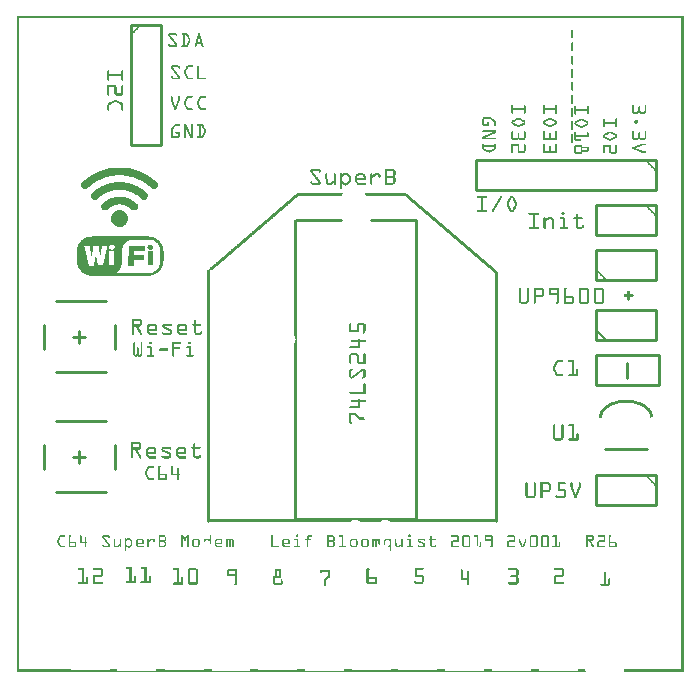
<source format=gto>
G04 MADE WITH FRITZING*
G04 WWW.FRITZING.ORG*
G04 DOUBLE SIDED*
G04 HOLES PLATED*
G04 CONTOUR ON CENTER OF CONTOUR VECTOR*
%ASAXBY*%
%FSLAX23Y23*%
%MOIN*%
%OFA0B0*%
%SFA1.0B1.0*%
%ADD10C,0.010000*%
%ADD11C,0.005000*%
%ADD12R,0.001000X0.001000*%
%LNSILK1*%
G90*
G70*
G54D10*
X1330Y506D02*
X1330Y1506D01*
D02*
X930Y1506D02*
X1080Y1506D01*
D02*
X1180Y1506D02*
X1330Y1506D01*
D02*
X2035Y981D02*
X2035Y1031D01*
D02*
X2140Y956D02*
X1930Y956D01*
D02*
X1930Y956D02*
X1930Y1056D01*
D02*
X1930Y1056D02*
X2140Y1056D01*
D02*
X2140Y1056D02*
X2140Y956D01*
D02*
X2130Y1556D02*
X1930Y1556D01*
D02*
X1930Y1556D02*
X1930Y1456D01*
D02*
X1930Y1456D02*
X2130Y1456D01*
D02*
X2130Y1456D02*
X2130Y1556D01*
D02*
X2130Y656D02*
X1930Y656D01*
D02*
X1930Y656D02*
X1930Y556D01*
D02*
X1930Y556D02*
X2130Y556D01*
D02*
X2130Y556D02*
X2130Y656D01*
D02*
X326Y757D02*
X326Y678D01*
D02*
X129Y836D02*
X296Y836D01*
D02*
X129Y600D02*
X296Y600D01*
D02*
X89Y757D02*
X89Y678D01*
D02*
X207Y738D02*
X207Y698D01*
D02*
X227Y718D02*
X188Y718D01*
D02*
X326Y1157D02*
X326Y1078D01*
D02*
X129Y1236D02*
X296Y1236D01*
D02*
X129Y1000D02*
X296Y1000D01*
D02*
X89Y1157D02*
X89Y1078D01*
D02*
X207Y1138D02*
X207Y1098D01*
D02*
X227Y1118D02*
X188Y1118D01*
D02*
X1298Y1589D02*
X1597Y1332D01*
D02*
X1597Y1332D02*
X1597Y502D01*
D02*
X637Y502D02*
X637Y1332D01*
D02*
X2130Y1706D02*
X1530Y1706D01*
D02*
X1530Y1706D02*
X1530Y1606D01*
D02*
X1530Y1606D02*
X2130Y1606D01*
D02*
X2130Y1606D02*
X2130Y1706D01*
D02*
X380Y2156D02*
X380Y1756D01*
D02*
X380Y1756D02*
X480Y1756D01*
D02*
X480Y1756D02*
X480Y2156D01*
D02*
X480Y2156D02*
X380Y2156D01*
D02*
X2100Y742D02*
X1960Y742D01*
D02*
X1930Y1306D02*
X2130Y1306D01*
D02*
X2130Y1306D02*
X2130Y1406D01*
D02*
X2130Y1406D02*
X1930Y1406D01*
D02*
X1930Y1406D02*
X1930Y1306D01*
D02*
X1930Y1106D02*
X2130Y1106D01*
D02*
X2130Y1106D02*
X2130Y1206D01*
D02*
X2130Y1206D02*
X1930Y1206D01*
D02*
X1930Y1206D02*
X1930Y1106D01*
G54D11*
D02*
X1965Y1106D02*
X1930Y1141D01*
G54D12*
X0Y2187D02*
X2223Y2187D01*
X0Y2186D02*
X2223Y2186D01*
X0Y2185D02*
X2223Y2185D01*
X0Y2184D02*
X2223Y2184D01*
X0Y2183D02*
X2223Y2183D01*
X0Y2182D02*
X2223Y2182D01*
X0Y2181D02*
X2223Y2181D01*
X0Y2180D02*
X2223Y2180D01*
X0Y2179D02*
X7Y2179D01*
X2216Y2179D02*
X2223Y2179D01*
X0Y2178D02*
X7Y2178D01*
X2216Y2178D02*
X2223Y2178D01*
X0Y2177D02*
X7Y2177D01*
X2216Y2177D02*
X2223Y2177D01*
X0Y2176D02*
X7Y2176D01*
X2216Y2176D02*
X2223Y2176D01*
X0Y2175D02*
X7Y2175D01*
X2216Y2175D02*
X2223Y2175D01*
X0Y2174D02*
X7Y2174D01*
X2216Y2174D02*
X2223Y2174D01*
X0Y2173D02*
X7Y2173D01*
X2216Y2173D02*
X2223Y2173D01*
X0Y2172D02*
X7Y2172D01*
X2216Y2172D02*
X2223Y2172D01*
X0Y2171D02*
X7Y2171D01*
X2216Y2171D02*
X2223Y2171D01*
X0Y2170D02*
X7Y2170D01*
X2216Y2170D02*
X2223Y2170D01*
X0Y2169D02*
X7Y2169D01*
X2216Y2169D02*
X2223Y2169D01*
X0Y2168D02*
X7Y2168D01*
X2216Y2168D02*
X2223Y2168D01*
X0Y2167D02*
X7Y2167D01*
X2216Y2167D02*
X2223Y2167D01*
X0Y2166D02*
X7Y2166D01*
X2216Y2166D02*
X2223Y2166D01*
X0Y2165D02*
X7Y2165D01*
X2216Y2165D02*
X2223Y2165D01*
X0Y2164D02*
X7Y2164D01*
X2216Y2164D02*
X2223Y2164D01*
X0Y2163D02*
X7Y2163D01*
X2216Y2163D02*
X2223Y2163D01*
X0Y2162D02*
X7Y2162D01*
X2216Y2162D02*
X2223Y2162D01*
X0Y2161D02*
X7Y2161D01*
X2216Y2161D02*
X2223Y2161D01*
X0Y2160D02*
X7Y2160D01*
X2216Y2160D02*
X2223Y2160D01*
X0Y2159D02*
X7Y2159D01*
X2216Y2159D02*
X2223Y2159D01*
X0Y2158D02*
X7Y2158D01*
X412Y2158D02*
X413Y2158D01*
X2216Y2158D02*
X2223Y2158D01*
X0Y2157D02*
X7Y2157D01*
X411Y2157D02*
X414Y2157D01*
X2216Y2157D02*
X2223Y2157D01*
X0Y2156D02*
X7Y2156D01*
X410Y2156D02*
X415Y2156D01*
X2216Y2156D02*
X2223Y2156D01*
X0Y2155D02*
X7Y2155D01*
X409Y2155D02*
X415Y2155D01*
X2216Y2155D02*
X2223Y2155D01*
X0Y2154D02*
X7Y2154D01*
X408Y2154D02*
X414Y2154D01*
X2216Y2154D02*
X2223Y2154D01*
X0Y2153D02*
X7Y2153D01*
X407Y2153D02*
X413Y2153D01*
X2216Y2153D02*
X2223Y2153D01*
X0Y2152D02*
X7Y2152D01*
X406Y2152D02*
X412Y2152D01*
X2216Y2152D02*
X2223Y2152D01*
X0Y2151D02*
X7Y2151D01*
X405Y2151D02*
X411Y2151D01*
X2216Y2151D02*
X2223Y2151D01*
X0Y2150D02*
X7Y2150D01*
X404Y2150D02*
X410Y2150D01*
X2216Y2150D02*
X2223Y2150D01*
X0Y2149D02*
X7Y2149D01*
X403Y2149D02*
X409Y2149D01*
X2216Y2149D02*
X2223Y2149D01*
X0Y2148D02*
X7Y2148D01*
X402Y2148D02*
X408Y2148D01*
X2216Y2148D02*
X2223Y2148D01*
X0Y2147D02*
X7Y2147D01*
X401Y2147D02*
X407Y2147D01*
X2216Y2147D02*
X2223Y2147D01*
X0Y2146D02*
X7Y2146D01*
X400Y2146D02*
X406Y2146D01*
X2216Y2146D02*
X2223Y2146D01*
X0Y2145D02*
X7Y2145D01*
X399Y2145D02*
X405Y2145D01*
X2216Y2145D02*
X2223Y2145D01*
X0Y2144D02*
X7Y2144D01*
X398Y2144D02*
X404Y2144D01*
X2216Y2144D02*
X2223Y2144D01*
X0Y2143D02*
X7Y2143D01*
X397Y2143D02*
X403Y2143D01*
X2216Y2143D02*
X2223Y2143D01*
X0Y2142D02*
X7Y2142D01*
X396Y2142D02*
X402Y2142D01*
X2216Y2142D02*
X2223Y2142D01*
X0Y2141D02*
X7Y2141D01*
X395Y2141D02*
X400Y2141D01*
X1849Y2141D02*
X1853Y2141D01*
X2216Y2141D02*
X2223Y2141D01*
X0Y2140D02*
X7Y2140D01*
X394Y2140D02*
X399Y2140D01*
X1849Y2140D02*
X1853Y2140D01*
X2216Y2140D02*
X2223Y2140D01*
X0Y2139D02*
X7Y2139D01*
X393Y2139D02*
X398Y2139D01*
X1849Y2139D02*
X1854Y2139D01*
X2216Y2139D02*
X2223Y2139D01*
X0Y2138D02*
X7Y2138D01*
X392Y2138D02*
X397Y2138D01*
X1849Y2138D02*
X1854Y2138D01*
X2216Y2138D02*
X2223Y2138D01*
X0Y2137D02*
X7Y2137D01*
X391Y2137D02*
X396Y2137D01*
X1849Y2137D02*
X1854Y2137D01*
X2216Y2137D02*
X2223Y2137D01*
X0Y2136D02*
X7Y2136D01*
X390Y2136D02*
X395Y2136D01*
X1849Y2136D02*
X1854Y2136D01*
X2216Y2136D02*
X2223Y2136D01*
X0Y2135D02*
X7Y2135D01*
X389Y2135D02*
X394Y2135D01*
X1849Y2135D02*
X1854Y2135D01*
X2216Y2135D02*
X2223Y2135D01*
X0Y2134D02*
X7Y2134D01*
X388Y2134D02*
X394Y2134D01*
X1849Y2134D02*
X1854Y2134D01*
X2216Y2134D02*
X2223Y2134D01*
X0Y2133D02*
X7Y2133D01*
X387Y2133D02*
X393Y2133D01*
X1849Y2133D02*
X1854Y2133D01*
X2216Y2133D02*
X2223Y2133D01*
X0Y2132D02*
X7Y2132D01*
X386Y2132D02*
X392Y2132D01*
X1849Y2132D02*
X1854Y2132D01*
X2216Y2132D02*
X2223Y2132D01*
X0Y2131D02*
X7Y2131D01*
X385Y2131D02*
X391Y2131D01*
X1849Y2131D02*
X1854Y2131D01*
X2216Y2131D02*
X2223Y2131D01*
X0Y2130D02*
X7Y2130D01*
X384Y2130D02*
X390Y2130D01*
X1849Y2130D02*
X1854Y2130D01*
X2216Y2130D02*
X2223Y2130D01*
X0Y2129D02*
X7Y2129D01*
X383Y2129D02*
X389Y2129D01*
X510Y2129D02*
X529Y2129D01*
X551Y2129D02*
X565Y2129D01*
X607Y2129D02*
X608Y2129D01*
X1849Y2129D02*
X1854Y2129D01*
X2216Y2129D02*
X2223Y2129D01*
X0Y2128D02*
X7Y2128D01*
X382Y2128D02*
X388Y2128D01*
X509Y2128D02*
X531Y2128D01*
X550Y2128D02*
X567Y2128D01*
X606Y2128D02*
X610Y2128D01*
X1849Y2128D02*
X1854Y2128D01*
X2216Y2128D02*
X2223Y2128D01*
X0Y2127D02*
X7Y2127D01*
X381Y2127D02*
X387Y2127D01*
X508Y2127D02*
X532Y2127D01*
X549Y2127D02*
X569Y2127D01*
X605Y2127D02*
X610Y2127D01*
X1849Y2127D02*
X1854Y2127D01*
X2216Y2127D02*
X2223Y2127D01*
X0Y2126D02*
X7Y2126D01*
X380Y2126D02*
X386Y2126D01*
X507Y2126D02*
X533Y2126D01*
X549Y2126D02*
X570Y2126D01*
X605Y2126D02*
X610Y2126D01*
X1849Y2126D02*
X1854Y2126D01*
X2216Y2126D02*
X2223Y2126D01*
X0Y2125D02*
X7Y2125D01*
X379Y2125D02*
X385Y2125D01*
X506Y2125D02*
X534Y2125D01*
X550Y2125D02*
X570Y2125D01*
X604Y2125D02*
X611Y2125D01*
X1849Y2125D02*
X1854Y2125D01*
X2216Y2125D02*
X2223Y2125D01*
X0Y2124D02*
X7Y2124D01*
X378Y2124D02*
X384Y2124D01*
X506Y2124D02*
X534Y2124D01*
X550Y2124D02*
X571Y2124D01*
X604Y2124D02*
X611Y2124D01*
X1849Y2124D02*
X1854Y2124D01*
X2216Y2124D02*
X2223Y2124D01*
X0Y2123D02*
X7Y2123D01*
X379Y2123D02*
X383Y2123D01*
X506Y2123D02*
X511Y2123D01*
X529Y2123D02*
X535Y2123D01*
X555Y2123D02*
X561Y2123D01*
X565Y2123D02*
X571Y2123D01*
X604Y2123D02*
X611Y2123D01*
X1849Y2123D02*
X1854Y2123D01*
X2216Y2123D02*
X2223Y2123D01*
X0Y2122D02*
X7Y2122D01*
X380Y2122D02*
X382Y2122D01*
X506Y2122D02*
X511Y2122D01*
X530Y2122D02*
X535Y2122D01*
X555Y2122D02*
X560Y2122D01*
X566Y2122D02*
X572Y2122D01*
X604Y2122D02*
X611Y2122D01*
X1849Y2122D02*
X1854Y2122D01*
X2216Y2122D02*
X2223Y2122D01*
X0Y2121D02*
X7Y2121D01*
X381Y2121D02*
X381Y2121D01*
X506Y2121D02*
X512Y2121D01*
X530Y2121D02*
X535Y2121D01*
X555Y2121D02*
X560Y2121D01*
X567Y2121D02*
X572Y2121D01*
X603Y2121D02*
X612Y2121D01*
X1849Y2121D02*
X1854Y2121D01*
X2216Y2121D02*
X2223Y2121D01*
X0Y2120D02*
X7Y2120D01*
X506Y2120D02*
X513Y2120D01*
X530Y2120D02*
X535Y2120D01*
X555Y2120D02*
X560Y2120D01*
X567Y2120D02*
X573Y2120D01*
X603Y2120D02*
X612Y2120D01*
X1849Y2120D02*
X1854Y2120D01*
X2216Y2120D02*
X2223Y2120D01*
X0Y2119D02*
X7Y2119D01*
X507Y2119D02*
X513Y2119D01*
X531Y2119D02*
X534Y2119D01*
X555Y2119D02*
X560Y2119D01*
X568Y2119D02*
X573Y2119D01*
X603Y2119D02*
X612Y2119D01*
X1849Y2119D02*
X1854Y2119D01*
X2216Y2119D02*
X2223Y2119D01*
X0Y2118D02*
X7Y2118D01*
X507Y2118D02*
X514Y2118D01*
X555Y2118D02*
X560Y2118D01*
X568Y2118D02*
X574Y2118D01*
X602Y2118D02*
X613Y2118D01*
X1849Y2118D02*
X1854Y2118D01*
X2216Y2118D02*
X2223Y2118D01*
X0Y2117D02*
X7Y2117D01*
X508Y2117D02*
X515Y2117D01*
X555Y2117D02*
X560Y2117D01*
X569Y2117D02*
X574Y2117D01*
X602Y2117D02*
X613Y2117D01*
X1849Y2117D02*
X1854Y2117D01*
X2216Y2117D02*
X2223Y2117D01*
X0Y2116D02*
X7Y2116D01*
X509Y2116D02*
X516Y2116D01*
X555Y2116D02*
X560Y2116D01*
X569Y2116D02*
X575Y2116D01*
X602Y2116D02*
X613Y2116D01*
X1849Y2116D02*
X1854Y2116D01*
X2216Y2116D02*
X2223Y2116D01*
X0Y2115D02*
X7Y2115D01*
X510Y2115D02*
X516Y2115D01*
X555Y2115D02*
X560Y2115D01*
X570Y2115D02*
X575Y2115D01*
X602Y2115D02*
X613Y2115D01*
X1849Y2115D02*
X1854Y2115D01*
X2216Y2115D02*
X2223Y2115D01*
X0Y2114D02*
X7Y2114D01*
X510Y2114D02*
X517Y2114D01*
X555Y2114D02*
X560Y2114D01*
X570Y2114D02*
X576Y2114D01*
X601Y2114D02*
X614Y2114D01*
X1849Y2114D02*
X1853Y2114D01*
X2216Y2114D02*
X2223Y2114D01*
X0Y2113D02*
X7Y2113D01*
X511Y2113D02*
X518Y2113D01*
X555Y2113D02*
X560Y2113D01*
X571Y2113D02*
X576Y2113D01*
X601Y2113D02*
X606Y2113D01*
X609Y2113D02*
X614Y2113D01*
X1849Y2113D02*
X1853Y2113D01*
X2216Y2113D02*
X2223Y2113D01*
X0Y2112D02*
X7Y2112D01*
X512Y2112D02*
X519Y2112D01*
X555Y2112D02*
X560Y2112D01*
X571Y2112D02*
X577Y2112D01*
X601Y2112D02*
X606Y2112D01*
X609Y2112D02*
X614Y2112D01*
X1851Y2112D02*
X1851Y2112D01*
X2216Y2112D02*
X2223Y2112D01*
X0Y2111D02*
X7Y2111D01*
X513Y2111D02*
X520Y2111D01*
X555Y2111D02*
X560Y2111D01*
X572Y2111D02*
X577Y2111D01*
X600Y2111D02*
X606Y2111D01*
X609Y2111D02*
X615Y2111D01*
X2216Y2111D02*
X2223Y2111D01*
X0Y2110D02*
X7Y2110D01*
X514Y2110D02*
X520Y2110D01*
X555Y2110D02*
X560Y2110D01*
X572Y2110D02*
X578Y2110D01*
X600Y2110D02*
X605Y2110D01*
X610Y2110D02*
X615Y2110D01*
X2216Y2110D02*
X2223Y2110D01*
X0Y2109D02*
X7Y2109D01*
X514Y2109D02*
X521Y2109D01*
X555Y2109D02*
X560Y2109D01*
X573Y2109D02*
X578Y2109D01*
X600Y2109D02*
X605Y2109D01*
X610Y2109D02*
X615Y2109D01*
X2216Y2109D02*
X2223Y2109D01*
X0Y2108D02*
X7Y2108D01*
X515Y2108D02*
X522Y2108D01*
X555Y2108D02*
X560Y2108D01*
X573Y2108D02*
X578Y2108D01*
X599Y2108D02*
X605Y2108D01*
X610Y2108D02*
X616Y2108D01*
X2216Y2108D02*
X2223Y2108D01*
X0Y2107D02*
X7Y2107D01*
X516Y2107D02*
X523Y2107D01*
X555Y2107D02*
X560Y2107D01*
X573Y2107D02*
X578Y2107D01*
X599Y2107D02*
X605Y2107D01*
X610Y2107D02*
X616Y2107D01*
X2216Y2107D02*
X2223Y2107D01*
X0Y2106D02*
X7Y2106D01*
X517Y2106D02*
X524Y2106D01*
X555Y2106D02*
X560Y2106D01*
X573Y2106D02*
X578Y2106D01*
X599Y2106D02*
X604Y2106D01*
X611Y2106D02*
X616Y2106D01*
X2216Y2106D02*
X2223Y2106D01*
X0Y2105D02*
X7Y2105D01*
X517Y2105D02*
X524Y2105D01*
X555Y2105D02*
X560Y2105D01*
X573Y2105D02*
X578Y2105D01*
X599Y2105D02*
X604Y2105D01*
X611Y2105D02*
X616Y2105D01*
X2216Y2105D02*
X2223Y2105D01*
X0Y2104D02*
X7Y2104D01*
X518Y2104D02*
X525Y2104D01*
X555Y2104D02*
X560Y2104D01*
X573Y2104D02*
X578Y2104D01*
X598Y2104D02*
X604Y2104D01*
X611Y2104D02*
X617Y2104D01*
X2216Y2104D02*
X2223Y2104D01*
X0Y2103D02*
X7Y2103D01*
X519Y2103D02*
X526Y2103D01*
X555Y2103D02*
X560Y2103D01*
X573Y2103D02*
X578Y2103D01*
X598Y2103D02*
X603Y2103D01*
X612Y2103D02*
X617Y2103D01*
X2216Y2103D02*
X2223Y2103D01*
X0Y2102D02*
X7Y2102D01*
X520Y2102D02*
X527Y2102D01*
X555Y2102D02*
X560Y2102D01*
X572Y2102D02*
X578Y2102D01*
X598Y2102D02*
X603Y2102D01*
X612Y2102D02*
X617Y2102D01*
X2216Y2102D02*
X2223Y2102D01*
X0Y2101D02*
X7Y2101D01*
X521Y2101D02*
X527Y2101D01*
X555Y2101D02*
X560Y2101D01*
X572Y2101D02*
X578Y2101D01*
X597Y2101D02*
X603Y2101D01*
X612Y2101D02*
X618Y2101D01*
X2216Y2101D02*
X2223Y2101D01*
X0Y2100D02*
X7Y2100D01*
X521Y2100D02*
X528Y2100D01*
X555Y2100D02*
X560Y2100D01*
X571Y2100D02*
X577Y2100D01*
X597Y2100D02*
X603Y2100D01*
X613Y2100D02*
X618Y2100D01*
X2216Y2100D02*
X2223Y2100D01*
X0Y2099D02*
X7Y2099D01*
X522Y2099D02*
X529Y2099D01*
X555Y2099D02*
X560Y2099D01*
X571Y2099D02*
X577Y2099D01*
X597Y2099D02*
X602Y2099D01*
X613Y2099D02*
X618Y2099D01*
X2216Y2099D02*
X2223Y2099D01*
X0Y2098D02*
X7Y2098D01*
X523Y2098D02*
X530Y2098D01*
X555Y2098D02*
X560Y2098D01*
X570Y2098D02*
X576Y2098D01*
X597Y2098D02*
X618Y2098D01*
X1850Y2098D02*
X1852Y2098D01*
X2216Y2098D02*
X2223Y2098D01*
X0Y2097D02*
X7Y2097D01*
X524Y2097D02*
X531Y2097D01*
X555Y2097D02*
X560Y2097D01*
X570Y2097D02*
X576Y2097D01*
X596Y2097D02*
X619Y2097D01*
X1849Y2097D02*
X1853Y2097D01*
X2216Y2097D02*
X2223Y2097D01*
X0Y2096D02*
X7Y2096D01*
X524Y2096D02*
X531Y2096D01*
X555Y2096D02*
X560Y2096D01*
X569Y2096D02*
X575Y2096D01*
X596Y2096D02*
X619Y2096D01*
X1849Y2096D02*
X1854Y2096D01*
X2216Y2096D02*
X2223Y2096D01*
X0Y2095D02*
X7Y2095D01*
X525Y2095D02*
X532Y2095D01*
X555Y2095D02*
X560Y2095D01*
X569Y2095D02*
X575Y2095D01*
X596Y2095D02*
X619Y2095D01*
X1849Y2095D02*
X1854Y2095D01*
X2216Y2095D02*
X2223Y2095D01*
X0Y2094D02*
X7Y2094D01*
X526Y2094D02*
X533Y2094D01*
X555Y2094D02*
X560Y2094D01*
X568Y2094D02*
X574Y2094D01*
X595Y2094D02*
X620Y2094D01*
X1849Y2094D02*
X1854Y2094D01*
X2216Y2094D02*
X2223Y2094D01*
X0Y2093D02*
X7Y2093D01*
X507Y2093D02*
X509Y2093D01*
X527Y2093D02*
X534Y2093D01*
X555Y2093D02*
X560Y2093D01*
X568Y2093D02*
X574Y2093D01*
X595Y2093D02*
X620Y2093D01*
X1849Y2093D02*
X1854Y2093D01*
X2216Y2093D02*
X2223Y2093D01*
X0Y2092D02*
X7Y2092D01*
X506Y2092D02*
X510Y2092D01*
X528Y2092D02*
X534Y2092D01*
X555Y2092D02*
X560Y2092D01*
X567Y2092D02*
X573Y2092D01*
X595Y2092D02*
X600Y2092D01*
X615Y2092D02*
X620Y2092D01*
X1849Y2092D02*
X1854Y2092D01*
X2216Y2092D02*
X2223Y2092D01*
X0Y2091D02*
X7Y2091D01*
X506Y2091D02*
X511Y2091D01*
X528Y2091D02*
X535Y2091D01*
X555Y2091D02*
X560Y2091D01*
X567Y2091D02*
X573Y2091D01*
X594Y2091D02*
X600Y2091D01*
X615Y2091D02*
X620Y2091D01*
X1849Y2091D02*
X1854Y2091D01*
X2216Y2091D02*
X2223Y2091D01*
X0Y2090D02*
X7Y2090D01*
X506Y2090D02*
X511Y2090D01*
X529Y2090D02*
X535Y2090D01*
X555Y2090D02*
X560Y2090D01*
X566Y2090D02*
X572Y2090D01*
X594Y2090D02*
X600Y2090D01*
X615Y2090D02*
X621Y2090D01*
X1849Y2090D02*
X1854Y2090D01*
X2216Y2090D02*
X2223Y2090D01*
X0Y2089D02*
X7Y2089D01*
X506Y2089D02*
X511Y2089D01*
X530Y2089D02*
X535Y2089D01*
X555Y2089D02*
X560Y2089D01*
X565Y2089D02*
X572Y2089D01*
X594Y2089D02*
X599Y2089D01*
X616Y2089D02*
X621Y2089D01*
X1849Y2089D02*
X1854Y2089D01*
X2216Y2089D02*
X2223Y2089D01*
X0Y2088D02*
X7Y2088D01*
X506Y2088D02*
X535Y2088D01*
X551Y2088D02*
X571Y2088D01*
X594Y2088D02*
X599Y2088D01*
X616Y2088D02*
X621Y2088D01*
X1849Y2088D02*
X1854Y2088D01*
X2216Y2088D02*
X2223Y2088D01*
X0Y2087D02*
X7Y2087D01*
X506Y2087D02*
X535Y2087D01*
X550Y2087D02*
X571Y2087D01*
X593Y2087D02*
X599Y2087D01*
X616Y2087D02*
X622Y2087D01*
X1849Y2087D02*
X1854Y2087D01*
X2216Y2087D02*
X2223Y2087D01*
X0Y2086D02*
X7Y2086D01*
X507Y2086D02*
X534Y2086D01*
X550Y2086D02*
X570Y2086D01*
X593Y2086D02*
X598Y2086D01*
X617Y2086D02*
X622Y2086D01*
X1849Y2086D02*
X1854Y2086D01*
X2216Y2086D02*
X2223Y2086D01*
X0Y2085D02*
X7Y2085D01*
X508Y2085D02*
X533Y2085D01*
X549Y2085D02*
X569Y2085D01*
X593Y2085D02*
X598Y2085D01*
X617Y2085D02*
X622Y2085D01*
X1849Y2085D02*
X1854Y2085D01*
X2216Y2085D02*
X2223Y2085D01*
X0Y2084D02*
X7Y2084D01*
X509Y2084D02*
X533Y2084D01*
X550Y2084D02*
X568Y2084D01*
X593Y2084D02*
X598Y2084D01*
X617Y2084D02*
X622Y2084D01*
X1849Y2084D02*
X1854Y2084D01*
X2216Y2084D02*
X2223Y2084D01*
X0Y2083D02*
X7Y2083D01*
X510Y2083D02*
X531Y2083D01*
X550Y2083D02*
X566Y2083D01*
X594Y2083D02*
X597Y2083D01*
X618Y2083D02*
X621Y2083D01*
X1849Y2083D02*
X1854Y2083D01*
X2216Y2083D02*
X2223Y2083D01*
X0Y2082D02*
X7Y2082D01*
X1849Y2082D02*
X1854Y2082D01*
X2216Y2082D02*
X2223Y2082D01*
X0Y2081D02*
X7Y2081D01*
X1849Y2081D02*
X1854Y2081D01*
X2216Y2081D02*
X2223Y2081D01*
X0Y2080D02*
X7Y2080D01*
X1849Y2080D02*
X1854Y2080D01*
X2216Y2080D02*
X2223Y2080D01*
X0Y2079D02*
X7Y2079D01*
X1849Y2079D02*
X1854Y2079D01*
X2216Y2079D02*
X2223Y2079D01*
X0Y2078D02*
X7Y2078D01*
X1849Y2078D02*
X1854Y2078D01*
X2216Y2078D02*
X2223Y2078D01*
X0Y2077D02*
X7Y2077D01*
X1849Y2077D02*
X1854Y2077D01*
X2216Y2077D02*
X2223Y2077D01*
X0Y2076D02*
X7Y2076D01*
X1849Y2076D02*
X1854Y2076D01*
X2216Y2076D02*
X2223Y2076D01*
X0Y2075D02*
X7Y2075D01*
X1849Y2075D02*
X1854Y2075D01*
X2216Y2075D02*
X2223Y2075D01*
X0Y2074D02*
X7Y2074D01*
X1849Y2074D02*
X1854Y2074D01*
X2216Y2074D02*
X2223Y2074D01*
X0Y2073D02*
X7Y2073D01*
X1849Y2073D02*
X1854Y2073D01*
X2216Y2073D02*
X2223Y2073D01*
X0Y2072D02*
X7Y2072D01*
X1849Y2072D02*
X1854Y2072D01*
X2216Y2072D02*
X2223Y2072D01*
X0Y2071D02*
X7Y2071D01*
X1849Y2071D02*
X1854Y2071D01*
X2216Y2071D02*
X2223Y2071D01*
X0Y2070D02*
X7Y2070D01*
X1849Y2070D02*
X1853Y2070D01*
X2216Y2070D02*
X2223Y2070D01*
X0Y2069D02*
X7Y2069D01*
X1850Y2069D02*
X1852Y2069D01*
X2216Y2069D02*
X2223Y2069D01*
X0Y2068D02*
X7Y2068D01*
X2216Y2068D02*
X2223Y2068D01*
X0Y2067D02*
X7Y2067D01*
X2216Y2067D02*
X2223Y2067D01*
X0Y2066D02*
X7Y2066D01*
X2216Y2066D02*
X2223Y2066D01*
X0Y2065D02*
X7Y2065D01*
X2216Y2065D02*
X2223Y2065D01*
X0Y2064D02*
X7Y2064D01*
X2216Y2064D02*
X2223Y2064D01*
X0Y2063D02*
X7Y2063D01*
X2216Y2063D02*
X2223Y2063D01*
X0Y2062D02*
X7Y2062D01*
X2216Y2062D02*
X2223Y2062D01*
X0Y2061D02*
X7Y2061D01*
X2216Y2061D02*
X2223Y2061D01*
X0Y2060D02*
X7Y2060D01*
X2216Y2060D02*
X2223Y2060D01*
X0Y2059D02*
X7Y2059D01*
X2216Y2059D02*
X2223Y2059D01*
X0Y2058D02*
X7Y2058D01*
X2216Y2058D02*
X2223Y2058D01*
X0Y2057D02*
X7Y2057D01*
X2216Y2057D02*
X2223Y2057D01*
X0Y2056D02*
X7Y2056D01*
X2216Y2056D02*
X2223Y2056D01*
X0Y2055D02*
X7Y2055D01*
X2216Y2055D02*
X2223Y2055D01*
X0Y2054D02*
X7Y2054D01*
X1850Y2054D02*
X1853Y2054D01*
X2216Y2054D02*
X2223Y2054D01*
X0Y2053D02*
X7Y2053D01*
X1849Y2053D02*
X1853Y2053D01*
X2216Y2053D02*
X2223Y2053D01*
X0Y2052D02*
X7Y2052D01*
X1849Y2052D02*
X1854Y2052D01*
X2216Y2052D02*
X2223Y2052D01*
X0Y2051D02*
X7Y2051D01*
X1849Y2051D02*
X1854Y2051D01*
X2216Y2051D02*
X2223Y2051D01*
X0Y2050D02*
X7Y2050D01*
X1849Y2050D02*
X1854Y2050D01*
X2216Y2050D02*
X2223Y2050D01*
X0Y2049D02*
X7Y2049D01*
X1849Y2049D02*
X1854Y2049D01*
X2216Y2049D02*
X2223Y2049D01*
X0Y2048D02*
X7Y2048D01*
X1849Y2048D02*
X1854Y2048D01*
X2216Y2048D02*
X2223Y2048D01*
X0Y2047D02*
X7Y2047D01*
X1849Y2047D02*
X1854Y2047D01*
X2216Y2047D02*
X2223Y2047D01*
X0Y2046D02*
X7Y2046D01*
X1849Y2046D02*
X1854Y2046D01*
X2216Y2046D02*
X2223Y2046D01*
X0Y2045D02*
X7Y2045D01*
X1849Y2045D02*
X1854Y2045D01*
X2216Y2045D02*
X2223Y2045D01*
X0Y2044D02*
X7Y2044D01*
X1849Y2044D02*
X1854Y2044D01*
X2216Y2044D02*
X2223Y2044D01*
X0Y2043D02*
X7Y2043D01*
X1849Y2043D02*
X1854Y2043D01*
X2216Y2043D02*
X2223Y2043D01*
X0Y2042D02*
X7Y2042D01*
X1849Y2042D02*
X1854Y2042D01*
X2216Y2042D02*
X2223Y2042D01*
X0Y2041D02*
X7Y2041D01*
X1849Y2041D02*
X1854Y2041D01*
X2216Y2041D02*
X2223Y2041D01*
X0Y2040D02*
X7Y2040D01*
X1849Y2040D02*
X1854Y2040D01*
X2216Y2040D02*
X2223Y2040D01*
X0Y2039D02*
X7Y2039D01*
X1849Y2039D02*
X1854Y2039D01*
X2216Y2039D02*
X2223Y2039D01*
X0Y2038D02*
X7Y2038D01*
X1849Y2038D02*
X1854Y2038D01*
X2216Y2038D02*
X2223Y2038D01*
X0Y2037D02*
X7Y2037D01*
X1849Y2037D02*
X1854Y2037D01*
X2216Y2037D02*
X2223Y2037D01*
X0Y2036D02*
X7Y2036D01*
X1849Y2036D02*
X1854Y2036D01*
X2216Y2036D02*
X2223Y2036D01*
X0Y2035D02*
X7Y2035D01*
X1849Y2035D02*
X1854Y2035D01*
X2216Y2035D02*
X2223Y2035D01*
X0Y2034D02*
X7Y2034D01*
X1849Y2034D02*
X1854Y2034D01*
X2216Y2034D02*
X2223Y2034D01*
X0Y2033D02*
X7Y2033D01*
X1849Y2033D02*
X1854Y2033D01*
X2216Y2033D02*
X2223Y2033D01*
X0Y2032D02*
X7Y2032D01*
X1849Y2032D02*
X1854Y2032D01*
X2216Y2032D02*
X2223Y2032D01*
X0Y2031D02*
X7Y2031D01*
X1849Y2031D02*
X1854Y2031D01*
X2216Y2031D02*
X2223Y2031D01*
X0Y2030D02*
X7Y2030D01*
X1849Y2030D02*
X1854Y2030D01*
X2216Y2030D02*
X2223Y2030D01*
X0Y2029D02*
X7Y2029D01*
X1849Y2029D02*
X1854Y2029D01*
X2216Y2029D02*
X2223Y2029D01*
X0Y2028D02*
X7Y2028D01*
X1849Y2028D02*
X1854Y2028D01*
X2216Y2028D02*
X2223Y2028D01*
X0Y2027D02*
X7Y2027D01*
X1849Y2027D02*
X1853Y2027D01*
X2216Y2027D02*
X2223Y2027D01*
X0Y2026D02*
X7Y2026D01*
X1849Y2026D02*
X1853Y2026D01*
X2216Y2026D02*
X2223Y2026D01*
X0Y2025D02*
X7Y2025D01*
X1850Y2025D02*
X1852Y2025D01*
X2216Y2025D02*
X2223Y2025D01*
X0Y2024D02*
X7Y2024D01*
X2216Y2024D02*
X2223Y2024D01*
X0Y2023D02*
X7Y2023D01*
X2216Y2023D02*
X2223Y2023D01*
X0Y2022D02*
X7Y2022D01*
X518Y2022D02*
X538Y2022D01*
X570Y2022D02*
X586Y2022D01*
X603Y2022D02*
X605Y2022D01*
X2216Y2022D02*
X2223Y2022D01*
X0Y2021D02*
X7Y2021D01*
X517Y2021D02*
X540Y2021D01*
X568Y2021D02*
X587Y2021D01*
X602Y2021D02*
X606Y2021D01*
X2216Y2021D02*
X2223Y2021D01*
X0Y2020D02*
X7Y2020D01*
X516Y2020D02*
X541Y2020D01*
X567Y2020D02*
X587Y2020D01*
X601Y2020D02*
X606Y2020D01*
X2216Y2020D02*
X2223Y2020D01*
X0Y2019D02*
X7Y2019D01*
X515Y2019D02*
X542Y2019D01*
X566Y2019D02*
X587Y2019D01*
X601Y2019D02*
X607Y2019D01*
X2216Y2019D02*
X2223Y2019D01*
X0Y2018D02*
X7Y2018D01*
X515Y2018D02*
X543Y2018D01*
X566Y2018D02*
X586Y2018D01*
X601Y2018D02*
X607Y2018D01*
X2216Y2018D02*
X2223Y2018D01*
X0Y2017D02*
X7Y2017D01*
X514Y2017D02*
X543Y2017D01*
X565Y2017D02*
X585Y2017D01*
X601Y2017D02*
X607Y2017D01*
X2216Y2017D02*
X2223Y2017D01*
X0Y2016D02*
X7Y2016D01*
X514Y2016D02*
X519Y2016D01*
X538Y2016D02*
X543Y2016D01*
X565Y2016D02*
X571Y2016D01*
X601Y2016D02*
X607Y2016D01*
X2216Y2016D02*
X2223Y2016D01*
X0Y2015D02*
X7Y2015D01*
X514Y2015D02*
X520Y2015D01*
X538Y2015D02*
X543Y2015D01*
X564Y2015D02*
X570Y2015D01*
X601Y2015D02*
X607Y2015D01*
X2216Y2015D02*
X2223Y2015D01*
X0Y2014D02*
X7Y2014D01*
X515Y2014D02*
X521Y2014D01*
X538Y2014D02*
X543Y2014D01*
X564Y2014D02*
X570Y2014D01*
X601Y2014D02*
X607Y2014D01*
X2216Y2014D02*
X2223Y2014D01*
X0Y2013D02*
X7Y2013D01*
X515Y2013D02*
X521Y2013D01*
X539Y2013D02*
X543Y2013D01*
X563Y2013D02*
X569Y2013D01*
X601Y2013D02*
X607Y2013D01*
X2216Y2013D02*
X2223Y2013D01*
X0Y2012D02*
X7Y2012D01*
X515Y2012D02*
X522Y2012D01*
X540Y2012D02*
X542Y2012D01*
X563Y2012D02*
X569Y2012D01*
X601Y2012D02*
X607Y2012D01*
X2216Y2012D02*
X2223Y2012D01*
X0Y2011D02*
X7Y2011D01*
X516Y2011D02*
X523Y2011D01*
X562Y2011D02*
X568Y2011D01*
X601Y2011D02*
X607Y2011D01*
X1851Y2011D02*
X1852Y2011D01*
X2216Y2011D02*
X2223Y2011D01*
X0Y2010D02*
X7Y2010D01*
X517Y2010D02*
X524Y2010D01*
X562Y2010D02*
X567Y2010D01*
X601Y2010D02*
X607Y2010D01*
X1849Y2010D02*
X1853Y2010D01*
X2216Y2010D02*
X2223Y2010D01*
X0Y2009D02*
X7Y2009D01*
X518Y2009D02*
X524Y2009D01*
X561Y2009D02*
X567Y2009D01*
X601Y2009D02*
X607Y2009D01*
X1849Y2009D02*
X1853Y2009D01*
X2216Y2009D02*
X2223Y2009D01*
X0Y2008D02*
X7Y2008D01*
X518Y2008D02*
X525Y2008D01*
X561Y2008D02*
X566Y2008D01*
X601Y2008D02*
X607Y2008D01*
X1849Y2008D02*
X1854Y2008D01*
X2216Y2008D02*
X2223Y2008D01*
X0Y2007D02*
X7Y2007D01*
X519Y2007D02*
X526Y2007D01*
X560Y2007D02*
X566Y2007D01*
X601Y2007D02*
X607Y2007D01*
X1849Y2007D02*
X1854Y2007D01*
X2216Y2007D02*
X2223Y2007D01*
X0Y2006D02*
X7Y2006D01*
X304Y2006D02*
X306Y2006D01*
X352Y2006D02*
X353Y2006D01*
X520Y2006D02*
X527Y2006D01*
X560Y2006D02*
X565Y2006D01*
X601Y2006D02*
X607Y2006D01*
X1849Y2006D02*
X1854Y2006D01*
X2216Y2006D02*
X2223Y2006D01*
X0Y2005D02*
X7Y2005D01*
X303Y2005D02*
X307Y2005D01*
X350Y2005D02*
X354Y2005D01*
X521Y2005D02*
X528Y2005D01*
X559Y2005D02*
X565Y2005D01*
X601Y2005D02*
X607Y2005D01*
X1849Y2005D02*
X1854Y2005D01*
X2216Y2005D02*
X2223Y2005D01*
X0Y2004D02*
X7Y2004D01*
X302Y2004D02*
X308Y2004D01*
X350Y2004D02*
X355Y2004D01*
X522Y2004D02*
X528Y2004D01*
X559Y2004D02*
X564Y2004D01*
X601Y2004D02*
X607Y2004D01*
X1849Y2004D02*
X1854Y2004D01*
X2216Y2004D02*
X2223Y2004D01*
X0Y2003D02*
X7Y2003D01*
X302Y2003D02*
X308Y2003D01*
X349Y2003D02*
X355Y2003D01*
X522Y2003D02*
X529Y2003D01*
X558Y2003D02*
X564Y2003D01*
X601Y2003D02*
X607Y2003D01*
X1849Y2003D02*
X1854Y2003D01*
X2216Y2003D02*
X2223Y2003D01*
X0Y2002D02*
X7Y2002D01*
X302Y2002D02*
X308Y2002D01*
X349Y2002D02*
X355Y2002D01*
X523Y2002D02*
X530Y2002D01*
X558Y2002D02*
X564Y2002D01*
X601Y2002D02*
X607Y2002D01*
X1849Y2002D02*
X1854Y2002D01*
X2216Y2002D02*
X2223Y2002D01*
X0Y2001D02*
X7Y2001D01*
X302Y2001D02*
X308Y2001D01*
X349Y2001D02*
X355Y2001D01*
X524Y2001D02*
X531Y2001D01*
X558Y2001D02*
X563Y2001D01*
X601Y2001D02*
X607Y2001D01*
X1849Y2001D02*
X1854Y2001D01*
X2216Y2001D02*
X2223Y2001D01*
X0Y2000D02*
X7Y2000D01*
X302Y2000D02*
X308Y2000D01*
X349Y2000D02*
X355Y2000D01*
X525Y2000D02*
X531Y2000D01*
X558Y2000D02*
X563Y2000D01*
X601Y2000D02*
X607Y2000D01*
X1849Y2000D02*
X1854Y2000D01*
X2216Y2000D02*
X2223Y2000D01*
X0Y1999D02*
X7Y1999D01*
X302Y1999D02*
X308Y1999D01*
X349Y1999D02*
X355Y1999D01*
X525Y1999D02*
X532Y1999D01*
X558Y1999D02*
X563Y1999D01*
X601Y1999D02*
X607Y1999D01*
X1849Y1999D02*
X1854Y1999D01*
X2216Y1999D02*
X2223Y1999D01*
X0Y1998D02*
X7Y1998D01*
X302Y1998D02*
X308Y1998D01*
X349Y1998D02*
X355Y1998D01*
X526Y1998D02*
X533Y1998D01*
X558Y1998D02*
X563Y1998D01*
X601Y1998D02*
X607Y1998D01*
X1849Y1998D02*
X1854Y1998D01*
X2216Y1998D02*
X2223Y1998D01*
X0Y1997D02*
X7Y1997D01*
X302Y1997D02*
X308Y1997D01*
X349Y1997D02*
X355Y1997D01*
X527Y1997D02*
X534Y1997D01*
X558Y1997D02*
X563Y1997D01*
X601Y1997D02*
X607Y1997D01*
X1849Y1997D02*
X1854Y1997D01*
X2216Y1997D02*
X2223Y1997D01*
X0Y1996D02*
X7Y1996D01*
X302Y1996D02*
X308Y1996D01*
X349Y1996D02*
X355Y1996D01*
X528Y1996D02*
X535Y1996D01*
X558Y1996D02*
X564Y1996D01*
X601Y1996D02*
X607Y1996D01*
X1849Y1996D02*
X1854Y1996D01*
X2216Y1996D02*
X2223Y1996D01*
X0Y1995D02*
X7Y1995D01*
X302Y1995D02*
X308Y1995D01*
X349Y1995D02*
X355Y1995D01*
X528Y1995D02*
X535Y1995D01*
X559Y1995D02*
X564Y1995D01*
X601Y1995D02*
X607Y1995D01*
X1849Y1995D02*
X1854Y1995D01*
X2216Y1995D02*
X2223Y1995D01*
X0Y1994D02*
X7Y1994D01*
X302Y1994D02*
X308Y1994D01*
X349Y1994D02*
X355Y1994D01*
X529Y1994D02*
X536Y1994D01*
X559Y1994D02*
X565Y1994D01*
X601Y1994D02*
X607Y1994D01*
X1849Y1994D02*
X1854Y1994D01*
X2216Y1994D02*
X2223Y1994D01*
X0Y1993D02*
X7Y1993D01*
X302Y1993D02*
X308Y1993D01*
X349Y1993D02*
X355Y1993D01*
X530Y1993D02*
X537Y1993D01*
X559Y1993D02*
X565Y1993D01*
X601Y1993D02*
X607Y1993D01*
X1849Y1993D02*
X1854Y1993D01*
X2216Y1993D02*
X2223Y1993D01*
X0Y1992D02*
X7Y1992D01*
X302Y1992D02*
X355Y1992D01*
X531Y1992D02*
X538Y1992D01*
X560Y1992D02*
X566Y1992D01*
X601Y1992D02*
X607Y1992D01*
X1849Y1992D02*
X1854Y1992D01*
X2216Y1992D02*
X2223Y1992D01*
X0Y1991D02*
X7Y1991D01*
X302Y1991D02*
X355Y1991D01*
X532Y1991D02*
X538Y1991D01*
X560Y1991D02*
X566Y1991D01*
X601Y1991D02*
X607Y1991D01*
X1849Y1991D02*
X1854Y1991D01*
X2216Y1991D02*
X2223Y1991D01*
X0Y1990D02*
X7Y1990D01*
X302Y1990D02*
X355Y1990D01*
X532Y1990D02*
X539Y1990D01*
X561Y1990D02*
X567Y1990D01*
X601Y1990D02*
X607Y1990D01*
X1849Y1990D02*
X1854Y1990D01*
X2216Y1990D02*
X2223Y1990D01*
X0Y1989D02*
X7Y1989D01*
X302Y1989D02*
X355Y1989D01*
X533Y1989D02*
X540Y1989D01*
X561Y1989D02*
X567Y1989D01*
X601Y1989D02*
X607Y1989D01*
X1849Y1989D02*
X1854Y1989D01*
X2216Y1989D02*
X2223Y1989D01*
X0Y1988D02*
X7Y1988D01*
X302Y1988D02*
X355Y1988D01*
X534Y1988D02*
X541Y1988D01*
X562Y1988D02*
X568Y1988D01*
X601Y1988D02*
X607Y1988D01*
X1849Y1988D02*
X1854Y1988D01*
X2216Y1988D02*
X2223Y1988D01*
X0Y1987D02*
X7Y1987D01*
X302Y1987D02*
X355Y1987D01*
X535Y1987D02*
X542Y1987D01*
X562Y1987D02*
X568Y1987D01*
X601Y1987D02*
X607Y1987D01*
X1849Y1987D02*
X1854Y1987D01*
X2216Y1987D02*
X2223Y1987D01*
X0Y1986D02*
X7Y1986D01*
X302Y1986D02*
X355Y1986D01*
X515Y1986D02*
X518Y1986D01*
X535Y1986D02*
X542Y1986D01*
X563Y1986D02*
X569Y1986D01*
X601Y1986D02*
X607Y1986D01*
X1849Y1986D02*
X1854Y1986D01*
X2216Y1986D02*
X2223Y1986D01*
X0Y1985D02*
X7Y1985D01*
X302Y1985D02*
X308Y1985D01*
X349Y1985D02*
X355Y1985D01*
X515Y1985D02*
X519Y1985D01*
X536Y1985D02*
X543Y1985D01*
X563Y1985D02*
X569Y1985D01*
X601Y1985D02*
X607Y1985D01*
X1849Y1985D02*
X1854Y1985D01*
X2216Y1985D02*
X2223Y1985D01*
X0Y1984D02*
X7Y1984D01*
X302Y1984D02*
X308Y1984D01*
X349Y1984D02*
X355Y1984D01*
X514Y1984D02*
X519Y1984D01*
X537Y1984D02*
X543Y1984D01*
X564Y1984D02*
X570Y1984D01*
X601Y1984D02*
X607Y1984D01*
X1849Y1984D02*
X1854Y1984D01*
X2216Y1984D02*
X2223Y1984D01*
X0Y1983D02*
X7Y1983D01*
X302Y1983D02*
X308Y1983D01*
X349Y1983D02*
X355Y1983D01*
X514Y1983D02*
X520Y1983D01*
X538Y1983D02*
X543Y1983D01*
X564Y1983D02*
X570Y1983D01*
X601Y1983D02*
X607Y1983D01*
X1849Y1983D02*
X1853Y1983D01*
X2216Y1983D02*
X2223Y1983D01*
X0Y1982D02*
X7Y1982D01*
X302Y1982D02*
X308Y1982D01*
X349Y1982D02*
X355Y1982D01*
X514Y1982D02*
X520Y1982D01*
X538Y1982D02*
X543Y1982D01*
X565Y1982D02*
X571Y1982D01*
X601Y1982D02*
X607Y1982D01*
X1849Y1982D02*
X1853Y1982D01*
X2216Y1982D02*
X2223Y1982D01*
X0Y1981D02*
X7Y1981D01*
X302Y1981D02*
X308Y1981D01*
X349Y1981D02*
X355Y1981D01*
X515Y1981D02*
X543Y1981D01*
X565Y1981D02*
X586Y1981D01*
X601Y1981D02*
X629Y1981D01*
X2216Y1981D02*
X2223Y1981D01*
X0Y1980D02*
X7Y1980D01*
X302Y1980D02*
X308Y1980D01*
X349Y1980D02*
X355Y1980D01*
X515Y1980D02*
X543Y1980D01*
X566Y1980D02*
X587Y1980D01*
X601Y1980D02*
X630Y1980D01*
X2216Y1980D02*
X2223Y1980D01*
X0Y1979D02*
X7Y1979D01*
X302Y1979D02*
X308Y1979D01*
X349Y1979D02*
X355Y1979D01*
X516Y1979D02*
X542Y1979D01*
X567Y1979D02*
X587Y1979D01*
X601Y1979D02*
X631Y1979D01*
X2216Y1979D02*
X2223Y1979D01*
X0Y1978D02*
X7Y1978D01*
X302Y1978D02*
X308Y1978D01*
X349Y1978D02*
X355Y1978D01*
X517Y1978D02*
X542Y1978D01*
X568Y1978D02*
X587Y1978D01*
X601Y1978D02*
X630Y1978D01*
X2216Y1978D02*
X2223Y1978D01*
X0Y1977D02*
X7Y1977D01*
X302Y1977D02*
X308Y1977D01*
X349Y1977D02*
X355Y1977D01*
X518Y1977D02*
X541Y1977D01*
X569Y1977D02*
X587Y1977D01*
X601Y1977D02*
X630Y1977D01*
X2216Y1977D02*
X2223Y1977D01*
X0Y1976D02*
X7Y1976D01*
X302Y1976D02*
X308Y1976D01*
X349Y1976D02*
X355Y1976D01*
X520Y1976D02*
X539Y1976D01*
X571Y1976D02*
X586Y1976D01*
X601Y1976D02*
X629Y1976D01*
X2216Y1976D02*
X2223Y1976D01*
X0Y1975D02*
X7Y1975D01*
X302Y1975D02*
X308Y1975D01*
X349Y1975D02*
X355Y1975D01*
X2216Y1975D02*
X2223Y1975D01*
X0Y1974D02*
X7Y1974D01*
X302Y1974D02*
X308Y1974D01*
X350Y1974D02*
X355Y1974D01*
X2216Y1974D02*
X2223Y1974D01*
X0Y1973D02*
X7Y1973D01*
X303Y1973D02*
X307Y1973D01*
X350Y1973D02*
X354Y1973D01*
X2216Y1973D02*
X2223Y1973D01*
X0Y1972D02*
X7Y1972D01*
X304Y1972D02*
X306Y1972D01*
X352Y1972D02*
X353Y1972D01*
X2216Y1972D02*
X2223Y1972D01*
X0Y1971D02*
X7Y1971D01*
X2216Y1971D02*
X2223Y1971D01*
X0Y1970D02*
X7Y1970D01*
X2216Y1970D02*
X2223Y1970D01*
X0Y1969D02*
X7Y1969D01*
X2216Y1969D02*
X2223Y1969D01*
X0Y1968D02*
X7Y1968D01*
X2216Y1968D02*
X2223Y1968D01*
X0Y1967D02*
X7Y1967D01*
X1850Y1967D02*
X1852Y1967D01*
X2216Y1967D02*
X2223Y1967D01*
X0Y1966D02*
X7Y1966D01*
X1849Y1966D02*
X1853Y1966D01*
X2216Y1966D02*
X2223Y1966D01*
X0Y1965D02*
X7Y1965D01*
X1849Y1965D02*
X1854Y1965D01*
X2216Y1965D02*
X2223Y1965D01*
X0Y1964D02*
X7Y1964D01*
X1849Y1964D02*
X1854Y1964D01*
X2216Y1964D02*
X2223Y1964D01*
X0Y1963D02*
X7Y1963D01*
X1849Y1963D02*
X1854Y1963D01*
X2216Y1963D02*
X2223Y1963D01*
X0Y1962D02*
X7Y1962D01*
X1849Y1962D02*
X1854Y1962D01*
X2216Y1962D02*
X2223Y1962D01*
X0Y1961D02*
X7Y1961D01*
X1849Y1961D02*
X1854Y1961D01*
X2216Y1961D02*
X2223Y1961D01*
X0Y1960D02*
X7Y1960D01*
X1849Y1960D02*
X1854Y1960D01*
X2216Y1960D02*
X2223Y1960D01*
X0Y1959D02*
X7Y1959D01*
X1849Y1959D02*
X1854Y1959D01*
X2216Y1959D02*
X2223Y1959D01*
X0Y1958D02*
X7Y1958D01*
X1849Y1958D02*
X1854Y1958D01*
X2216Y1958D02*
X2223Y1958D01*
X0Y1957D02*
X7Y1957D01*
X1849Y1957D02*
X1854Y1957D01*
X2216Y1957D02*
X2223Y1957D01*
X0Y1956D02*
X7Y1956D01*
X302Y1956D02*
X327Y1956D01*
X352Y1956D02*
X353Y1956D01*
X1849Y1956D02*
X1854Y1956D01*
X2216Y1956D02*
X2223Y1956D01*
X0Y1955D02*
X7Y1955D01*
X302Y1955D02*
X329Y1955D01*
X350Y1955D02*
X354Y1955D01*
X1849Y1955D02*
X1854Y1955D01*
X2216Y1955D02*
X2223Y1955D01*
X0Y1954D02*
X7Y1954D01*
X302Y1954D02*
X330Y1954D01*
X350Y1954D02*
X355Y1954D01*
X1849Y1954D02*
X1854Y1954D01*
X2216Y1954D02*
X2223Y1954D01*
X0Y1953D02*
X7Y1953D01*
X302Y1953D02*
X331Y1953D01*
X349Y1953D02*
X355Y1953D01*
X1849Y1953D02*
X1854Y1953D01*
X2216Y1953D02*
X2223Y1953D01*
X0Y1952D02*
X7Y1952D01*
X302Y1952D02*
X331Y1952D01*
X349Y1952D02*
X355Y1952D01*
X1849Y1952D02*
X1854Y1952D01*
X2216Y1952D02*
X2223Y1952D01*
X0Y1951D02*
X7Y1951D01*
X302Y1951D02*
X331Y1951D01*
X349Y1951D02*
X355Y1951D01*
X1849Y1951D02*
X1854Y1951D01*
X2216Y1951D02*
X2223Y1951D01*
X0Y1950D02*
X7Y1950D01*
X302Y1950D02*
X332Y1950D01*
X349Y1950D02*
X355Y1950D01*
X1849Y1950D02*
X1854Y1950D01*
X2216Y1950D02*
X2223Y1950D01*
X0Y1949D02*
X7Y1949D01*
X302Y1949D02*
X308Y1949D01*
X326Y1949D02*
X332Y1949D01*
X349Y1949D02*
X355Y1949D01*
X1849Y1949D02*
X1854Y1949D01*
X2216Y1949D02*
X2223Y1949D01*
X0Y1948D02*
X7Y1948D01*
X302Y1948D02*
X308Y1948D01*
X326Y1948D02*
X332Y1948D01*
X349Y1948D02*
X355Y1948D01*
X1849Y1948D02*
X1854Y1948D01*
X2216Y1948D02*
X2223Y1948D01*
X0Y1947D02*
X7Y1947D01*
X302Y1947D02*
X308Y1947D01*
X326Y1947D02*
X332Y1947D01*
X349Y1947D02*
X355Y1947D01*
X1849Y1947D02*
X1854Y1947D01*
X2216Y1947D02*
X2223Y1947D01*
X0Y1946D02*
X7Y1946D01*
X302Y1946D02*
X308Y1946D01*
X326Y1946D02*
X332Y1946D01*
X349Y1946D02*
X355Y1946D01*
X1849Y1946D02*
X1854Y1946D01*
X2216Y1946D02*
X2223Y1946D01*
X0Y1945D02*
X7Y1945D01*
X302Y1945D02*
X308Y1945D01*
X326Y1945D02*
X332Y1945D01*
X349Y1945D02*
X355Y1945D01*
X1849Y1945D02*
X1854Y1945D01*
X2216Y1945D02*
X2223Y1945D01*
X0Y1944D02*
X7Y1944D01*
X302Y1944D02*
X308Y1944D01*
X326Y1944D02*
X332Y1944D01*
X349Y1944D02*
X355Y1944D01*
X1849Y1944D02*
X1854Y1944D01*
X2216Y1944D02*
X2223Y1944D01*
X0Y1943D02*
X7Y1943D01*
X302Y1943D02*
X308Y1943D01*
X326Y1943D02*
X332Y1943D01*
X349Y1943D02*
X355Y1943D01*
X1849Y1943D02*
X1854Y1943D01*
X2216Y1943D02*
X2223Y1943D01*
X0Y1942D02*
X7Y1942D01*
X302Y1942D02*
X308Y1942D01*
X326Y1942D02*
X332Y1942D01*
X349Y1942D02*
X355Y1942D01*
X1849Y1942D02*
X1854Y1942D01*
X2216Y1942D02*
X2223Y1942D01*
X0Y1941D02*
X7Y1941D01*
X302Y1941D02*
X308Y1941D01*
X326Y1941D02*
X332Y1941D01*
X349Y1941D02*
X355Y1941D01*
X1849Y1941D02*
X1854Y1941D01*
X2216Y1941D02*
X2223Y1941D01*
X0Y1940D02*
X7Y1940D01*
X302Y1940D02*
X308Y1940D01*
X326Y1940D02*
X332Y1940D01*
X349Y1940D02*
X355Y1940D01*
X1849Y1940D02*
X1854Y1940D01*
X2216Y1940D02*
X2223Y1940D01*
X0Y1939D02*
X7Y1939D01*
X302Y1939D02*
X308Y1939D01*
X326Y1939D02*
X332Y1939D01*
X349Y1939D02*
X355Y1939D01*
X1849Y1939D02*
X1853Y1939D01*
X2216Y1939D02*
X2223Y1939D01*
X0Y1938D02*
X7Y1938D01*
X302Y1938D02*
X308Y1938D01*
X326Y1938D02*
X332Y1938D01*
X349Y1938D02*
X355Y1938D01*
X1850Y1938D02*
X1852Y1938D01*
X2216Y1938D02*
X2223Y1938D01*
X0Y1937D02*
X7Y1937D01*
X302Y1937D02*
X308Y1937D01*
X326Y1937D02*
X332Y1937D01*
X349Y1937D02*
X355Y1937D01*
X2216Y1937D02*
X2223Y1937D01*
X0Y1936D02*
X7Y1936D01*
X302Y1936D02*
X308Y1936D01*
X326Y1936D02*
X332Y1936D01*
X349Y1936D02*
X355Y1936D01*
X2216Y1936D02*
X2223Y1936D01*
X0Y1935D02*
X7Y1935D01*
X302Y1935D02*
X308Y1935D01*
X326Y1935D02*
X332Y1935D01*
X349Y1935D02*
X355Y1935D01*
X2216Y1935D02*
X2223Y1935D01*
X0Y1934D02*
X7Y1934D01*
X302Y1934D02*
X308Y1934D01*
X326Y1934D02*
X332Y1934D01*
X349Y1934D02*
X355Y1934D01*
X2216Y1934D02*
X2223Y1934D01*
X0Y1933D02*
X7Y1933D01*
X302Y1933D02*
X308Y1933D01*
X326Y1933D02*
X332Y1933D01*
X349Y1933D02*
X355Y1933D01*
X2216Y1933D02*
X2223Y1933D01*
X0Y1932D02*
X7Y1932D01*
X302Y1932D02*
X308Y1932D01*
X326Y1932D02*
X332Y1932D01*
X349Y1932D02*
X355Y1932D01*
X2216Y1932D02*
X2223Y1932D01*
X0Y1931D02*
X7Y1931D01*
X302Y1931D02*
X308Y1931D01*
X326Y1931D02*
X332Y1931D01*
X349Y1931D02*
X355Y1931D01*
X2216Y1931D02*
X2223Y1931D01*
X0Y1930D02*
X7Y1930D01*
X302Y1930D02*
X308Y1930D01*
X326Y1930D02*
X332Y1930D01*
X349Y1930D02*
X355Y1930D01*
X2216Y1930D02*
X2223Y1930D01*
X0Y1929D02*
X7Y1929D01*
X302Y1929D02*
X308Y1929D01*
X326Y1929D02*
X332Y1929D01*
X349Y1929D02*
X355Y1929D01*
X2216Y1929D02*
X2223Y1929D01*
X0Y1928D02*
X7Y1928D01*
X302Y1928D02*
X308Y1928D01*
X326Y1928D02*
X355Y1928D01*
X2216Y1928D02*
X2223Y1928D01*
X0Y1927D02*
X7Y1927D01*
X302Y1927D02*
X308Y1927D01*
X326Y1927D02*
X355Y1927D01*
X2216Y1927D02*
X2223Y1927D01*
X0Y1926D02*
X7Y1926D01*
X302Y1926D02*
X308Y1926D01*
X326Y1926D02*
X355Y1926D01*
X2216Y1926D02*
X2223Y1926D01*
X0Y1925D02*
X7Y1925D01*
X302Y1925D02*
X308Y1925D01*
X327Y1925D02*
X354Y1925D01*
X2216Y1925D02*
X2223Y1925D01*
X0Y1924D02*
X7Y1924D01*
X302Y1924D02*
X308Y1924D01*
X328Y1924D02*
X353Y1924D01*
X2216Y1924D02*
X2223Y1924D01*
X0Y1923D02*
X7Y1923D01*
X303Y1923D02*
X307Y1923D01*
X329Y1923D02*
X352Y1923D01*
X1849Y1923D02*
X1853Y1923D01*
X2216Y1923D02*
X2223Y1923D01*
X0Y1922D02*
X7Y1922D01*
X304Y1922D02*
X306Y1922D01*
X331Y1922D02*
X350Y1922D01*
X1849Y1922D02*
X1853Y1922D01*
X2216Y1922D02*
X2223Y1922D01*
X0Y1921D02*
X7Y1921D01*
X1849Y1921D02*
X1854Y1921D01*
X2216Y1921D02*
X2223Y1921D01*
X0Y1920D02*
X7Y1920D01*
X516Y1920D02*
X516Y1920D01*
X540Y1920D02*
X540Y1920D01*
X573Y1920D02*
X583Y1920D01*
X616Y1920D02*
X627Y1920D01*
X1849Y1920D02*
X1854Y1920D01*
X2216Y1920D02*
X2223Y1920D01*
X0Y1919D02*
X7Y1919D01*
X514Y1919D02*
X518Y1919D01*
X538Y1919D02*
X542Y1919D01*
X569Y1919D02*
X585Y1919D01*
X612Y1919D02*
X629Y1919D01*
X1849Y1919D02*
X1854Y1919D01*
X2216Y1919D02*
X2223Y1919D01*
X0Y1918D02*
X7Y1918D01*
X514Y1918D02*
X518Y1918D01*
X538Y1918D02*
X542Y1918D01*
X567Y1918D02*
X586Y1918D01*
X611Y1918D02*
X630Y1918D01*
X1849Y1918D02*
X1854Y1918D01*
X2216Y1918D02*
X2223Y1918D01*
X0Y1917D02*
X7Y1917D01*
X513Y1917D02*
X519Y1917D01*
X538Y1917D02*
X543Y1917D01*
X566Y1917D02*
X586Y1917D01*
X610Y1917D02*
X630Y1917D01*
X1849Y1917D02*
X1854Y1917D01*
X2216Y1917D02*
X2223Y1917D01*
X0Y1916D02*
X7Y1916D01*
X513Y1916D02*
X519Y1916D01*
X538Y1916D02*
X543Y1916D01*
X565Y1916D02*
X586Y1916D01*
X609Y1916D02*
X630Y1916D01*
X1849Y1916D02*
X1854Y1916D01*
X2216Y1916D02*
X2223Y1916D01*
X0Y1915D02*
X7Y1915D01*
X513Y1915D02*
X519Y1915D01*
X538Y1915D02*
X543Y1915D01*
X565Y1915D02*
X585Y1915D01*
X608Y1915D02*
X629Y1915D01*
X1849Y1915D02*
X1854Y1915D01*
X2216Y1915D02*
X2223Y1915D01*
X0Y1914D02*
X7Y1914D01*
X513Y1914D02*
X519Y1914D01*
X538Y1914D02*
X543Y1914D01*
X564Y1914D02*
X584Y1914D01*
X608Y1914D02*
X627Y1914D01*
X1849Y1914D02*
X1854Y1914D01*
X2216Y1914D02*
X2223Y1914D01*
X0Y1913D02*
X7Y1913D01*
X513Y1913D02*
X519Y1913D01*
X538Y1913D02*
X543Y1913D01*
X564Y1913D02*
X570Y1913D01*
X607Y1913D02*
X613Y1913D01*
X1849Y1913D02*
X1854Y1913D01*
X2216Y1913D02*
X2223Y1913D01*
X0Y1912D02*
X7Y1912D01*
X513Y1912D02*
X519Y1912D01*
X538Y1912D02*
X543Y1912D01*
X563Y1912D02*
X569Y1912D01*
X607Y1912D02*
X613Y1912D01*
X1849Y1912D02*
X1854Y1912D01*
X2216Y1912D02*
X2223Y1912D01*
X0Y1911D02*
X7Y1911D01*
X513Y1911D02*
X519Y1911D01*
X538Y1911D02*
X543Y1911D01*
X563Y1911D02*
X569Y1911D01*
X606Y1911D02*
X612Y1911D01*
X1849Y1911D02*
X1854Y1911D01*
X2216Y1911D02*
X2223Y1911D01*
X0Y1910D02*
X7Y1910D01*
X513Y1910D02*
X519Y1910D01*
X538Y1910D02*
X543Y1910D01*
X562Y1910D02*
X568Y1910D01*
X606Y1910D02*
X612Y1910D01*
X1849Y1910D02*
X1854Y1910D01*
X2216Y1910D02*
X2223Y1910D01*
X0Y1909D02*
X7Y1909D01*
X513Y1909D02*
X519Y1909D01*
X538Y1909D02*
X543Y1909D01*
X562Y1909D02*
X568Y1909D01*
X605Y1909D02*
X611Y1909D01*
X1849Y1909D02*
X1854Y1909D01*
X2216Y1909D02*
X2223Y1909D01*
X0Y1908D02*
X7Y1908D01*
X513Y1908D02*
X519Y1908D01*
X538Y1908D02*
X543Y1908D01*
X561Y1908D02*
X567Y1908D01*
X605Y1908D02*
X611Y1908D01*
X1849Y1908D02*
X1854Y1908D01*
X2216Y1908D02*
X2223Y1908D01*
X0Y1907D02*
X7Y1907D01*
X513Y1907D02*
X519Y1907D01*
X537Y1907D02*
X543Y1907D01*
X561Y1907D02*
X567Y1907D01*
X604Y1907D02*
X610Y1907D01*
X1849Y1907D02*
X1854Y1907D01*
X2216Y1907D02*
X2223Y1907D01*
X0Y1906D02*
X7Y1906D01*
X326Y1906D02*
X331Y1906D01*
X514Y1906D02*
X519Y1906D01*
X537Y1906D02*
X543Y1906D01*
X560Y1906D02*
X566Y1906D01*
X604Y1906D02*
X610Y1906D01*
X1849Y1906D02*
X1854Y1906D01*
X2216Y1906D02*
X2223Y1906D01*
X0Y1905D02*
X7Y1905D01*
X323Y1905D02*
X334Y1905D01*
X514Y1905D02*
X519Y1905D01*
X537Y1905D02*
X542Y1905D01*
X560Y1905D02*
X566Y1905D01*
X603Y1905D02*
X609Y1905D01*
X1849Y1905D02*
X1854Y1905D01*
X2216Y1905D02*
X2223Y1905D01*
X0Y1904D02*
X7Y1904D01*
X321Y1904D02*
X337Y1904D01*
X514Y1904D02*
X520Y1904D01*
X536Y1904D02*
X542Y1904D01*
X559Y1904D02*
X565Y1904D01*
X603Y1904D02*
X609Y1904D01*
X1849Y1904D02*
X1854Y1904D01*
X2216Y1904D02*
X2223Y1904D01*
X0Y1903D02*
X7Y1903D01*
X319Y1903D02*
X339Y1903D01*
X515Y1903D02*
X520Y1903D01*
X536Y1903D02*
X541Y1903D01*
X559Y1903D02*
X565Y1903D01*
X602Y1903D02*
X608Y1903D01*
X1849Y1903D02*
X1854Y1903D01*
X2216Y1903D02*
X2223Y1903D01*
X0Y1902D02*
X7Y1902D01*
X317Y1902D02*
X341Y1902D01*
X515Y1902D02*
X521Y1902D01*
X535Y1902D02*
X541Y1902D01*
X558Y1902D02*
X564Y1902D01*
X602Y1902D02*
X608Y1902D01*
X1849Y1902D02*
X1854Y1902D01*
X2216Y1902D02*
X2223Y1902D01*
X0Y1901D02*
X7Y1901D01*
X315Y1901D02*
X343Y1901D01*
X515Y1901D02*
X521Y1901D01*
X535Y1901D02*
X541Y1901D01*
X558Y1901D02*
X564Y1901D01*
X602Y1901D02*
X607Y1901D01*
X1849Y1901D02*
X1854Y1901D01*
X2216Y1901D02*
X2223Y1901D01*
X0Y1900D02*
X7Y1900D01*
X313Y1900D02*
X345Y1900D01*
X516Y1900D02*
X521Y1900D01*
X535Y1900D02*
X540Y1900D01*
X558Y1900D02*
X563Y1900D01*
X601Y1900D02*
X607Y1900D01*
X1849Y1900D02*
X1854Y1900D01*
X2216Y1900D02*
X2223Y1900D01*
X0Y1899D02*
X7Y1899D01*
X311Y1899D02*
X326Y1899D01*
X331Y1899D02*
X347Y1899D01*
X516Y1899D02*
X522Y1899D01*
X534Y1899D02*
X540Y1899D01*
X557Y1899D02*
X563Y1899D01*
X601Y1899D02*
X606Y1899D01*
X1849Y1899D02*
X1854Y1899D01*
X2216Y1899D02*
X2223Y1899D01*
X0Y1898D02*
X7Y1898D01*
X309Y1898D02*
X323Y1898D01*
X334Y1898D02*
X349Y1898D01*
X517Y1898D02*
X522Y1898D01*
X534Y1898D02*
X539Y1898D01*
X557Y1898D02*
X562Y1898D01*
X601Y1898D02*
X606Y1898D01*
X1849Y1898D02*
X1854Y1898D01*
X2216Y1898D02*
X2223Y1898D01*
X0Y1897D02*
X7Y1897D01*
X307Y1897D02*
X322Y1897D01*
X336Y1897D02*
X351Y1897D01*
X517Y1897D02*
X523Y1897D01*
X533Y1897D02*
X539Y1897D01*
X557Y1897D02*
X562Y1897D01*
X601Y1897D02*
X606Y1897D01*
X1849Y1897D02*
X1854Y1897D01*
X2216Y1897D02*
X2223Y1897D01*
X0Y1896D02*
X7Y1896D01*
X306Y1896D02*
X320Y1896D01*
X338Y1896D02*
X352Y1896D01*
X517Y1896D02*
X523Y1896D01*
X533Y1896D02*
X539Y1896D01*
X557Y1896D02*
X562Y1896D01*
X601Y1896D02*
X606Y1896D01*
X1849Y1896D02*
X1853Y1896D01*
X2216Y1896D02*
X2223Y1896D01*
X0Y1895D02*
X7Y1895D01*
X305Y1895D02*
X318Y1895D01*
X340Y1895D02*
X353Y1895D01*
X518Y1895D02*
X523Y1895D01*
X533Y1895D02*
X538Y1895D01*
X557Y1895D02*
X562Y1895D01*
X601Y1895D02*
X606Y1895D01*
X1849Y1895D02*
X1853Y1895D01*
X2216Y1895D02*
X2223Y1895D01*
X0Y1894D02*
X7Y1894D01*
X304Y1894D02*
X316Y1894D01*
X342Y1894D02*
X354Y1894D01*
X518Y1894D02*
X524Y1894D01*
X532Y1894D02*
X538Y1894D01*
X557Y1894D02*
X563Y1894D01*
X601Y1894D02*
X606Y1894D01*
X1851Y1894D02*
X1851Y1894D01*
X2216Y1894D02*
X2223Y1894D01*
X0Y1893D02*
X7Y1893D01*
X303Y1893D02*
X314Y1893D01*
X344Y1893D02*
X354Y1893D01*
X519Y1893D02*
X524Y1893D01*
X532Y1893D02*
X538Y1893D01*
X558Y1893D02*
X563Y1893D01*
X601Y1893D02*
X607Y1893D01*
X2216Y1893D02*
X2223Y1893D01*
X0Y1892D02*
X7Y1892D01*
X303Y1892D02*
X312Y1892D01*
X346Y1892D02*
X355Y1892D01*
X519Y1892D02*
X525Y1892D01*
X532Y1892D02*
X537Y1892D01*
X558Y1892D02*
X563Y1892D01*
X601Y1892D02*
X607Y1892D01*
X2216Y1892D02*
X2223Y1892D01*
X0Y1891D02*
X7Y1891D01*
X303Y1891D02*
X310Y1891D01*
X348Y1891D02*
X355Y1891D01*
X519Y1891D02*
X525Y1891D01*
X531Y1891D02*
X537Y1891D01*
X558Y1891D02*
X564Y1891D01*
X602Y1891D02*
X608Y1891D01*
X2052Y1891D02*
X2056Y1891D01*
X2094Y1891D02*
X2097Y1891D01*
X2216Y1891D02*
X2223Y1891D01*
X0Y1890D02*
X7Y1890D01*
X302Y1890D02*
X309Y1890D01*
X349Y1890D02*
X355Y1890D01*
X520Y1890D02*
X525Y1890D01*
X531Y1890D02*
X536Y1890D01*
X559Y1890D02*
X564Y1890D01*
X602Y1890D02*
X608Y1890D01*
X1651Y1890D02*
X1653Y1890D01*
X1692Y1890D02*
X1694Y1890D01*
X1756Y1890D02*
X1758Y1890D01*
X1797Y1890D02*
X1799Y1890D01*
X2052Y1890D02*
X2056Y1890D01*
X2093Y1890D02*
X2097Y1890D01*
X2216Y1890D02*
X2223Y1890D01*
X0Y1889D02*
X7Y1889D01*
X302Y1889D02*
X308Y1889D01*
X349Y1889D02*
X355Y1889D01*
X520Y1889D02*
X526Y1889D01*
X530Y1889D02*
X536Y1889D01*
X559Y1889D02*
X565Y1889D01*
X603Y1889D02*
X609Y1889D01*
X1650Y1889D02*
X1654Y1889D01*
X1691Y1889D02*
X1695Y1889D01*
X1755Y1889D02*
X1759Y1889D01*
X1796Y1889D02*
X1800Y1889D01*
X2051Y1889D02*
X2057Y1889D01*
X2093Y1889D02*
X2098Y1889D01*
X2216Y1889D02*
X2223Y1889D01*
X0Y1888D02*
X7Y1888D01*
X302Y1888D02*
X308Y1888D01*
X349Y1888D02*
X355Y1888D01*
X520Y1888D02*
X526Y1888D01*
X530Y1888D02*
X536Y1888D01*
X560Y1888D02*
X565Y1888D01*
X603Y1888D02*
X609Y1888D01*
X1649Y1888D02*
X1654Y1888D01*
X1691Y1888D02*
X1695Y1888D01*
X1754Y1888D02*
X1759Y1888D01*
X1796Y1888D02*
X1800Y1888D01*
X2051Y1888D02*
X2057Y1888D01*
X2093Y1888D02*
X2098Y1888D01*
X2216Y1888D02*
X2223Y1888D01*
X0Y1887D02*
X7Y1887D01*
X302Y1887D02*
X308Y1887D01*
X349Y1887D02*
X355Y1887D01*
X521Y1887D02*
X527Y1887D01*
X530Y1887D02*
X535Y1887D01*
X560Y1887D02*
X566Y1887D01*
X604Y1887D02*
X610Y1887D01*
X1649Y1887D02*
X1654Y1887D01*
X1690Y1887D02*
X1696Y1887D01*
X1754Y1887D02*
X1759Y1887D01*
X1795Y1887D02*
X1801Y1887D01*
X1860Y1887D02*
X1864Y1887D01*
X1901Y1887D02*
X1905Y1887D01*
X2051Y1887D02*
X2057Y1887D01*
X2093Y1887D02*
X2098Y1887D01*
X2216Y1887D02*
X2223Y1887D01*
X0Y1886D02*
X7Y1886D01*
X302Y1886D02*
X308Y1886D01*
X349Y1886D02*
X355Y1886D01*
X521Y1886D02*
X527Y1886D01*
X529Y1886D02*
X535Y1886D01*
X561Y1886D02*
X566Y1886D01*
X604Y1886D02*
X610Y1886D01*
X1649Y1886D02*
X1654Y1886D01*
X1690Y1886D02*
X1696Y1886D01*
X1754Y1886D02*
X1759Y1886D01*
X1795Y1886D02*
X1801Y1886D01*
X1860Y1886D02*
X1864Y1886D01*
X1901Y1886D02*
X1905Y1886D01*
X2051Y1886D02*
X2057Y1886D01*
X2093Y1886D02*
X2098Y1886D01*
X2216Y1886D02*
X2223Y1886D01*
X0Y1885D02*
X7Y1885D01*
X302Y1885D02*
X308Y1885D01*
X349Y1885D02*
X355Y1885D01*
X522Y1885D02*
X534Y1885D01*
X561Y1885D02*
X567Y1885D01*
X605Y1885D02*
X611Y1885D01*
X1649Y1885D02*
X1654Y1885D01*
X1690Y1885D02*
X1696Y1885D01*
X1754Y1885D02*
X1759Y1885D01*
X1795Y1885D02*
X1801Y1885D01*
X1859Y1885D02*
X1864Y1885D01*
X1900Y1885D02*
X1906Y1885D01*
X2051Y1885D02*
X2057Y1885D01*
X2073Y1885D02*
X2076Y1885D01*
X2093Y1885D02*
X2098Y1885D01*
X2216Y1885D02*
X2223Y1885D01*
X0Y1884D02*
X7Y1884D01*
X302Y1884D02*
X308Y1884D01*
X349Y1884D02*
X355Y1884D01*
X522Y1884D02*
X534Y1884D01*
X562Y1884D02*
X568Y1884D01*
X605Y1884D02*
X611Y1884D01*
X1649Y1884D02*
X1654Y1884D01*
X1690Y1884D02*
X1696Y1884D01*
X1754Y1884D02*
X1759Y1884D01*
X1795Y1884D02*
X1801Y1884D01*
X1859Y1884D02*
X1864Y1884D01*
X1900Y1884D02*
X1906Y1884D01*
X2051Y1884D02*
X2057Y1884D01*
X2072Y1884D02*
X2077Y1884D01*
X2093Y1884D02*
X2098Y1884D01*
X2216Y1884D02*
X2223Y1884D01*
X0Y1883D02*
X7Y1883D01*
X302Y1883D02*
X308Y1883D01*
X349Y1883D02*
X355Y1883D01*
X522Y1883D02*
X534Y1883D01*
X562Y1883D02*
X568Y1883D01*
X606Y1883D02*
X612Y1883D01*
X1649Y1883D02*
X1654Y1883D01*
X1690Y1883D02*
X1696Y1883D01*
X1754Y1883D02*
X1759Y1883D01*
X1795Y1883D02*
X1801Y1883D01*
X1859Y1883D02*
X1864Y1883D01*
X1900Y1883D02*
X1906Y1883D01*
X2051Y1883D02*
X2057Y1883D01*
X2072Y1883D02*
X2077Y1883D01*
X2093Y1883D02*
X2098Y1883D01*
X2216Y1883D02*
X2223Y1883D01*
X0Y1882D02*
X7Y1882D01*
X302Y1882D02*
X308Y1882D01*
X349Y1882D02*
X355Y1882D01*
X523Y1882D02*
X533Y1882D01*
X563Y1882D02*
X569Y1882D01*
X606Y1882D02*
X612Y1882D01*
X1649Y1882D02*
X1654Y1882D01*
X1690Y1882D02*
X1696Y1882D01*
X1754Y1882D02*
X1759Y1882D01*
X1795Y1882D02*
X1801Y1882D01*
X1859Y1882D02*
X1864Y1882D01*
X1900Y1882D02*
X1906Y1882D01*
X2051Y1882D02*
X2057Y1882D01*
X2072Y1882D02*
X2077Y1882D01*
X2093Y1882D02*
X2098Y1882D01*
X2216Y1882D02*
X2223Y1882D01*
X0Y1881D02*
X7Y1881D01*
X302Y1881D02*
X308Y1881D01*
X349Y1881D02*
X355Y1881D01*
X523Y1881D02*
X533Y1881D01*
X563Y1881D02*
X569Y1881D01*
X607Y1881D02*
X613Y1881D01*
X1649Y1881D02*
X1654Y1881D01*
X1690Y1881D02*
X1696Y1881D01*
X1754Y1881D02*
X1759Y1881D01*
X1795Y1881D02*
X1801Y1881D01*
X1859Y1881D02*
X1864Y1881D01*
X1900Y1881D02*
X1906Y1881D01*
X2051Y1881D02*
X2057Y1881D01*
X2072Y1881D02*
X2077Y1881D01*
X2093Y1881D02*
X2098Y1881D01*
X2216Y1881D02*
X2223Y1881D01*
X0Y1880D02*
X7Y1880D01*
X302Y1880D02*
X308Y1880D01*
X349Y1880D02*
X355Y1880D01*
X524Y1880D02*
X532Y1880D01*
X564Y1880D02*
X570Y1880D01*
X607Y1880D02*
X613Y1880D01*
X1649Y1880D02*
X1654Y1880D01*
X1690Y1880D02*
X1696Y1880D01*
X1754Y1880D02*
X1759Y1880D01*
X1795Y1880D02*
X1801Y1880D01*
X1850Y1880D02*
X1852Y1880D01*
X1859Y1880D02*
X1864Y1880D01*
X1900Y1880D02*
X1906Y1880D01*
X2051Y1880D02*
X2057Y1880D01*
X2072Y1880D02*
X2077Y1880D01*
X2093Y1880D02*
X2098Y1880D01*
X2216Y1880D02*
X2223Y1880D01*
X0Y1879D02*
X7Y1879D01*
X302Y1879D02*
X308Y1879D01*
X349Y1879D02*
X355Y1879D01*
X524Y1879D02*
X532Y1879D01*
X564Y1879D02*
X571Y1879D01*
X608Y1879D02*
X615Y1879D01*
X1649Y1879D02*
X1654Y1879D01*
X1690Y1879D02*
X1696Y1879D01*
X1754Y1879D02*
X1759Y1879D01*
X1795Y1879D02*
X1801Y1879D01*
X1849Y1879D02*
X1853Y1879D01*
X1859Y1879D02*
X1864Y1879D01*
X1900Y1879D02*
X1906Y1879D01*
X2051Y1879D02*
X2057Y1879D01*
X2072Y1879D02*
X2077Y1879D01*
X2093Y1879D02*
X2098Y1879D01*
X2216Y1879D02*
X2223Y1879D01*
X0Y1878D02*
X7Y1878D01*
X302Y1878D02*
X308Y1878D01*
X349Y1878D02*
X355Y1878D01*
X524Y1878D02*
X532Y1878D01*
X565Y1878D02*
X585Y1878D01*
X608Y1878D02*
X629Y1878D01*
X1649Y1878D02*
X1696Y1878D01*
X1754Y1878D02*
X1801Y1878D01*
X1849Y1878D02*
X1854Y1878D01*
X1859Y1878D02*
X1864Y1878D01*
X1900Y1878D02*
X1906Y1878D01*
X2051Y1878D02*
X2057Y1878D01*
X2072Y1878D02*
X2077Y1878D01*
X2093Y1878D02*
X2098Y1878D01*
X2216Y1878D02*
X2223Y1878D01*
X0Y1877D02*
X7Y1877D01*
X302Y1877D02*
X308Y1877D01*
X349Y1877D02*
X355Y1877D01*
X525Y1877D02*
X531Y1877D01*
X565Y1877D02*
X586Y1877D01*
X609Y1877D02*
X630Y1877D01*
X1649Y1877D02*
X1696Y1877D01*
X1754Y1877D02*
X1801Y1877D01*
X1849Y1877D02*
X1854Y1877D01*
X1859Y1877D02*
X1864Y1877D01*
X1900Y1877D02*
X1906Y1877D01*
X2051Y1877D02*
X2057Y1877D01*
X2072Y1877D02*
X2077Y1877D01*
X2093Y1877D02*
X2098Y1877D01*
X2216Y1877D02*
X2223Y1877D01*
X0Y1876D02*
X7Y1876D01*
X302Y1876D02*
X308Y1876D01*
X349Y1876D02*
X355Y1876D01*
X525Y1876D02*
X531Y1876D01*
X566Y1876D02*
X586Y1876D01*
X610Y1876D02*
X630Y1876D01*
X1649Y1876D02*
X1696Y1876D01*
X1754Y1876D02*
X1801Y1876D01*
X1849Y1876D02*
X1854Y1876D01*
X1859Y1876D02*
X1906Y1876D01*
X2051Y1876D02*
X2057Y1876D01*
X2072Y1876D02*
X2077Y1876D01*
X2093Y1876D02*
X2098Y1876D01*
X2216Y1876D02*
X2223Y1876D01*
X0Y1875D02*
X7Y1875D01*
X302Y1875D02*
X308Y1875D01*
X349Y1875D02*
X355Y1875D01*
X526Y1875D02*
X530Y1875D01*
X567Y1875D02*
X586Y1875D01*
X611Y1875D02*
X630Y1875D01*
X1649Y1875D02*
X1696Y1875D01*
X1754Y1875D02*
X1801Y1875D01*
X1849Y1875D02*
X1854Y1875D01*
X1859Y1875D02*
X1906Y1875D01*
X2051Y1875D02*
X2057Y1875D01*
X2072Y1875D02*
X2077Y1875D01*
X2093Y1875D02*
X2098Y1875D01*
X2216Y1875D02*
X2223Y1875D01*
X0Y1874D02*
X7Y1874D01*
X302Y1874D02*
X308Y1874D01*
X350Y1874D02*
X355Y1874D01*
X526Y1874D02*
X530Y1874D01*
X569Y1874D02*
X586Y1874D01*
X612Y1874D02*
X629Y1874D01*
X1649Y1874D02*
X1696Y1874D01*
X1754Y1874D02*
X1801Y1874D01*
X1849Y1874D02*
X1854Y1874D01*
X1859Y1874D02*
X1906Y1874D01*
X2051Y1874D02*
X2057Y1874D01*
X2072Y1874D02*
X2077Y1874D01*
X2093Y1874D02*
X2098Y1874D01*
X2216Y1874D02*
X2223Y1874D01*
X0Y1873D02*
X7Y1873D01*
X303Y1873D02*
X307Y1873D01*
X350Y1873D02*
X354Y1873D01*
X527Y1873D02*
X529Y1873D01*
X572Y1873D02*
X584Y1873D01*
X615Y1873D02*
X628Y1873D01*
X1649Y1873D02*
X1696Y1873D01*
X1754Y1873D02*
X1801Y1873D01*
X1849Y1873D02*
X1854Y1873D01*
X1859Y1873D02*
X1906Y1873D01*
X2051Y1873D02*
X2057Y1873D01*
X2072Y1873D02*
X2077Y1873D01*
X2093Y1873D02*
X2098Y1873D01*
X2216Y1873D02*
X2223Y1873D01*
X0Y1872D02*
X7Y1872D01*
X304Y1872D02*
X306Y1872D01*
X352Y1872D02*
X353Y1872D01*
X1649Y1872D02*
X1655Y1872D01*
X1690Y1872D02*
X1696Y1872D01*
X1754Y1872D02*
X1760Y1872D01*
X1795Y1872D02*
X1801Y1872D01*
X1849Y1872D02*
X1854Y1872D01*
X1859Y1872D02*
X1906Y1872D01*
X2051Y1872D02*
X2057Y1872D01*
X2072Y1872D02*
X2077Y1872D01*
X2093Y1872D02*
X2098Y1872D01*
X2216Y1872D02*
X2223Y1872D01*
X0Y1871D02*
X7Y1871D01*
X1649Y1871D02*
X1654Y1871D01*
X1690Y1871D02*
X1696Y1871D01*
X1754Y1871D02*
X1759Y1871D01*
X1795Y1871D02*
X1801Y1871D01*
X1849Y1871D02*
X1854Y1871D01*
X1859Y1871D02*
X1906Y1871D01*
X2051Y1871D02*
X2057Y1871D01*
X2072Y1871D02*
X2077Y1871D01*
X2093Y1871D02*
X2098Y1871D01*
X2216Y1871D02*
X2223Y1871D01*
X0Y1870D02*
X7Y1870D01*
X1649Y1870D02*
X1654Y1870D01*
X1690Y1870D02*
X1696Y1870D01*
X1754Y1870D02*
X1759Y1870D01*
X1795Y1870D02*
X1801Y1870D01*
X1849Y1870D02*
X1854Y1870D01*
X1859Y1870D02*
X1906Y1870D01*
X2051Y1870D02*
X2057Y1870D01*
X2072Y1870D02*
X2077Y1870D01*
X2093Y1870D02*
X2098Y1870D01*
X2216Y1870D02*
X2223Y1870D01*
X0Y1869D02*
X7Y1869D01*
X1649Y1869D02*
X1654Y1869D01*
X1690Y1869D02*
X1696Y1869D01*
X1754Y1869D02*
X1759Y1869D01*
X1795Y1869D02*
X1801Y1869D01*
X1849Y1869D02*
X1854Y1869D01*
X1859Y1869D02*
X1864Y1869D01*
X1900Y1869D02*
X1906Y1869D01*
X2051Y1869D02*
X2057Y1869D01*
X2071Y1869D02*
X2078Y1869D01*
X2093Y1869D02*
X2098Y1869D01*
X2216Y1869D02*
X2223Y1869D01*
X0Y1868D02*
X7Y1868D01*
X1649Y1868D02*
X1654Y1868D01*
X1690Y1868D02*
X1696Y1868D01*
X1754Y1868D02*
X1759Y1868D01*
X1795Y1868D02*
X1801Y1868D01*
X1849Y1868D02*
X1854Y1868D01*
X1859Y1868D02*
X1864Y1868D01*
X1900Y1868D02*
X1906Y1868D01*
X2051Y1868D02*
X2057Y1868D01*
X2069Y1868D02*
X2080Y1868D01*
X2092Y1868D02*
X2098Y1868D01*
X2216Y1868D02*
X2223Y1868D01*
X0Y1867D02*
X7Y1867D01*
X1649Y1867D02*
X1654Y1867D01*
X1690Y1867D02*
X1696Y1867D01*
X1754Y1867D02*
X1759Y1867D01*
X1795Y1867D02*
X1801Y1867D01*
X1849Y1867D02*
X1854Y1867D01*
X1859Y1867D02*
X1864Y1867D01*
X1900Y1867D02*
X1906Y1867D01*
X2052Y1867D02*
X2098Y1867D01*
X2216Y1867D02*
X2223Y1867D01*
X0Y1866D02*
X7Y1866D01*
X1649Y1866D02*
X1654Y1866D01*
X1690Y1866D02*
X1696Y1866D01*
X1754Y1866D02*
X1759Y1866D01*
X1795Y1866D02*
X1801Y1866D01*
X1849Y1866D02*
X1854Y1866D01*
X1859Y1866D02*
X1864Y1866D01*
X1900Y1866D02*
X1906Y1866D01*
X2052Y1866D02*
X2097Y1866D01*
X2216Y1866D02*
X2223Y1866D01*
X0Y1865D02*
X7Y1865D01*
X1649Y1865D02*
X1654Y1865D01*
X1690Y1865D02*
X1696Y1865D01*
X1754Y1865D02*
X1759Y1865D01*
X1795Y1865D02*
X1801Y1865D01*
X1849Y1865D02*
X1854Y1865D01*
X1859Y1865D02*
X1864Y1865D01*
X1900Y1865D02*
X1906Y1865D01*
X2052Y1865D02*
X2097Y1865D01*
X2216Y1865D02*
X2223Y1865D01*
X0Y1864D02*
X7Y1864D01*
X1649Y1864D02*
X1654Y1864D01*
X1690Y1864D02*
X1696Y1864D01*
X1754Y1864D02*
X1759Y1864D01*
X1795Y1864D02*
X1801Y1864D01*
X1849Y1864D02*
X1854Y1864D01*
X1859Y1864D02*
X1864Y1864D01*
X1900Y1864D02*
X1906Y1864D01*
X2053Y1864D02*
X2096Y1864D01*
X2216Y1864D02*
X2223Y1864D01*
X0Y1863D02*
X7Y1863D01*
X1649Y1863D02*
X1654Y1863D01*
X1690Y1863D02*
X1695Y1863D01*
X1754Y1863D02*
X1759Y1863D01*
X1795Y1863D02*
X1800Y1863D01*
X1849Y1863D02*
X1854Y1863D01*
X1859Y1863D02*
X1864Y1863D01*
X1900Y1863D02*
X1906Y1863D01*
X2054Y1863D02*
X2072Y1863D01*
X2077Y1863D02*
X2095Y1863D01*
X2216Y1863D02*
X2223Y1863D01*
X0Y1862D02*
X7Y1862D01*
X1650Y1862D02*
X1654Y1862D01*
X1691Y1862D02*
X1695Y1862D01*
X1755Y1862D02*
X1759Y1862D01*
X1796Y1862D02*
X1800Y1862D01*
X1849Y1862D02*
X1854Y1862D01*
X1859Y1862D02*
X1864Y1862D01*
X1900Y1862D02*
X1906Y1862D01*
X2056Y1862D02*
X2070Y1862D01*
X2079Y1862D02*
X2093Y1862D01*
X2216Y1862D02*
X2223Y1862D01*
X0Y1861D02*
X7Y1861D01*
X1650Y1861D02*
X1653Y1861D01*
X1692Y1861D02*
X1694Y1861D01*
X1755Y1861D02*
X1758Y1861D01*
X1797Y1861D02*
X1799Y1861D01*
X1849Y1861D02*
X1854Y1861D01*
X1859Y1861D02*
X1864Y1861D01*
X1900Y1861D02*
X1906Y1861D01*
X2216Y1861D02*
X2223Y1861D01*
X0Y1860D02*
X7Y1860D01*
X1849Y1860D02*
X1854Y1860D01*
X1859Y1860D02*
X1864Y1860D01*
X1901Y1860D02*
X1905Y1860D01*
X2216Y1860D02*
X2223Y1860D01*
X0Y1859D02*
X7Y1859D01*
X1849Y1859D02*
X1854Y1859D01*
X1860Y1859D02*
X1864Y1859D01*
X1901Y1859D02*
X1905Y1859D01*
X2216Y1859D02*
X2223Y1859D01*
X0Y1858D02*
X7Y1858D01*
X1849Y1858D02*
X1854Y1858D01*
X1862Y1858D02*
X1862Y1858D01*
X1903Y1858D02*
X1903Y1858D01*
X2216Y1858D02*
X2223Y1858D01*
X0Y1857D02*
X7Y1857D01*
X1849Y1857D02*
X1854Y1857D01*
X2216Y1857D02*
X2223Y1857D01*
X0Y1856D02*
X7Y1856D01*
X1849Y1856D02*
X1854Y1856D01*
X2216Y1856D02*
X2223Y1856D01*
X0Y1855D02*
X7Y1855D01*
X1849Y1855D02*
X1854Y1855D01*
X2216Y1855D02*
X2223Y1855D01*
X0Y1854D02*
X7Y1854D01*
X1849Y1854D02*
X1854Y1854D01*
X2216Y1854D02*
X2223Y1854D01*
X0Y1853D02*
X7Y1853D01*
X1849Y1853D02*
X1854Y1853D01*
X2216Y1853D02*
X2223Y1853D01*
X0Y1852D02*
X7Y1852D01*
X1849Y1852D02*
X1853Y1852D01*
X2216Y1852D02*
X2223Y1852D01*
X0Y1851D02*
X7Y1851D01*
X1850Y1851D02*
X1852Y1851D01*
X2216Y1851D02*
X2223Y1851D01*
X0Y1850D02*
X7Y1850D01*
X2216Y1850D02*
X2223Y1850D01*
X0Y1849D02*
X7Y1849D01*
X1559Y1849D02*
X1577Y1849D01*
X2216Y1849D02*
X2223Y1849D01*
X0Y1848D02*
X7Y1848D01*
X1556Y1848D02*
X1581Y1848D01*
X2216Y1848D02*
X2223Y1848D01*
X0Y1847D02*
X7Y1847D01*
X1555Y1847D02*
X1583Y1847D01*
X2216Y1847D02*
X2223Y1847D01*
X0Y1846D02*
X7Y1846D01*
X1554Y1846D02*
X1584Y1846D01*
X1668Y1846D02*
X1676Y1846D01*
X1774Y1846D02*
X1781Y1846D01*
X2216Y1846D02*
X2223Y1846D01*
X0Y1845D02*
X7Y1845D01*
X1553Y1845D02*
X1585Y1845D01*
X1666Y1845D02*
X1679Y1845D01*
X1771Y1845D02*
X1784Y1845D01*
X1957Y1845D02*
X1958Y1845D01*
X1998Y1845D02*
X1999Y1845D01*
X2216Y1845D02*
X2223Y1845D01*
X0Y1844D02*
X7Y1844D01*
X1552Y1844D02*
X1587Y1844D01*
X1664Y1844D02*
X1681Y1844D01*
X1769Y1844D02*
X1786Y1844D01*
X1880Y1844D02*
X1885Y1844D01*
X1956Y1844D02*
X1959Y1844D01*
X1997Y1844D02*
X2000Y1844D01*
X2216Y1844D02*
X2223Y1844D01*
X0Y1843D02*
X7Y1843D01*
X1552Y1843D02*
X1588Y1843D01*
X1662Y1843D02*
X1683Y1843D01*
X1767Y1843D02*
X1788Y1843D01*
X1877Y1843D02*
X1888Y1843D01*
X1955Y1843D02*
X1960Y1843D01*
X1996Y1843D02*
X2001Y1843D01*
X2216Y1843D02*
X2223Y1843D01*
X0Y1842D02*
X7Y1842D01*
X1551Y1842D02*
X1557Y1842D01*
X1580Y1842D02*
X1589Y1842D01*
X1660Y1842D02*
X1685Y1842D01*
X1765Y1842D02*
X1790Y1842D01*
X1875Y1842D02*
X1890Y1842D01*
X1955Y1842D02*
X1960Y1842D01*
X1996Y1842D02*
X2001Y1842D01*
X2216Y1842D02*
X2223Y1842D01*
X0Y1841D02*
X7Y1841D01*
X1551Y1841D02*
X1557Y1841D01*
X1582Y1841D02*
X1590Y1841D01*
X1658Y1841D02*
X1687Y1841D01*
X1763Y1841D02*
X1792Y1841D01*
X1873Y1841D02*
X1892Y1841D01*
X1955Y1841D02*
X1960Y1841D01*
X1996Y1841D02*
X2001Y1841D01*
X2216Y1841D02*
X2223Y1841D01*
X0Y1840D02*
X7Y1840D01*
X1551Y1840D02*
X1556Y1840D01*
X1583Y1840D02*
X1592Y1840D01*
X1656Y1840D02*
X1669Y1840D01*
X1676Y1840D02*
X1689Y1840D01*
X1761Y1840D02*
X1774Y1840D01*
X1781Y1840D02*
X1794Y1840D01*
X1871Y1840D02*
X1894Y1840D01*
X1955Y1840D02*
X1960Y1840D01*
X1996Y1840D02*
X2001Y1840D01*
X2216Y1840D02*
X2223Y1840D01*
X0Y1839D02*
X7Y1839D01*
X1551Y1839D02*
X1556Y1839D01*
X1584Y1839D02*
X1593Y1839D01*
X1654Y1839D02*
X1667Y1839D01*
X1678Y1839D02*
X1691Y1839D01*
X1759Y1839D02*
X1772Y1839D01*
X1783Y1839D02*
X1796Y1839D01*
X1869Y1839D02*
X1896Y1839D01*
X1955Y1839D02*
X1960Y1839D01*
X1996Y1839D02*
X2001Y1839D01*
X2061Y1839D02*
X2068Y1839D01*
X2216Y1839D02*
X2223Y1839D01*
X0Y1838D02*
X7Y1838D01*
X1551Y1838D02*
X1556Y1838D01*
X1585Y1838D02*
X1594Y1838D01*
X1652Y1838D02*
X1665Y1838D01*
X1680Y1838D02*
X1692Y1838D01*
X1757Y1838D02*
X1770Y1838D01*
X1785Y1838D02*
X1797Y1838D01*
X1867Y1838D02*
X1880Y1838D01*
X1885Y1838D02*
X1898Y1838D01*
X1955Y1838D02*
X1960Y1838D01*
X1996Y1838D02*
X2001Y1838D01*
X2060Y1838D02*
X2069Y1838D01*
X2216Y1838D02*
X2223Y1838D01*
X0Y1837D02*
X7Y1837D01*
X1551Y1837D02*
X1556Y1837D01*
X1587Y1837D02*
X1595Y1837D01*
X1651Y1837D02*
X1663Y1837D01*
X1682Y1837D02*
X1693Y1837D01*
X1756Y1837D02*
X1768Y1837D01*
X1787Y1837D02*
X1798Y1837D01*
X1865Y1837D02*
X1877Y1837D01*
X1887Y1837D02*
X1900Y1837D01*
X1955Y1837D02*
X1960Y1837D01*
X1996Y1837D02*
X2001Y1837D01*
X2059Y1837D02*
X2069Y1837D01*
X2216Y1837D02*
X2223Y1837D01*
X0Y1836D02*
X7Y1836D01*
X1551Y1836D02*
X1556Y1836D01*
X1588Y1836D02*
X1596Y1836D01*
X1651Y1836D02*
X1661Y1836D01*
X1684Y1836D02*
X1694Y1836D01*
X1756Y1836D02*
X1766Y1836D01*
X1789Y1836D02*
X1799Y1836D01*
X1850Y1836D02*
X1853Y1836D01*
X1863Y1836D02*
X1875Y1836D01*
X1889Y1836D02*
X1902Y1836D01*
X1955Y1836D02*
X1960Y1836D01*
X1996Y1836D02*
X2001Y1836D01*
X2059Y1836D02*
X2069Y1836D01*
X2216Y1836D02*
X2223Y1836D01*
X0Y1835D02*
X7Y1835D01*
X1551Y1835D02*
X1556Y1835D01*
X1589Y1835D02*
X1597Y1835D01*
X1650Y1835D02*
X1659Y1835D01*
X1686Y1835D02*
X1695Y1835D01*
X1755Y1835D02*
X1764Y1835D01*
X1791Y1835D02*
X1800Y1835D01*
X1849Y1835D02*
X1853Y1835D01*
X1862Y1835D02*
X1873Y1835D01*
X1891Y1835D02*
X1903Y1835D01*
X1955Y1835D02*
X1960Y1835D01*
X1996Y1835D02*
X2001Y1835D01*
X2059Y1835D02*
X2069Y1835D01*
X2216Y1835D02*
X2223Y1835D01*
X0Y1834D02*
X7Y1834D01*
X1551Y1834D02*
X1556Y1834D01*
X1569Y1834D02*
X1569Y1834D01*
X1590Y1834D02*
X1597Y1834D01*
X1650Y1834D02*
X1657Y1834D01*
X1688Y1834D02*
X1695Y1834D01*
X1755Y1834D02*
X1762Y1834D01*
X1793Y1834D02*
X1800Y1834D01*
X1849Y1834D02*
X1854Y1834D01*
X1861Y1834D02*
X1871Y1834D01*
X1893Y1834D02*
X1904Y1834D01*
X1955Y1834D02*
X1960Y1834D01*
X1996Y1834D02*
X2001Y1834D01*
X2059Y1834D02*
X2069Y1834D01*
X2216Y1834D02*
X2223Y1834D01*
X0Y1833D02*
X7Y1833D01*
X1551Y1833D02*
X1556Y1833D01*
X1567Y1833D02*
X1571Y1833D01*
X1592Y1833D02*
X1597Y1833D01*
X1649Y1833D02*
X1655Y1833D01*
X1690Y1833D02*
X1695Y1833D01*
X1754Y1833D02*
X1760Y1833D01*
X1795Y1833D02*
X1800Y1833D01*
X1849Y1833D02*
X1854Y1833D01*
X1860Y1833D02*
X1869Y1833D01*
X1895Y1833D02*
X1905Y1833D01*
X1955Y1833D02*
X2001Y1833D01*
X2059Y1833D02*
X2069Y1833D01*
X2216Y1833D02*
X2223Y1833D01*
X0Y1832D02*
X7Y1832D01*
X1551Y1832D02*
X1556Y1832D01*
X1567Y1832D02*
X1572Y1832D01*
X1592Y1832D02*
X1597Y1832D01*
X1649Y1832D02*
X1654Y1832D01*
X1690Y1832D02*
X1695Y1832D01*
X1754Y1832D02*
X1759Y1832D01*
X1795Y1832D02*
X1800Y1832D01*
X1849Y1832D02*
X1854Y1832D01*
X1860Y1832D02*
X1867Y1832D01*
X1897Y1832D02*
X1905Y1832D01*
X1955Y1832D02*
X2001Y1832D01*
X2059Y1832D02*
X2069Y1832D01*
X2216Y1832D02*
X2223Y1832D01*
X0Y1831D02*
X7Y1831D01*
X1551Y1831D02*
X1556Y1831D01*
X1567Y1831D02*
X1572Y1831D01*
X1592Y1831D02*
X1597Y1831D01*
X1649Y1831D02*
X1655Y1831D01*
X1690Y1831D02*
X1695Y1831D01*
X1754Y1831D02*
X1760Y1831D01*
X1795Y1831D02*
X1800Y1831D01*
X1849Y1831D02*
X1854Y1831D01*
X1860Y1831D02*
X1866Y1831D01*
X1899Y1831D02*
X1905Y1831D01*
X1955Y1831D02*
X2001Y1831D01*
X2059Y1831D02*
X2069Y1831D01*
X2216Y1831D02*
X2223Y1831D01*
X0Y1830D02*
X7Y1830D01*
X1551Y1830D02*
X1556Y1830D01*
X1567Y1830D02*
X1572Y1830D01*
X1592Y1830D02*
X1597Y1830D01*
X1650Y1830D02*
X1656Y1830D01*
X1689Y1830D02*
X1695Y1830D01*
X1755Y1830D02*
X1761Y1830D01*
X1794Y1830D02*
X1800Y1830D01*
X1849Y1830D02*
X1854Y1830D01*
X1859Y1830D02*
X1865Y1830D01*
X1900Y1830D02*
X1905Y1830D01*
X1955Y1830D02*
X2001Y1830D01*
X2059Y1830D02*
X2069Y1830D01*
X2216Y1830D02*
X2223Y1830D01*
X0Y1829D02*
X7Y1829D01*
X1551Y1829D02*
X1556Y1829D01*
X1567Y1829D02*
X1572Y1829D01*
X1592Y1829D02*
X1597Y1829D01*
X1650Y1829D02*
X1658Y1829D01*
X1687Y1829D02*
X1695Y1829D01*
X1755Y1829D02*
X1762Y1829D01*
X1792Y1829D02*
X1800Y1829D01*
X1849Y1829D02*
X1854Y1829D01*
X1859Y1829D02*
X1865Y1829D01*
X1900Y1829D02*
X1905Y1829D01*
X1955Y1829D02*
X2001Y1829D01*
X2060Y1829D02*
X2069Y1829D01*
X2216Y1829D02*
X2223Y1829D01*
X0Y1828D02*
X7Y1828D01*
X1551Y1828D02*
X1556Y1828D01*
X1567Y1828D02*
X1572Y1828D01*
X1592Y1828D02*
X1597Y1828D01*
X1650Y1828D02*
X1660Y1828D01*
X1685Y1828D02*
X1694Y1828D01*
X1755Y1828D02*
X1764Y1828D01*
X1790Y1828D02*
X1800Y1828D01*
X1849Y1828D02*
X1854Y1828D01*
X1859Y1828D02*
X1865Y1828D01*
X1900Y1828D02*
X1905Y1828D01*
X1955Y1828D02*
X2001Y1828D01*
X2060Y1828D02*
X2068Y1828D01*
X2216Y1828D02*
X2223Y1828D01*
X0Y1827D02*
X7Y1827D01*
X1551Y1827D02*
X1557Y1827D01*
X1567Y1827D02*
X1572Y1827D01*
X1592Y1827D02*
X1597Y1827D01*
X1651Y1827D02*
X1662Y1827D01*
X1683Y1827D02*
X1694Y1827D01*
X1756Y1827D02*
X1766Y1827D01*
X1788Y1827D02*
X1799Y1827D01*
X1849Y1827D02*
X1854Y1827D01*
X1860Y1827D02*
X1867Y1827D01*
X1898Y1827D02*
X1905Y1827D01*
X1955Y1827D02*
X1961Y1827D01*
X1996Y1827D02*
X2001Y1827D01*
X2216Y1827D02*
X2223Y1827D01*
X0Y1826D02*
X7Y1826D01*
X529Y1826D02*
X541Y1826D01*
X557Y1826D02*
X564Y1826D01*
X583Y1826D02*
X585Y1826D01*
X602Y1826D02*
X617Y1826D01*
X1551Y1826D02*
X1557Y1826D01*
X1567Y1826D02*
X1572Y1826D01*
X1592Y1826D02*
X1597Y1826D01*
X1652Y1826D02*
X1664Y1826D01*
X1681Y1826D02*
X1693Y1826D01*
X1757Y1826D02*
X1769Y1826D01*
X1786Y1826D02*
X1798Y1826D01*
X1849Y1826D02*
X1854Y1826D01*
X1860Y1826D02*
X1869Y1826D01*
X1896Y1826D02*
X1905Y1826D01*
X1955Y1826D02*
X1960Y1826D01*
X1996Y1826D02*
X2001Y1826D01*
X2216Y1826D02*
X2223Y1826D01*
X0Y1825D02*
X7Y1825D01*
X527Y1825D02*
X542Y1825D01*
X557Y1825D02*
X565Y1825D01*
X582Y1825D02*
X586Y1825D01*
X601Y1825D02*
X619Y1825D01*
X1552Y1825D02*
X1572Y1825D01*
X1592Y1825D02*
X1597Y1825D01*
X1653Y1825D02*
X1666Y1825D01*
X1679Y1825D02*
X1692Y1825D01*
X1758Y1825D02*
X1771Y1825D01*
X1784Y1825D02*
X1797Y1825D01*
X1849Y1825D02*
X1854Y1825D01*
X1861Y1825D02*
X1871Y1825D01*
X1894Y1825D02*
X1904Y1825D01*
X1955Y1825D02*
X1960Y1825D01*
X1996Y1825D02*
X2001Y1825D01*
X2216Y1825D02*
X2223Y1825D01*
X0Y1824D02*
X7Y1824D01*
X525Y1824D02*
X543Y1824D01*
X557Y1824D02*
X565Y1824D01*
X581Y1824D02*
X586Y1824D01*
X601Y1824D02*
X620Y1824D01*
X1552Y1824D02*
X1572Y1824D01*
X1592Y1824D02*
X1597Y1824D01*
X1655Y1824D02*
X1668Y1824D01*
X1677Y1824D02*
X1690Y1824D01*
X1760Y1824D02*
X1773Y1824D01*
X1782Y1824D02*
X1795Y1824D01*
X1849Y1824D02*
X1854Y1824D01*
X1862Y1824D02*
X1873Y1824D01*
X1892Y1824D02*
X1903Y1824D01*
X1955Y1824D02*
X1960Y1824D01*
X1996Y1824D02*
X2001Y1824D01*
X2216Y1824D02*
X2223Y1824D01*
X0Y1823D02*
X7Y1823D01*
X524Y1823D02*
X543Y1823D01*
X557Y1823D02*
X566Y1823D01*
X581Y1823D02*
X586Y1823D01*
X601Y1823D02*
X621Y1823D01*
X1553Y1823D02*
X1572Y1823D01*
X1592Y1823D02*
X1597Y1823D01*
X1657Y1823D02*
X1670Y1823D01*
X1675Y1823D02*
X1688Y1823D01*
X1762Y1823D02*
X1775Y1823D01*
X1780Y1823D02*
X1793Y1823D01*
X1849Y1823D02*
X1854Y1823D01*
X1863Y1823D02*
X1875Y1823D01*
X1890Y1823D02*
X1902Y1823D01*
X1955Y1823D02*
X1960Y1823D01*
X1996Y1823D02*
X2001Y1823D01*
X2216Y1823D02*
X2223Y1823D01*
X0Y1822D02*
X7Y1822D01*
X524Y1822D02*
X542Y1822D01*
X557Y1822D02*
X566Y1822D01*
X581Y1822D02*
X586Y1822D01*
X601Y1822D02*
X622Y1822D01*
X1554Y1822D02*
X1572Y1822D01*
X1592Y1822D02*
X1597Y1822D01*
X1659Y1822D02*
X1686Y1822D01*
X1764Y1822D02*
X1791Y1822D01*
X1849Y1822D02*
X1854Y1822D01*
X1864Y1822D02*
X1877Y1822D01*
X1888Y1822D02*
X1901Y1822D01*
X1955Y1822D02*
X1960Y1822D01*
X1996Y1822D02*
X2001Y1822D01*
X2216Y1822D02*
X2223Y1822D01*
X0Y1821D02*
X7Y1821D01*
X523Y1821D02*
X541Y1821D01*
X557Y1821D02*
X567Y1821D01*
X581Y1821D02*
X586Y1821D01*
X602Y1821D02*
X622Y1821D01*
X1555Y1821D02*
X1572Y1821D01*
X1593Y1821D02*
X1597Y1821D01*
X1661Y1821D02*
X1684Y1821D01*
X1766Y1821D02*
X1789Y1821D01*
X1849Y1821D02*
X1854Y1821D01*
X1866Y1821D02*
X1879Y1821D01*
X1886Y1821D02*
X1899Y1821D01*
X1955Y1821D02*
X1960Y1821D01*
X1996Y1821D02*
X2001Y1821D01*
X2216Y1821D02*
X2223Y1821D01*
X0Y1820D02*
X7Y1820D01*
X522Y1820D02*
X529Y1820D01*
X557Y1820D02*
X567Y1820D01*
X581Y1820D02*
X586Y1820D01*
X607Y1820D02*
X612Y1820D01*
X616Y1820D02*
X623Y1820D01*
X1556Y1820D02*
X1572Y1820D01*
X1593Y1820D02*
X1597Y1820D01*
X1663Y1820D02*
X1682Y1820D01*
X1768Y1820D02*
X1787Y1820D01*
X1849Y1820D02*
X1854Y1820D01*
X1868Y1820D02*
X1897Y1820D01*
X1955Y1820D02*
X1960Y1820D01*
X1996Y1820D02*
X2001Y1820D01*
X2216Y1820D02*
X2223Y1820D01*
X0Y1819D02*
X7Y1819D01*
X521Y1819D02*
X528Y1819D01*
X557Y1819D02*
X567Y1819D01*
X581Y1819D02*
X586Y1819D01*
X607Y1819D02*
X612Y1819D01*
X617Y1819D02*
X623Y1819D01*
X1560Y1819D02*
X1571Y1819D01*
X1665Y1819D02*
X1680Y1819D01*
X1770Y1819D02*
X1785Y1819D01*
X1849Y1819D02*
X1854Y1819D01*
X1870Y1819D02*
X1895Y1819D01*
X1955Y1819D02*
X1960Y1819D01*
X1996Y1819D02*
X2001Y1819D01*
X2216Y1819D02*
X2223Y1819D01*
X0Y1818D02*
X7Y1818D01*
X520Y1818D02*
X527Y1818D01*
X557Y1818D02*
X568Y1818D01*
X581Y1818D02*
X586Y1818D01*
X607Y1818D02*
X612Y1818D01*
X618Y1818D02*
X624Y1818D01*
X1667Y1818D02*
X1678Y1818D01*
X1772Y1818D02*
X1783Y1818D01*
X1849Y1818D02*
X1854Y1818D01*
X1872Y1818D02*
X1893Y1818D01*
X1955Y1818D02*
X1960Y1818D01*
X1996Y1818D02*
X2001Y1818D01*
X2216Y1818D02*
X2223Y1818D01*
X0Y1817D02*
X7Y1817D01*
X520Y1817D02*
X526Y1817D01*
X557Y1817D02*
X568Y1817D01*
X581Y1817D02*
X586Y1817D01*
X607Y1817D02*
X612Y1817D01*
X618Y1817D02*
X624Y1817D01*
X1670Y1817D02*
X1675Y1817D01*
X1775Y1817D02*
X1780Y1817D01*
X1849Y1817D02*
X1854Y1817D01*
X1874Y1817D02*
X1891Y1817D01*
X1955Y1817D02*
X1960Y1817D01*
X1996Y1817D02*
X2001Y1817D01*
X2216Y1817D02*
X2223Y1817D01*
X0Y1816D02*
X7Y1816D01*
X519Y1816D02*
X526Y1816D01*
X557Y1816D02*
X569Y1816D01*
X581Y1816D02*
X586Y1816D01*
X607Y1816D02*
X612Y1816D01*
X619Y1816D02*
X625Y1816D01*
X1849Y1816D02*
X1854Y1816D01*
X1876Y1816D02*
X1889Y1816D01*
X1956Y1816D02*
X1959Y1816D01*
X1997Y1816D02*
X2000Y1816D01*
X2216Y1816D02*
X2223Y1816D01*
X0Y1815D02*
X7Y1815D01*
X518Y1815D02*
X525Y1815D01*
X557Y1815D02*
X569Y1815D01*
X581Y1815D02*
X586Y1815D01*
X607Y1815D02*
X612Y1815D01*
X619Y1815D02*
X625Y1815D01*
X1849Y1815D02*
X1854Y1815D01*
X1879Y1815D02*
X1886Y1815D01*
X2216Y1815D02*
X2223Y1815D01*
X0Y1814D02*
X7Y1814D01*
X517Y1814D02*
X524Y1814D01*
X557Y1814D02*
X562Y1814D01*
X564Y1814D02*
X570Y1814D01*
X581Y1814D02*
X586Y1814D01*
X607Y1814D02*
X612Y1814D01*
X620Y1814D02*
X626Y1814D01*
X1849Y1814D02*
X1854Y1814D01*
X2216Y1814D02*
X2223Y1814D01*
X0Y1813D02*
X7Y1813D01*
X517Y1813D02*
X523Y1813D01*
X557Y1813D02*
X562Y1813D01*
X564Y1813D02*
X570Y1813D01*
X581Y1813D02*
X586Y1813D01*
X607Y1813D02*
X612Y1813D01*
X620Y1813D02*
X626Y1813D01*
X1849Y1813D02*
X1854Y1813D01*
X2216Y1813D02*
X2223Y1813D01*
X0Y1812D02*
X7Y1812D01*
X516Y1812D02*
X523Y1812D01*
X557Y1812D02*
X562Y1812D01*
X565Y1812D02*
X570Y1812D01*
X581Y1812D02*
X586Y1812D01*
X607Y1812D02*
X612Y1812D01*
X621Y1812D02*
X627Y1812D01*
X1849Y1812D02*
X1854Y1812D01*
X2216Y1812D02*
X2223Y1812D01*
X0Y1811D02*
X7Y1811D01*
X515Y1811D02*
X522Y1811D01*
X557Y1811D02*
X562Y1811D01*
X565Y1811D02*
X571Y1811D01*
X581Y1811D02*
X586Y1811D01*
X607Y1811D02*
X612Y1811D01*
X622Y1811D02*
X627Y1811D01*
X1849Y1811D02*
X1854Y1811D01*
X2216Y1811D02*
X2223Y1811D01*
X0Y1810D02*
X7Y1810D01*
X515Y1810D02*
X521Y1810D01*
X557Y1810D02*
X562Y1810D01*
X566Y1810D02*
X571Y1810D01*
X581Y1810D02*
X586Y1810D01*
X607Y1810D02*
X612Y1810D01*
X622Y1810D02*
X628Y1810D01*
X1849Y1810D02*
X1854Y1810D01*
X2216Y1810D02*
X2223Y1810D01*
X0Y1809D02*
X7Y1809D01*
X514Y1809D02*
X520Y1809D01*
X557Y1809D02*
X562Y1809D01*
X566Y1809D02*
X572Y1809D01*
X581Y1809D02*
X586Y1809D01*
X607Y1809D02*
X612Y1809D01*
X623Y1809D02*
X628Y1809D01*
X1849Y1809D02*
X1853Y1809D01*
X2216Y1809D02*
X2223Y1809D01*
X0Y1808D02*
X7Y1808D01*
X514Y1808D02*
X520Y1808D01*
X557Y1808D02*
X562Y1808D01*
X566Y1808D02*
X572Y1808D01*
X581Y1808D02*
X586Y1808D01*
X607Y1808D02*
X612Y1808D01*
X623Y1808D02*
X629Y1808D01*
X1849Y1808D02*
X1853Y1808D01*
X2216Y1808D02*
X2223Y1808D01*
X0Y1807D02*
X7Y1807D01*
X514Y1807D02*
X519Y1807D01*
X557Y1807D02*
X562Y1807D01*
X567Y1807D02*
X573Y1807D01*
X581Y1807D02*
X586Y1807D01*
X607Y1807D02*
X612Y1807D01*
X624Y1807D02*
X629Y1807D01*
X1850Y1807D02*
X1852Y1807D01*
X2216Y1807D02*
X2223Y1807D01*
X0Y1806D02*
X7Y1806D01*
X514Y1806D02*
X519Y1806D01*
X557Y1806D02*
X562Y1806D01*
X567Y1806D02*
X573Y1806D01*
X581Y1806D02*
X586Y1806D01*
X607Y1806D02*
X612Y1806D01*
X624Y1806D02*
X629Y1806D01*
X2216Y1806D02*
X2223Y1806D01*
X0Y1805D02*
X7Y1805D01*
X513Y1805D02*
X519Y1805D01*
X557Y1805D02*
X562Y1805D01*
X568Y1805D02*
X574Y1805D01*
X581Y1805D02*
X586Y1805D01*
X607Y1805D02*
X612Y1805D01*
X624Y1805D02*
X630Y1805D01*
X1553Y1805D02*
X1597Y1805D01*
X2216Y1805D02*
X2223Y1805D01*
X0Y1804D02*
X7Y1804D01*
X513Y1804D02*
X519Y1804D01*
X557Y1804D02*
X562Y1804D01*
X568Y1804D02*
X574Y1804D01*
X581Y1804D02*
X586Y1804D01*
X607Y1804D02*
X612Y1804D01*
X625Y1804D02*
X630Y1804D01*
X1552Y1804D02*
X1597Y1804D01*
X2053Y1804D02*
X2055Y1804D01*
X2094Y1804D02*
X2097Y1804D01*
X2216Y1804D02*
X2223Y1804D01*
X0Y1803D02*
X7Y1803D01*
X513Y1803D02*
X519Y1803D01*
X557Y1803D02*
X562Y1803D01*
X569Y1803D02*
X574Y1803D01*
X581Y1803D02*
X586Y1803D01*
X607Y1803D02*
X612Y1803D01*
X625Y1803D02*
X630Y1803D01*
X1551Y1803D02*
X1597Y1803D01*
X1651Y1803D02*
X1652Y1803D01*
X1692Y1803D02*
X1693Y1803D01*
X1757Y1803D02*
X1757Y1803D01*
X1798Y1803D02*
X1798Y1803D01*
X2052Y1803D02*
X2056Y1803D01*
X2093Y1803D02*
X2097Y1803D01*
X2216Y1803D02*
X2223Y1803D01*
X0Y1802D02*
X7Y1802D01*
X513Y1802D02*
X519Y1802D01*
X557Y1802D02*
X562Y1802D01*
X569Y1802D02*
X575Y1802D01*
X581Y1802D02*
X586Y1802D01*
X607Y1802D02*
X612Y1802D01*
X625Y1802D02*
X630Y1802D01*
X1551Y1802D02*
X1597Y1802D01*
X1650Y1802D02*
X1654Y1802D01*
X1691Y1802D02*
X1695Y1802D01*
X1755Y1802D02*
X1759Y1802D01*
X1796Y1802D02*
X1800Y1802D01*
X2052Y1802D02*
X2057Y1802D01*
X2093Y1802D02*
X2098Y1802D01*
X2216Y1802D02*
X2223Y1802D01*
X0Y1801D02*
X7Y1801D01*
X513Y1801D02*
X519Y1801D01*
X557Y1801D02*
X562Y1801D01*
X570Y1801D02*
X575Y1801D01*
X581Y1801D02*
X586Y1801D01*
X607Y1801D02*
X612Y1801D01*
X624Y1801D02*
X630Y1801D01*
X1552Y1801D02*
X1597Y1801D01*
X1649Y1801D02*
X1654Y1801D01*
X1691Y1801D02*
X1695Y1801D01*
X1754Y1801D02*
X1759Y1801D01*
X1796Y1801D02*
X1800Y1801D01*
X1975Y1801D02*
X1981Y1801D01*
X2051Y1801D02*
X2057Y1801D01*
X2093Y1801D02*
X2098Y1801D01*
X2216Y1801D02*
X2223Y1801D01*
X0Y1800D02*
X7Y1800D01*
X513Y1800D02*
X519Y1800D01*
X530Y1800D02*
X543Y1800D01*
X557Y1800D02*
X562Y1800D01*
X570Y1800D02*
X576Y1800D01*
X581Y1800D02*
X586Y1800D01*
X607Y1800D02*
X612Y1800D01*
X624Y1800D02*
X630Y1800D01*
X1553Y1800D02*
X1597Y1800D01*
X1649Y1800D02*
X1654Y1800D01*
X1690Y1800D02*
X1695Y1800D01*
X1754Y1800D02*
X1759Y1800D01*
X1795Y1800D02*
X1801Y1800D01*
X1860Y1800D02*
X1863Y1800D01*
X1901Y1800D02*
X1904Y1800D01*
X1972Y1800D02*
X1984Y1800D01*
X2051Y1800D02*
X2057Y1800D01*
X2093Y1800D02*
X2098Y1800D01*
X2216Y1800D02*
X2223Y1800D01*
X0Y1799D02*
X7Y1799D01*
X513Y1799D02*
X519Y1799D01*
X529Y1799D02*
X543Y1799D01*
X557Y1799D02*
X562Y1799D01*
X570Y1799D02*
X576Y1799D01*
X581Y1799D02*
X586Y1799D01*
X607Y1799D02*
X612Y1799D01*
X624Y1799D02*
X629Y1799D01*
X1586Y1799D02*
X1597Y1799D01*
X1649Y1799D02*
X1654Y1799D01*
X1690Y1799D02*
X1696Y1799D01*
X1754Y1799D02*
X1759Y1799D01*
X1795Y1799D02*
X1801Y1799D01*
X1860Y1799D02*
X1864Y1799D01*
X1901Y1799D02*
X1905Y1799D01*
X1970Y1799D02*
X1986Y1799D01*
X2051Y1799D02*
X2057Y1799D01*
X2093Y1799D02*
X2098Y1799D01*
X2216Y1799D02*
X2223Y1799D01*
X0Y1798D02*
X7Y1798D01*
X513Y1798D02*
X519Y1798D01*
X529Y1798D02*
X543Y1798D01*
X557Y1798D02*
X562Y1798D01*
X571Y1798D02*
X577Y1798D01*
X581Y1798D02*
X586Y1798D01*
X607Y1798D02*
X612Y1798D01*
X623Y1798D02*
X629Y1798D01*
X1584Y1798D02*
X1597Y1798D01*
X1649Y1798D02*
X1654Y1798D01*
X1690Y1798D02*
X1696Y1798D01*
X1754Y1798D02*
X1759Y1798D01*
X1795Y1798D02*
X1801Y1798D01*
X1859Y1798D02*
X1864Y1798D01*
X1900Y1798D02*
X1905Y1798D01*
X1968Y1798D02*
X1988Y1798D01*
X2051Y1798D02*
X2057Y1798D01*
X2073Y1798D02*
X2076Y1798D01*
X2093Y1798D02*
X2098Y1798D01*
X2216Y1798D02*
X2223Y1798D01*
X0Y1797D02*
X7Y1797D01*
X513Y1797D02*
X519Y1797D01*
X529Y1797D02*
X543Y1797D01*
X557Y1797D02*
X562Y1797D01*
X571Y1797D02*
X577Y1797D01*
X581Y1797D02*
X586Y1797D01*
X607Y1797D02*
X612Y1797D01*
X623Y1797D02*
X628Y1797D01*
X1582Y1797D02*
X1596Y1797D01*
X1649Y1797D02*
X1654Y1797D01*
X1672Y1797D02*
X1673Y1797D01*
X1690Y1797D02*
X1696Y1797D01*
X1754Y1797D02*
X1759Y1797D01*
X1777Y1797D02*
X1778Y1797D01*
X1795Y1797D02*
X1801Y1797D01*
X1859Y1797D02*
X1864Y1797D01*
X1900Y1797D02*
X1906Y1797D01*
X1966Y1797D02*
X1990Y1797D01*
X2051Y1797D02*
X2057Y1797D01*
X2072Y1797D02*
X2077Y1797D01*
X2093Y1797D02*
X2098Y1797D01*
X2216Y1797D02*
X2223Y1797D01*
X0Y1796D02*
X7Y1796D01*
X513Y1796D02*
X519Y1796D01*
X529Y1796D02*
X543Y1796D01*
X557Y1796D02*
X562Y1796D01*
X572Y1796D02*
X577Y1796D01*
X581Y1796D02*
X586Y1796D01*
X607Y1796D02*
X612Y1796D01*
X622Y1796D02*
X628Y1796D01*
X1580Y1796D02*
X1594Y1796D01*
X1649Y1796D02*
X1654Y1796D01*
X1671Y1796D02*
X1674Y1796D01*
X1690Y1796D02*
X1696Y1796D01*
X1754Y1796D02*
X1759Y1796D01*
X1776Y1796D02*
X1779Y1796D01*
X1795Y1796D02*
X1801Y1796D01*
X1859Y1796D02*
X1864Y1796D01*
X1900Y1796D02*
X1906Y1796D01*
X1964Y1796D02*
X1992Y1796D01*
X2051Y1796D02*
X2057Y1796D01*
X2072Y1796D02*
X2077Y1796D01*
X2093Y1796D02*
X2098Y1796D01*
X2216Y1796D02*
X2223Y1796D01*
X0Y1795D02*
X7Y1795D01*
X513Y1795D02*
X519Y1795D01*
X530Y1795D02*
X543Y1795D01*
X557Y1795D02*
X562Y1795D01*
X572Y1795D02*
X578Y1795D01*
X581Y1795D02*
X586Y1795D01*
X607Y1795D02*
X612Y1795D01*
X622Y1795D02*
X628Y1795D01*
X1578Y1795D02*
X1592Y1795D01*
X1649Y1795D02*
X1654Y1795D01*
X1670Y1795D02*
X1675Y1795D01*
X1690Y1795D02*
X1696Y1795D01*
X1754Y1795D02*
X1759Y1795D01*
X1775Y1795D02*
X1780Y1795D01*
X1795Y1795D02*
X1801Y1795D01*
X1859Y1795D02*
X1864Y1795D01*
X1900Y1795D02*
X1906Y1795D01*
X1962Y1795D02*
X1975Y1795D01*
X1981Y1795D02*
X1994Y1795D01*
X2051Y1795D02*
X2057Y1795D01*
X2072Y1795D02*
X2077Y1795D01*
X2093Y1795D02*
X2098Y1795D01*
X2216Y1795D02*
X2223Y1795D01*
X0Y1794D02*
X7Y1794D01*
X513Y1794D02*
X519Y1794D01*
X538Y1794D02*
X543Y1794D01*
X557Y1794D02*
X562Y1794D01*
X573Y1794D02*
X578Y1794D01*
X581Y1794D02*
X586Y1794D01*
X607Y1794D02*
X612Y1794D01*
X621Y1794D02*
X627Y1794D01*
X1575Y1794D02*
X1590Y1794D01*
X1649Y1794D02*
X1654Y1794D01*
X1670Y1794D02*
X1675Y1794D01*
X1690Y1794D02*
X1696Y1794D01*
X1754Y1794D02*
X1759Y1794D01*
X1775Y1794D02*
X1780Y1794D01*
X1795Y1794D02*
X1801Y1794D01*
X1859Y1794D02*
X1864Y1794D01*
X1900Y1794D02*
X1906Y1794D01*
X1960Y1794D02*
X1973Y1794D01*
X1983Y1794D02*
X1996Y1794D01*
X2051Y1794D02*
X2057Y1794D01*
X2072Y1794D02*
X2077Y1794D01*
X2093Y1794D02*
X2098Y1794D01*
X2216Y1794D02*
X2223Y1794D01*
X0Y1793D02*
X7Y1793D01*
X513Y1793D02*
X519Y1793D01*
X538Y1793D02*
X543Y1793D01*
X557Y1793D02*
X562Y1793D01*
X573Y1793D02*
X579Y1793D01*
X581Y1793D02*
X586Y1793D01*
X607Y1793D02*
X612Y1793D01*
X621Y1793D02*
X627Y1793D01*
X1573Y1793D02*
X1587Y1793D01*
X1649Y1793D02*
X1654Y1793D01*
X1670Y1793D02*
X1675Y1793D01*
X1690Y1793D02*
X1696Y1793D01*
X1754Y1793D02*
X1759Y1793D01*
X1775Y1793D02*
X1780Y1793D01*
X1795Y1793D02*
X1801Y1793D01*
X1851Y1793D02*
X1852Y1793D01*
X1859Y1793D02*
X1864Y1793D01*
X1900Y1793D02*
X1906Y1793D01*
X1958Y1793D02*
X1971Y1793D01*
X1985Y1793D02*
X1998Y1793D01*
X2051Y1793D02*
X2057Y1793D01*
X2072Y1793D02*
X2077Y1793D01*
X2093Y1793D02*
X2098Y1793D01*
X2216Y1793D02*
X2223Y1793D01*
X0Y1792D02*
X7Y1792D01*
X513Y1792D02*
X519Y1792D01*
X538Y1792D02*
X543Y1792D01*
X557Y1792D02*
X562Y1792D01*
X574Y1792D02*
X579Y1792D01*
X581Y1792D02*
X586Y1792D01*
X607Y1792D02*
X612Y1792D01*
X620Y1792D02*
X626Y1792D01*
X1571Y1792D02*
X1585Y1792D01*
X1649Y1792D02*
X1654Y1792D01*
X1670Y1792D02*
X1675Y1792D01*
X1690Y1792D02*
X1696Y1792D01*
X1754Y1792D02*
X1759Y1792D01*
X1775Y1792D02*
X1780Y1792D01*
X1795Y1792D02*
X1801Y1792D01*
X1849Y1792D02*
X1853Y1792D01*
X1859Y1792D02*
X1864Y1792D01*
X1900Y1792D02*
X1906Y1792D01*
X1957Y1792D02*
X1969Y1792D01*
X1987Y1792D02*
X1999Y1792D01*
X2051Y1792D02*
X2057Y1792D01*
X2072Y1792D02*
X2077Y1792D01*
X2093Y1792D02*
X2098Y1792D01*
X2216Y1792D02*
X2223Y1792D01*
X0Y1791D02*
X7Y1791D01*
X513Y1791D02*
X519Y1791D01*
X538Y1791D02*
X543Y1791D01*
X557Y1791D02*
X562Y1791D01*
X574Y1791D02*
X586Y1791D01*
X607Y1791D02*
X612Y1791D01*
X620Y1791D02*
X626Y1791D01*
X1568Y1791D02*
X1583Y1791D01*
X1649Y1791D02*
X1654Y1791D01*
X1670Y1791D02*
X1675Y1791D01*
X1690Y1791D02*
X1696Y1791D01*
X1754Y1791D02*
X1759Y1791D01*
X1775Y1791D02*
X1780Y1791D01*
X1795Y1791D02*
X1801Y1791D01*
X1849Y1791D02*
X1853Y1791D01*
X1859Y1791D02*
X1864Y1791D01*
X1900Y1791D02*
X1906Y1791D01*
X1956Y1791D02*
X1967Y1791D01*
X1989Y1791D02*
X2000Y1791D01*
X2051Y1791D02*
X2057Y1791D01*
X2072Y1791D02*
X2077Y1791D01*
X2093Y1791D02*
X2098Y1791D01*
X2216Y1791D02*
X2223Y1791D01*
X0Y1790D02*
X7Y1790D01*
X513Y1790D02*
X519Y1790D01*
X538Y1790D02*
X543Y1790D01*
X557Y1790D02*
X562Y1790D01*
X574Y1790D02*
X586Y1790D01*
X607Y1790D02*
X612Y1790D01*
X619Y1790D02*
X625Y1790D01*
X1566Y1790D02*
X1580Y1790D01*
X1649Y1790D02*
X1654Y1790D01*
X1670Y1790D02*
X1675Y1790D01*
X1690Y1790D02*
X1696Y1790D01*
X1754Y1790D02*
X1759Y1790D01*
X1775Y1790D02*
X1780Y1790D01*
X1795Y1790D02*
X1801Y1790D01*
X1849Y1790D02*
X1854Y1790D01*
X1859Y1790D02*
X1864Y1790D01*
X1900Y1790D02*
X1906Y1790D01*
X1956Y1790D02*
X1965Y1790D01*
X1991Y1790D02*
X2000Y1790D01*
X2051Y1790D02*
X2057Y1790D01*
X2072Y1790D02*
X2077Y1790D01*
X2093Y1790D02*
X2098Y1790D01*
X2216Y1790D02*
X2223Y1790D01*
X0Y1789D02*
X7Y1789D01*
X513Y1789D02*
X519Y1789D01*
X538Y1789D02*
X543Y1789D01*
X557Y1789D02*
X562Y1789D01*
X575Y1789D02*
X586Y1789D01*
X607Y1789D02*
X612Y1789D01*
X619Y1789D02*
X625Y1789D01*
X1564Y1789D02*
X1578Y1789D01*
X1649Y1789D02*
X1654Y1789D01*
X1670Y1789D02*
X1675Y1789D01*
X1690Y1789D02*
X1696Y1789D01*
X1754Y1789D02*
X1759Y1789D01*
X1775Y1789D02*
X1780Y1789D01*
X1795Y1789D02*
X1801Y1789D01*
X1849Y1789D02*
X1854Y1789D01*
X1859Y1789D02*
X1865Y1789D01*
X1900Y1789D02*
X1906Y1789D01*
X1955Y1789D02*
X1963Y1789D01*
X1993Y1789D02*
X2001Y1789D01*
X2051Y1789D02*
X2057Y1789D01*
X2072Y1789D02*
X2077Y1789D01*
X2093Y1789D02*
X2098Y1789D01*
X2216Y1789D02*
X2223Y1789D01*
X0Y1788D02*
X7Y1788D01*
X514Y1788D02*
X519Y1788D01*
X537Y1788D02*
X543Y1788D01*
X557Y1788D02*
X562Y1788D01*
X575Y1788D02*
X586Y1788D01*
X607Y1788D02*
X612Y1788D01*
X618Y1788D02*
X624Y1788D01*
X1562Y1788D02*
X1576Y1788D01*
X1649Y1788D02*
X1654Y1788D01*
X1670Y1788D02*
X1675Y1788D01*
X1690Y1788D02*
X1696Y1788D01*
X1754Y1788D02*
X1759Y1788D01*
X1775Y1788D02*
X1780Y1788D01*
X1795Y1788D02*
X1801Y1788D01*
X1849Y1788D02*
X1854Y1788D01*
X1859Y1788D02*
X1906Y1788D01*
X1955Y1788D02*
X1961Y1788D01*
X1995Y1788D02*
X2001Y1788D01*
X2051Y1788D02*
X2057Y1788D01*
X2072Y1788D02*
X2077Y1788D01*
X2093Y1788D02*
X2098Y1788D01*
X2216Y1788D02*
X2223Y1788D01*
X0Y1787D02*
X7Y1787D01*
X514Y1787D02*
X519Y1787D01*
X537Y1787D02*
X543Y1787D01*
X557Y1787D02*
X562Y1787D01*
X576Y1787D02*
X586Y1787D01*
X607Y1787D02*
X612Y1787D01*
X618Y1787D02*
X624Y1787D01*
X1559Y1787D02*
X1574Y1787D01*
X1649Y1787D02*
X1654Y1787D01*
X1670Y1787D02*
X1675Y1787D01*
X1690Y1787D02*
X1696Y1787D01*
X1754Y1787D02*
X1759Y1787D01*
X1775Y1787D02*
X1780Y1787D01*
X1795Y1787D02*
X1801Y1787D01*
X1849Y1787D02*
X1854Y1787D01*
X1859Y1787D02*
X1906Y1787D01*
X1955Y1787D02*
X1960Y1787D01*
X1996Y1787D02*
X2001Y1787D01*
X2051Y1787D02*
X2057Y1787D01*
X2072Y1787D02*
X2077Y1787D01*
X2093Y1787D02*
X2098Y1787D01*
X2216Y1787D02*
X2223Y1787D01*
X0Y1786D02*
X7Y1786D01*
X514Y1786D02*
X520Y1786D01*
X536Y1786D02*
X542Y1786D01*
X557Y1786D02*
X562Y1786D01*
X576Y1786D02*
X586Y1786D01*
X607Y1786D02*
X612Y1786D01*
X617Y1786D02*
X623Y1786D01*
X1557Y1786D02*
X1571Y1786D01*
X1649Y1786D02*
X1654Y1786D01*
X1670Y1786D02*
X1675Y1786D01*
X1690Y1786D02*
X1696Y1786D01*
X1754Y1786D02*
X1759Y1786D01*
X1775Y1786D02*
X1780Y1786D01*
X1795Y1786D02*
X1801Y1786D01*
X1849Y1786D02*
X1854Y1786D01*
X1859Y1786D02*
X1906Y1786D01*
X1955Y1786D02*
X1960Y1786D01*
X1996Y1786D02*
X2001Y1786D01*
X2051Y1786D02*
X2057Y1786D01*
X2072Y1786D02*
X2077Y1786D01*
X2093Y1786D02*
X2098Y1786D01*
X2216Y1786D02*
X2223Y1786D01*
X0Y1785D02*
X7Y1785D01*
X514Y1785D02*
X542Y1785D01*
X557Y1785D02*
X562Y1785D01*
X577Y1785D02*
X586Y1785D01*
X602Y1785D02*
X623Y1785D01*
X1555Y1785D02*
X1569Y1785D01*
X1649Y1785D02*
X1654Y1785D01*
X1670Y1785D02*
X1675Y1785D01*
X1690Y1785D02*
X1696Y1785D01*
X1754Y1785D02*
X1759Y1785D01*
X1775Y1785D02*
X1780Y1785D01*
X1795Y1785D02*
X1801Y1785D01*
X1849Y1785D02*
X1854Y1785D01*
X1859Y1785D02*
X1906Y1785D01*
X1955Y1785D02*
X1961Y1785D01*
X1995Y1785D02*
X2001Y1785D01*
X2051Y1785D02*
X2057Y1785D01*
X2072Y1785D02*
X2077Y1785D01*
X2093Y1785D02*
X2098Y1785D01*
X2216Y1785D02*
X2223Y1785D01*
X0Y1784D02*
X7Y1784D01*
X515Y1784D02*
X541Y1784D01*
X557Y1784D02*
X562Y1784D01*
X577Y1784D02*
X586Y1784D01*
X601Y1784D02*
X622Y1784D01*
X1552Y1784D02*
X1567Y1784D01*
X1649Y1784D02*
X1654Y1784D01*
X1670Y1784D02*
X1675Y1784D01*
X1690Y1784D02*
X1696Y1784D01*
X1754Y1784D02*
X1759Y1784D01*
X1775Y1784D02*
X1780Y1784D01*
X1795Y1784D02*
X1801Y1784D01*
X1849Y1784D02*
X1854Y1784D01*
X1859Y1784D02*
X1906Y1784D01*
X1955Y1784D02*
X1963Y1784D01*
X1993Y1784D02*
X2001Y1784D01*
X2051Y1784D02*
X2057Y1784D01*
X2072Y1784D02*
X2077Y1784D01*
X2093Y1784D02*
X2098Y1784D01*
X2216Y1784D02*
X2223Y1784D01*
X0Y1783D02*
X7Y1783D01*
X515Y1783D02*
X541Y1783D01*
X557Y1783D02*
X562Y1783D01*
X577Y1783D02*
X586Y1783D01*
X601Y1783D02*
X621Y1783D01*
X1551Y1783D02*
X1564Y1783D01*
X1649Y1783D02*
X1654Y1783D01*
X1670Y1783D02*
X1675Y1783D01*
X1690Y1783D02*
X1696Y1783D01*
X1754Y1783D02*
X1759Y1783D01*
X1775Y1783D02*
X1780Y1783D01*
X1795Y1783D02*
X1801Y1783D01*
X1849Y1783D02*
X1854Y1783D01*
X1859Y1783D02*
X1905Y1783D01*
X1956Y1783D02*
X1965Y1783D01*
X1991Y1783D02*
X2000Y1783D01*
X2051Y1783D02*
X2057Y1783D01*
X2072Y1783D02*
X2077Y1783D01*
X2093Y1783D02*
X2098Y1783D01*
X2216Y1783D02*
X2223Y1783D01*
X0Y1782D02*
X7Y1782D01*
X516Y1782D02*
X540Y1782D01*
X557Y1782D02*
X562Y1782D01*
X578Y1782D02*
X586Y1782D01*
X601Y1782D02*
X621Y1782D01*
X1551Y1782D02*
X1562Y1782D01*
X1649Y1782D02*
X1654Y1782D01*
X1670Y1782D02*
X1675Y1782D01*
X1690Y1782D02*
X1696Y1782D01*
X1754Y1782D02*
X1759Y1782D01*
X1775Y1782D02*
X1780Y1782D01*
X1795Y1782D02*
X1801Y1782D01*
X1849Y1782D02*
X1854Y1782D01*
X1859Y1782D02*
X1864Y1782D01*
X1956Y1782D02*
X1967Y1782D01*
X1989Y1782D02*
X2000Y1782D01*
X2051Y1782D02*
X2057Y1782D01*
X2071Y1782D02*
X2078Y1782D01*
X2093Y1782D02*
X2098Y1782D01*
X2216Y1782D02*
X2223Y1782D01*
X0Y1781D02*
X7Y1781D01*
X517Y1781D02*
X539Y1781D01*
X557Y1781D02*
X562Y1781D01*
X578Y1781D02*
X586Y1781D01*
X601Y1781D02*
X619Y1781D01*
X1551Y1781D02*
X1596Y1781D01*
X1649Y1781D02*
X1654Y1781D01*
X1669Y1781D02*
X1675Y1781D01*
X1690Y1781D02*
X1696Y1781D01*
X1754Y1781D02*
X1759Y1781D01*
X1775Y1781D02*
X1780Y1781D01*
X1795Y1781D02*
X1801Y1781D01*
X1849Y1781D02*
X1854Y1781D01*
X1859Y1781D02*
X1864Y1781D01*
X1957Y1781D02*
X1969Y1781D01*
X1987Y1781D02*
X1999Y1781D01*
X2051Y1781D02*
X2057Y1781D01*
X2070Y1781D02*
X2079Y1781D01*
X2092Y1781D02*
X2098Y1781D01*
X2216Y1781D02*
X2223Y1781D01*
X0Y1780D02*
X7Y1780D01*
X519Y1780D02*
X537Y1780D01*
X558Y1780D02*
X561Y1780D01*
X579Y1780D02*
X586Y1780D01*
X602Y1780D02*
X618Y1780D01*
X1551Y1780D02*
X1597Y1780D01*
X1649Y1780D02*
X1654Y1780D01*
X1669Y1780D02*
X1676Y1780D01*
X1690Y1780D02*
X1696Y1780D01*
X1754Y1780D02*
X1759Y1780D01*
X1774Y1780D02*
X1781Y1780D01*
X1795Y1780D02*
X1801Y1780D01*
X1849Y1780D02*
X1854Y1780D01*
X1859Y1780D02*
X1864Y1780D01*
X1958Y1780D02*
X1971Y1780D01*
X1985Y1780D02*
X1998Y1780D01*
X2052Y1780D02*
X2098Y1780D01*
X2216Y1780D02*
X2223Y1780D01*
X0Y1779D02*
X7Y1779D01*
X1551Y1779D02*
X1597Y1779D01*
X1649Y1779D02*
X1695Y1779D01*
X1754Y1779D02*
X1801Y1779D01*
X1849Y1779D02*
X1854Y1779D01*
X1859Y1779D02*
X1864Y1779D01*
X1960Y1779D02*
X1973Y1779D01*
X1983Y1779D02*
X1996Y1779D01*
X2052Y1779D02*
X2097Y1779D01*
X2216Y1779D02*
X2223Y1779D01*
X0Y1778D02*
X7Y1778D01*
X1551Y1778D02*
X1597Y1778D01*
X1649Y1778D02*
X1695Y1778D01*
X1754Y1778D02*
X1800Y1778D01*
X1849Y1778D02*
X1854Y1778D01*
X1859Y1778D02*
X1864Y1778D01*
X1962Y1778D02*
X1975Y1778D01*
X1981Y1778D02*
X1994Y1778D01*
X2052Y1778D02*
X2097Y1778D01*
X2216Y1778D02*
X2223Y1778D01*
X0Y1777D02*
X7Y1777D01*
X1551Y1777D02*
X1597Y1777D01*
X1650Y1777D02*
X1695Y1777D01*
X1755Y1777D02*
X1800Y1777D01*
X1849Y1777D02*
X1854Y1777D01*
X1859Y1777D02*
X1865Y1777D01*
X1964Y1777D02*
X1992Y1777D01*
X2053Y1777D02*
X2096Y1777D01*
X2216Y1777D02*
X2223Y1777D01*
X0Y1776D02*
X7Y1776D01*
X1551Y1776D02*
X1596Y1776D01*
X1650Y1776D02*
X1694Y1776D01*
X1755Y1776D02*
X1799Y1776D01*
X1849Y1776D02*
X1854Y1776D01*
X1859Y1776D02*
X1879Y1776D01*
X1966Y1776D02*
X1990Y1776D01*
X2054Y1776D02*
X2073Y1776D01*
X2076Y1776D02*
X2095Y1776D01*
X2216Y1776D02*
X2223Y1776D01*
X0Y1775D02*
X7Y1775D01*
X1651Y1775D02*
X1671Y1775D01*
X1674Y1775D02*
X1694Y1775D01*
X1756Y1775D02*
X1776Y1775D01*
X1778Y1775D02*
X1799Y1775D01*
X1849Y1775D02*
X1854Y1775D01*
X1859Y1775D02*
X1880Y1775D01*
X1968Y1775D02*
X1988Y1775D01*
X2056Y1775D02*
X2071Y1775D01*
X2079Y1775D02*
X2094Y1775D01*
X2216Y1775D02*
X2223Y1775D01*
X0Y1774D02*
X7Y1774D01*
X1652Y1774D02*
X1670Y1774D01*
X1675Y1774D02*
X1692Y1774D01*
X1757Y1774D02*
X1775Y1774D01*
X1780Y1774D02*
X1797Y1774D01*
X1849Y1774D02*
X1854Y1774D01*
X1859Y1774D02*
X1880Y1774D01*
X1970Y1774D02*
X1986Y1774D01*
X2216Y1774D02*
X2223Y1774D01*
X0Y1773D02*
X7Y1773D01*
X1761Y1773D02*
X1771Y1773D01*
X1784Y1773D02*
X1794Y1773D01*
X1849Y1773D02*
X1854Y1773D01*
X1859Y1773D02*
X1880Y1773D01*
X1972Y1773D02*
X1984Y1773D01*
X2216Y1773D02*
X2223Y1773D01*
X0Y1772D02*
X7Y1772D01*
X1849Y1772D02*
X1854Y1772D01*
X1860Y1772D02*
X1879Y1772D01*
X1975Y1772D02*
X1981Y1772D01*
X2216Y1772D02*
X2223Y1772D01*
X0Y1771D02*
X7Y1771D01*
X1849Y1771D02*
X1854Y1771D01*
X1861Y1771D02*
X1878Y1771D01*
X2216Y1771D02*
X2223Y1771D01*
X0Y1770D02*
X7Y1770D01*
X1849Y1770D02*
X1854Y1770D01*
X2216Y1770D02*
X2223Y1770D01*
X0Y1769D02*
X7Y1769D01*
X1849Y1769D02*
X1854Y1769D01*
X2216Y1769D02*
X2223Y1769D01*
X0Y1768D02*
X7Y1768D01*
X1849Y1768D02*
X1854Y1768D01*
X2216Y1768D02*
X2223Y1768D01*
X0Y1767D02*
X7Y1767D01*
X1849Y1767D02*
X1854Y1767D01*
X2216Y1767D02*
X2223Y1767D01*
X0Y1766D02*
X7Y1766D01*
X1849Y1766D02*
X1854Y1766D01*
X2216Y1766D02*
X2223Y1766D01*
X0Y1765D02*
X7Y1765D01*
X1849Y1765D02*
X1853Y1765D01*
X2216Y1765D02*
X2223Y1765D01*
X0Y1764D02*
X7Y1764D01*
X1849Y1764D02*
X1853Y1764D01*
X2216Y1764D02*
X2223Y1764D01*
X0Y1763D02*
X7Y1763D01*
X2216Y1763D02*
X2223Y1763D01*
X0Y1762D02*
X7Y1762D01*
X2216Y1762D02*
X2223Y1762D01*
X0Y1761D02*
X7Y1761D01*
X1552Y1761D02*
X1555Y1761D01*
X1593Y1761D02*
X1596Y1761D01*
X2084Y1761D02*
X2095Y1761D01*
X2216Y1761D02*
X2223Y1761D01*
X0Y1760D02*
X7Y1760D01*
X1551Y1760D02*
X1556Y1760D01*
X1593Y1760D02*
X1597Y1760D01*
X2082Y1760D02*
X2097Y1760D01*
X2216Y1760D02*
X2223Y1760D01*
X0Y1759D02*
X7Y1759D01*
X1551Y1759D02*
X1556Y1759D01*
X1592Y1759D02*
X1597Y1759D01*
X1649Y1759D02*
X1671Y1759D01*
X1692Y1759D02*
X1694Y1759D01*
X1756Y1759D02*
X1758Y1759D01*
X1797Y1759D02*
X1799Y1759D01*
X2079Y1759D02*
X2098Y1759D01*
X2216Y1759D02*
X2223Y1759D01*
X0Y1758D02*
X7Y1758D01*
X1551Y1758D02*
X1556Y1758D01*
X1592Y1758D02*
X1597Y1758D01*
X1649Y1758D02*
X1673Y1758D01*
X1691Y1758D02*
X1695Y1758D01*
X1755Y1758D02*
X1759Y1758D01*
X1796Y1758D02*
X1800Y1758D01*
X2077Y1758D02*
X2098Y1758D01*
X2216Y1758D02*
X2223Y1758D01*
X0Y1757D02*
X7Y1757D01*
X1551Y1757D02*
X1556Y1757D01*
X1592Y1757D02*
X1597Y1757D01*
X1649Y1757D02*
X1674Y1757D01*
X1690Y1757D02*
X1695Y1757D01*
X1754Y1757D02*
X1759Y1757D01*
X1795Y1757D02*
X1800Y1757D01*
X1864Y1757D02*
X1880Y1757D01*
X1955Y1757D02*
X1978Y1757D01*
X1997Y1757D02*
X2000Y1757D01*
X2074Y1757D02*
X2097Y1757D01*
X2216Y1757D02*
X2223Y1757D01*
X0Y1756D02*
X7Y1756D01*
X1551Y1756D02*
X1557Y1756D01*
X1592Y1756D02*
X1597Y1756D01*
X1649Y1756D02*
X1674Y1756D01*
X1690Y1756D02*
X1696Y1756D01*
X1754Y1756D02*
X1759Y1756D01*
X1795Y1756D02*
X1801Y1756D01*
X1862Y1756D02*
X1882Y1756D01*
X1955Y1756D02*
X1979Y1756D01*
X1996Y1756D02*
X2001Y1756D01*
X2071Y1756D02*
X2097Y1756D01*
X2216Y1756D02*
X2223Y1756D01*
X0Y1755D02*
X7Y1755D01*
X1551Y1755D02*
X1597Y1755D01*
X1649Y1755D02*
X1675Y1755D01*
X1690Y1755D02*
X1696Y1755D01*
X1754Y1755D02*
X1759Y1755D01*
X1795Y1755D02*
X1801Y1755D01*
X1861Y1755D02*
X1883Y1755D01*
X1955Y1755D02*
X1980Y1755D01*
X1996Y1755D02*
X2001Y1755D01*
X2069Y1755D02*
X2085Y1755D01*
X2216Y1755D02*
X2223Y1755D01*
X0Y1754D02*
X7Y1754D01*
X1551Y1754D02*
X1597Y1754D01*
X1649Y1754D02*
X1675Y1754D01*
X1690Y1754D02*
X1696Y1754D01*
X1754Y1754D02*
X1759Y1754D01*
X1795Y1754D02*
X1801Y1754D01*
X1860Y1754D02*
X1884Y1754D01*
X1955Y1754D02*
X1980Y1754D01*
X1996Y1754D02*
X2001Y1754D01*
X2066Y1754D02*
X2082Y1754D01*
X2216Y1754D02*
X2223Y1754D01*
X0Y1753D02*
X7Y1753D01*
X1551Y1753D02*
X1597Y1753D01*
X1649Y1753D02*
X1654Y1753D01*
X1670Y1753D02*
X1675Y1753D01*
X1690Y1753D02*
X1696Y1753D01*
X1754Y1753D02*
X1759Y1753D01*
X1776Y1753D02*
X1779Y1753D01*
X1795Y1753D02*
X1801Y1753D01*
X1860Y1753D02*
X1885Y1753D01*
X1955Y1753D02*
X1981Y1753D01*
X1996Y1753D02*
X2001Y1753D01*
X2064Y1753D02*
X2080Y1753D01*
X2216Y1753D02*
X2223Y1753D01*
X0Y1752D02*
X7Y1752D01*
X1551Y1752D02*
X1597Y1752D01*
X1649Y1752D02*
X1654Y1752D01*
X1670Y1752D02*
X1675Y1752D01*
X1690Y1752D02*
X1696Y1752D01*
X1754Y1752D02*
X1759Y1752D01*
X1775Y1752D02*
X1780Y1752D01*
X1795Y1752D02*
X1801Y1752D01*
X1859Y1752D02*
X1885Y1752D01*
X1955Y1752D02*
X1981Y1752D01*
X1996Y1752D02*
X2001Y1752D01*
X2061Y1752D02*
X2077Y1752D01*
X2216Y1752D02*
X2223Y1752D01*
X0Y1751D02*
X7Y1751D01*
X1551Y1751D02*
X1597Y1751D01*
X1649Y1751D02*
X1654Y1751D01*
X1670Y1751D02*
X1675Y1751D01*
X1690Y1751D02*
X1696Y1751D01*
X1754Y1751D02*
X1759Y1751D01*
X1775Y1751D02*
X1780Y1751D01*
X1795Y1751D02*
X1801Y1751D01*
X1859Y1751D02*
X1865Y1751D01*
X1880Y1751D02*
X1903Y1751D01*
X1955Y1751D02*
X1960Y1751D01*
X1976Y1751D02*
X1981Y1751D01*
X1996Y1751D02*
X2001Y1751D01*
X2059Y1751D02*
X2075Y1751D01*
X2216Y1751D02*
X2223Y1751D01*
X0Y1750D02*
X7Y1750D01*
X1551Y1750D02*
X1597Y1750D01*
X1649Y1750D02*
X1654Y1750D01*
X1670Y1750D02*
X1675Y1750D01*
X1690Y1750D02*
X1696Y1750D01*
X1754Y1750D02*
X1759Y1750D01*
X1775Y1750D02*
X1780Y1750D01*
X1795Y1750D02*
X1801Y1750D01*
X1859Y1750D02*
X1864Y1750D01*
X1880Y1750D02*
X1905Y1750D01*
X1955Y1750D02*
X1960Y1750D01*
X1976Y1750D02*
X1981Y1750D01*
X1996Y1750D02*
X2001Y1750D01*
X2056Y1750D02*
X2072Y1750D01*
X2216Y1750D02*
X2223Y1750D01*
X0Y1749D02*
X7Y1749D01*
X1551Y1749D02*
X1556Y1749D01*
X1592Y1749D02*
X1597Y1749D01*
X1649Y1749D02*
X1654Y1749D01*
X1670Y1749D02*
X1675Y1749D01*
X1690Y1749D02*
X1696Y1749D01*
X1754Y1749D02*
X1759Y1749D01*
X1775Y1749D02*
X1780Y1749D01*
X1795Y1749D02*
X1801Y1749D01*
X1859Y1749D02*
X1864Y1749D01*
X1880Y1749D02*
X1905Y1749D01*
X1955Y1749D02*
X1960Y1749D01*
X1976Y1749D02*
X1981Y1749D01*
X1996Y1749D02*
X2001Y1749D01*
X2053Y1749D02*
X2070Y1749D01*
X2216Y1749D02*
X2223Y1749D01*
X0Y1748D02*
X7Y1748D01*
X1551Y1748D02*
X1556Y1748D01*
X1592Y1748D02*
X1597Y1748D01*
X1649Y1748D02*
X1654Y1748D01*
X1670Y1748D02*
X1675Y1748D01*
X1690Y1748D02*
X1696Y1748D01*
X1754Y1748D02*
X1759Y1748D01*
X1775Y1748D02*
X1780Y1748D01*
X1795Y1748D02*
X1801Y1748D01*
X1859Y1748D02*
X1864Y1748D01*
X1880Y1748D02*
X1906Y1748D01*
X1955Y1748D02*
X1960Y1748D01*
X1976Y1748D02*
X1981Y1748D01*
X1996Y1748D02*
X2001Y1748D01*
X2052Y1748D02*
X2067Y1748D01*
X2216Y1748D02*
X2223Y1748D01*
X0Y1747D02*
X7Y1747D01*
X1551Y1747D02*
X1556Y1747D01*
X1592Y1747D02*
X1597Y1747D01*
X1649Y1747D02*
X1654Y1747D01*
X1670Y1747D02*
X1675Y1747D01*
X1690Y1747D02*
X1696Y1747D01*
X1754Y1747D02*
X1759Y1747D01*
X1775Y1747D02*
X1780Y1747D01*
X1795Y1747D02*
X1801Y1747D01*
X1859Y1747D02*
X1864Y1747D01*
X1880Y1747D02*
X1906Y1747D01*
X1955Y1747D02*
X1960Y1747D01*
X1976Y1747D02*
X1981Y1747D01*
X1996Y1747D02*
X2001Y1747D01*
X2052Y1747D02*
X2064Y1747D01*
X2216Y1747D02*
X2223Y1747D01*
X0Y1746D02*
X7Y1746D01*
X1551Y1746D02*
X1557Y1746D01*
X1592Y1746D02*
X1597Y1746D01*
X1649Y1746D02*
X1654Y1746D01*
X1670Y1746D02*
X1675Y1746D01*
X1690Y1746D02*
X1696Y1746D01*
X1754Y1746D02*
X1759Y1746D01*
X1775Y1746D02*
X1780Y1746D01*
X1795Y1746D02*
X1801Y1746D01*
X1859Y1746D02*
X1864Y1746D01*
X1880Y1746D02*
X1906Y1746D01*
X1955Y1746D02*
X1960Y1746D01*
X1976Y1746D02*
X1981Y1746D01*
X1996Y1746D02*
X2001Y1746D01*
X2051Y1746D02*
X2063Y1746D01*
X2216Y1746D02*
X2223Y1746D01*
X0Y1745D02*
X7Y1745D01*
X1552Y1745D02*
X1558Y1745D01*
X1591Y1745D02*
X1597Y1745D01*
X1649Y1745D02*
X1654Y1745D01*
X1670Y1745D02*
X1675Y1745D01*
X1690Y1745D02*
X1696Y1745D01*
X1754Y1745D02*
X1759Y1745D01*
X1775Y1745D02*
X1780Y1745D01*
X1795Y1745D02*
X1801Y1745D01*
X1859Y1745D02*
X1864Y1745D01*
X1880Y1745D02*
X1885Y1745D01*
X1900Y1745D02*
X1906Y1745D01*
X1955Y1745D02*
X1960Y1745D01*
X1976Y1745D02*
X1981Y1745D01*
X1996Y1745D02*
X2001Y1745D01*
X2052Y1745D02*
X2065Y1745D01*
X2216Y1745D02*
X2223Y1745D01*
X0Y1744D02*
X7Y1744D01*
X1552Y1744D02*
X1560Y1744D01*
X1589Y1744D02*
X1597Y1744D01*
X1649Y1744D02*
X1654Y1744D01*
X1670Y1744D02*
X1675Y1744D01*
X1690Y1744D02*
X1696Y1744D01*
X1754Y1744D02*
X1759Y1744D01*
X1775Y1744D02*
X1780Y1744D01*
X1795Y1744D02*
X1801Y1744D01*
X1859Y1744D02*
X1864Y1744D01*
X1880Y1744D02*
X1885Y1744D01*
X1900Y1744D02*
X1906Y1744D01*
X1955Y1744D02*
X1960Y1744D01*
X1976Y1744D02*
X1981Y1744D01*
X1996Y1744D02*
X2001Y1744D01*
X2052Y1744D02*
X2067Y1744D01*
X2216Y1744D02*
X2223Y1744D01*
X0Y1743D02*
X7Y1743D01*
X1552Y1743D02*
X1562Y1743D01*
X1587Y1743D02*
X1596Y1743D01*
X1649Y1743D02*
X1654Y1743D01*
X1670Y1743D02*
X1675Y1743D01*
X1690Y1743D02*
X1696Y1743D01*
X1754Y1743D02*
X1759Y1743D01*
X1775Y1743D02*
X1780Y1743D01*
X1795Y1743D02*
X1801Y1743D01*
X1859Y1743D02*
X1864Y1743D01*
X1880Y1743D02*
X1885Y1743D01*
X1900Y1743D02*
X1906Y1743D01*
X1955Y1743D02*
X1960Y1743D01*
X1976Y1743D02*
X1981Y1743D01*
X1996Y1743D02*
X2001Y1743D01*
X2054Y1743D02*
X2070Y1743D01*
X2216Y1743D02*
X2223Y1743D01*
X0Y1742D02*
X7Y1742D01*
X1553Y1742D02*
X1564Y1742D01*
X1585Y1742D02*
X1595Y1742D01*
X1649Y1742D02*
X1654Y1742D01*
X1670Y1742D02*
X1675Y1742D01*
X1690Y1742D02*
X1696Y1742D01*
X1754Y1742D02*
X1759Y1742D01*
X1775Y1742D02*
X1780Y1742D01*
X1795Y1742D02*
X1801Y1742D01*
X1859Y1742D02*
X1864Y1742D01*
X1880Y1742D02*
X1885Y1742D01*
X1900Y1742D02*
X1906Y1742D01*
X1955Y1742D02*
X1960Y1742D01*
X1976Y1742D02*
X1981Y1742D01*
X1996Y1742D02*
X2001Y1742D01*
X2057Y1742D02*
X2072Y1742D01*
X2216Y1742D02*
X2223Y1742D01*
X0Y1741D02*
X7Y1741D01*
X1554Y1741D02*
X1566Y1741D01*
X1583Y1741D02*
X1594Y1741D01*
X1649Y1741D02*
X1654Y1741D01*
X1670Y1741D02*
X1675Y1741D01*
X1690Y1741D02*
X1696Y1741D01*
X1754Y1741D02*
X1759Y1741D01*
X1775Y1741D02*
X1780Y1741D01*
X1795Y1741D02*
X1801Y1741D01*
X1859Y1741D02*
X1864Y1741D01*
X1880Y1741D02*
X1885Y1741D01*
X1900Y1741D02*
X1906Y1741D01*
X1955Y1741D02*
X1960Y1741D01*
X1976Y1741D02*
X1981Y1741D01*
X1996Y1741D02*
X2001Y1741D01*
X2059Y1741D02*
X2075Y1741D01*
X2216Y1741D02*
X2223Y1741D01*
X0Y1740D02*
X7Y1740D01*
X1555Y1740D02*
X1568Y1740D01*
X1581Y1740D02*
X1593Y1740D01*
X1649Y1740D02*
X1654Y1740D01*
X1670Y1740D02*
X1675Y1740D01*
X1690Y1740D02*
X1696Y1740D01*
X1754Y1740D02*
X1759Y1740D01*
X1775Y1740D02*
X1780Y1740D01*
X1795Y1740D02*
X1801Y1740D01*
X1859Y1740D02*
X1864Y1740D01*
X1880Y1740D02*
X1885Y1740D01*
X1900Y1740D02*
X1906Y1740D01*
X1955Y1740D02*
X1960Y1740D01*
X1976Y1740D02*
X1981Y1740D01*
X1996Y1740D02*
X2001Y1740D01*
X2062Y1740D02*
X2078Y1740D01*
X2216Y1740D02*
X2223Y1740D01*
X0Y1739D02*
X7Y1739D01*
X1557Y1739D02*
X1570Y1739D01*
X1579Y1739D02*
X1591Y1739D01*
X1649Y1739D02*
X1654Y1739D01*
X1670Y1739D02*
X1675Y1739D01*
X1690Y1739D02*
X1696Y1739D01*
X1754Y1739D02*
X1759Y1739D01*
X1775Y1739D02*
X1780Y1739D01*
X1795Y1739D02*
X1801Y1739D01*
X1859Y1739D02*
X1864Y1739D01*
X1880Y1739D02*
X1906Y1739D01*
X1955Y1739D02*
X1960Y1739D01*
X1976Y1739D02*
X1981Y1739D01*
X1996Y1739D02*
X2001Y1739D01*
X2064Y1739D02*
X2080Y1739D01*
X2216Y1739D02*
X2223Y1739D01*
X0Y1738D02*
X7Y1738D01*
X1559Y1738D02*
X1573Y1738D01*
X1576Y1738D02*
X1589Y1738D01*
X1649Y1738D02*
X1654Y1738D01*
X1670Y1738D02*
X1675Y1738D01*
X1690Y1738D02*
X1696Y1738D01*
X1754Y1738D02*
X1759Y1738D01*
X1775Y1738D02*
X1780Y1738D01*
X1795Y1738D02*
X1801Y1738D01*
X1859Y1738D02*
X1864Y1738D01*
X1880Y1738D02*
X1906Y1738D01*
X1955Y1738D02*
X1960Y1738D01*
X1976Y1738D02*
X1981Y1738D01*
X1996Y1738D02*
X2001Y1738D01*
X2067Y1738D02*
X2083Y1738D01*
X2216Y1738D02*
X2223Y1738D01*
X0Y1737D02*
X7Y1737D01*
X1561Y1737D02*
X1587Y1737D01*
X1649Y1737D02*
X1654Y1737D01*
X1670Y1737D02*
X1675Y1737D01*
X1690Y1737D02*
X1696Y1737D01*
X1754Y1737D02*
X1759Y1737D01*
X1774Y1737D02*
X1781Y1737D01*
X1795Y1737D02*
X1801Y1737D01*
X1859Y1737D02*
X1864Y1737D01*
X1880Y1737D02*
X1906Y1737D01*
X1955Y1737D02*
X1960Y1737D01*
X1976Y1737D02*
X1981Y1737D01*
X1996Y1737D02*
X2001Y1737D01*
X2069Y1737D02*
X2095Y1737D01*
X2216Y1737D02*
X2223Y1737D01*
X0Y1736D02*
X7Y1736D01*
X1563Y1736D02*
X1585Y1736D01*
X1649Y1736D02*
X1654Y1736D01*
X1670Y1736D02*
X1675Y1736D01*
X1690Y1736D02*
X1696Y1736D01*
X1754Y1736D02*
X1759Y1736D01*
X1773Y1736D02*
X1782Y1736D01*
X1795Y1736D02*
X1801Y1736D01*
X1859Y1736D02*
X1864Y1736D01*
X1880Y1736D02*
X1905Y1736D01*
X1955Y1736D02*
X1960Y1736D01*
X1976Y1736D02*
X1981Y1736D01*
X1996Y1736D02*
X2001Y1736D01*
X2072Y1736D02*
X2097Y1736D01*
X2216Y1736D02*
X2223Y1736D01*
X0Y1735D02*
X7Y1735D01*
X1565Y1735D02*
X1583Y1735D01*
X1649Y1735D02*
X1654Y1735D01*
X1670Y1735D02*
X1695Y1735D01*
X1754Y1735D02*
X1800Y1735D01*
X1859Y1735D02*
X1864Y1735D01*
X1880Y1735D02*
X1905Y1735D01*
X1955Y1735D02*
X1960Y1735D01*
X1976Y1735D02*
X1981Y1735D01*
X1996Y1735D02*
X2001Y1735D01*
X2075Y1735D02*
X2098Y1735D01*
X2216Y1735D02*
X2223Y1735D01*
X0Y1734D02*
X7Y1734D01*
X1567Y1734D02*
X1582Y1734D01*
X1649Y1734D02*
X1654Y1734D01*
X1670Y1734D02*
X1695Y1734D01*
X1755Y1734D02*
X1800Y1734D01*
X1859Y1734D02*
X1864Y1734D01*
X1880Y1734D02*
X1905Y1734D01*
X1955Y1734D02*
X1960Y1734D01*
X1976Y1734D02*
X1981Y1734D01*
X1996Y1734D02*
X2001Y1734D01*
X2077Y1734D02*
X2098Y1734D01*
X2216Y1734D02*
X2223Y1734D01*
X0Y1733D02*
X7Y1733D01*
X1569Y1733D02*
X1579Y1733D01*
X1649Y1733D02*
X1654Y1733D01*
X1671Y1733D02*
X1695Y1733D01*
X1755Y1733D02*
X1800Y1733D01*
X1859Y1733D02*
X1885Y1733D01*
X1955Y1733D02*
X1960Y1733D01*
X1976Y1733D02*
X2001Y1733D01*
X2080Y1733D02*
X2097Y1733D01*
X2216Y1733D02*
X2223Y1733D01*
X0Y1732D02*
X7Y1732D01*
X1573Y1732D02*
X1576Y1732D01*
X1649Y1732D02*
X1654Y1732D01*
X1671Y1732D02*
X1694Y1732D01*
X1756Y1732D02*
X1799Y1732D01*
X1859Y1732D02*
X1885Y1732D01*
X1955Y1732D02*
X1960Y1732D01*
X1976Y1732D02*
X2001Y1732D01*
X2082Y1732D02*
X2097Y1732D01*
X2216Y1732D02*
X2223Y1732D01*
X0Y1731D02*
X7Y1731D01*
X1650Y1731D02*
X1654Y1731D01*
X1672Y1731D02*
X1693Y1731D01*
X1756Y1731D02*
X1776Y1731D01*
X1779Y1731D02*
X1798Y1731D01*
X1860Y1731D02*
X1885Y1731D01*
X1955Y1731D02*
X1960Y1731D01*
X1976Y1731D02*
X2000Y1731D01*
X2085Y1731D02*
X2094Y1731D01*
X2216Y1731D02*
X2223Y1731D01*
X0Y1730D02*
X7Y1730D01*
X1651Y1730D02*
X1653Y1730D01*
X1674Y1730D02*
X1692Y1730D01*
X1758Y1730D02*
X1774Y1730D01*
X1781Y1730D02*
X1797Y1730D01*
X1860Y1730D02*
X1884Y1730D01*
X1955Y1730D02*
X1960Y1730D01*
X1977Y1730D02*
X2000Y1730D01*
X2216Y1730D02*
X2223Y1730D01*
X0Y1729D02*
X7Y1729D01*
X1861Y1729D02*
X1883Y1729D01*
X1956Y1729D02*
X1959Y1729D01*
X1978Y1729D02*
X1998Y1729D01*
X2216Y1729D02*
X2223Y1729D01*
X0Y1728D02*
X7Y1728D01*
X1862Y1728D02*
X1882Y1728D01*
X1957Y1728D02*
X1958Y1728D01*
X1980Y1728D02*
X1997Y1728D01*
X2216Y1728D02*
X2223Y1728D01*
X0Y1727D02*
X7Y1727D01*
X2216Y1727D02*
X2223Y1727D01*
X0Y1726D02*
X7Y1726D01*
X2216Y1726D02*
X2223Y1726D01*
X0Y1725D02*
X7Y1725D01*
X2216Y1725D02*
X2223Y1725D01*
X0Y1724D02*
X7Y1724D01*
X2216Y1724D02*
X2223Y1724D01*
X0Y1723D02*
X7Y1723D01*
X2216Y1723D02*
X2223Y1723D01*
X0Y1722D02*
X7Y1722D01*
X2216Y1722D02*
X2223Y1722D01*
X0Y1721D02*
X7Y1721D01*
X2216Y1721D02*
X2223Y1721D01*
X0Y1720D02*
X7Y1720D01*
X2216Y1720D02*
X2223Y1720D01*
X0Y1719D02*
X7Y1719D01*
X2216Y1719D02*
X2223Y1719D01*
X0Y1718D02*
X7Y1718D01*
X2216Y1718D02*
X2223Y1718D01*
X0Y1717D02*
X7Y1717D01*
X2216Y1717D02*
X2223Y1717D01*
X0Y1716D02*
X7Y1716D01*
X2216Y1716D02*
X2223Y1716D01*
X0Y1715D02*
X7Y1715D01*
X2216Y1715D02*
X2223Y1715D01*
X0Y1714D02*
X7Y1714D01*
X2216Y1714D02*
X2223Y1714D01*
X0Y1713D02*
X7Y1713D01*
X2216Y1713D02*
X2223Y1713D01*
X0Y1712D02*
X7Y1712D01*
X2216Y1712D02*
X2223Y1712D01*
X0Y1711D02*
X7Y1711D01*
X2216Y1711D02*
X2223Y1711D01*
X0Y1710D02*
X7Y1710D01*
X2216Y1710D02*
X2223Y1710D01*
X0Y1709D02*
X7Y1709D01*
X2216Y1709D02*
X2223Y1709D01*
X0Y1708D02*
X7Y1708D01*
X2095Y1708D02*
X2096Y1708D01*
X2216Y1708D02*
X2223Y1708D01*
X0Y1707D02*
X7Y1707D01*
X2094Y1707D02*
X2097Y1707D01*
X2216Y1707D02*
X2223Y1707D01*
X0Y1706D02*
X7Y1706D01*
X2093Y1706D02*
X2098Y1706D01*
X2216Y1706D02*
X2223Y1706D01*
X0Y1705D02*
X7Y1705D01*
X2093Y1705D02*
X2099Y1705D01*
X2216Y1705D02*
X2223Y1705D01*
X0Y1704D02*
X7Y1704D01*
X2094Y1704D02*
X2100Y1704D01*
X2216Y1704D02*
X2223Y1704D01*
X0Y1703D02*
X7Y1703D01*
X2095Y1703D02*
X2101Y1703D01*
X2216Y1703D02*
X2223Y1703D01*
X0Y1702D02*
X7Y1702D01*
X2096Y1702D02*
X2102Y1702D01*
X2216Y1702D02*
X2223Y1702D01*
X0Y1701D02*
X7Y1701D01*
X2097Y1701D02*
X2103Y1701D01*
X2216Y1701D02*
X2223Y1701D01*
X0Y1700D02*
X7Y1700D01*
X2098Y1700D02*
X2104Y1700D01*
X2216Y1700D02*
X2223Y1700D01*
X0Y1699D02*
X7Y1699D01*
X2099Y1699D02*
X2105Y1699D01*
X2216Y1699D02*
X2223Y1699D01*
X0Y1698D02*
X7Y1698D01*
X2100Y1698D02*
X2106Y1698D01*
X2216Y1698D02*
X2223Y1698D01*
X0Y1697D02*
X7Y1697D01*
X2101Y1697D02*
X2107Y1697D01*
X2216Y1697D02*
X2223Y1697D01*
X0Y1696D02*
X7Y1696D01*
X2102Y1696D02*
X2108Y1696D01*
X2216Y1696D02*
X2223Y1696D01*
X0Y1695D02*
X7Y1695D01*
X2103Y1695D02*
X2109Y1695D01*
X2216Y1695D02*
X2223Y1695D01*
X0Y1694D02*
X7Y1694D01*
X2104Y1694D02*
X2110Y1694D01*
X2216Y1694D02*
X2223Y1694D01*
X0Y1693D02*
X7Y1693D01*
X2105Y1693D02*
X2111Y1693D01*
X2216Y1693D02*
X2223Y1693D01*
X0Y1692D02*
X7Y1692D01*
X2106Y1692D02*
X2112Y1692D01*
X2216Y1692D02*
X2223Y1692D01*
X0Y1691D02*
X7Y1691D01*
X2107Y1691D02*
X2113Y1691D01*
X2216Y1691D02*
X2223Y1691D01*
X0Y1690D02*
X7Y1690D01*
X2109Y1690D02*
X2114Y1690D01*
X2216Y1690D02*
X2223Y1690D01*
X0Y1689D02*
X7Y1689D01*
X2110Y1689D02*
X2115Y1689D01*
X2216Y1689D02*
X2223Y1689D01*
X0Y1688D02*
X7Y1688D01*
X2111Y1688D02*
X2116Y1688D01*
X2216Y1688D02*
X2223Y1688D01*
X0Y1687D02*
X7Y1687D01*
X2112Y1687D02*
X2117Y1687D01*
X2216Y1687D02*
X2223Y1687D01*
X0Y1686D02*
X7Y1686D01*
X2112Y1686D02*
X2118Y1686D01*
X2216Y1686D02*
X2223Y1686D01*
X0Y1685D02*
X7Y1685D01*
X2113Y1685D02*
X2119Y1685D01*
X2216Y1685D02*
X2223Y1685D01*
X0Y1684D02*
X7Y1684D01*
X2114Y1684D02*
X2120Y1684D01*
X2216Y1684D02*
X2223Y1684D01*
X0Y1683D02*
X7Y1683D01*
X2115Y1683D02*
X2121Y1683D01*
X2216Y1683D02*
X2223Y1683D01*
X0Y1682D02*
X7Y1682D01*
X2116Y1682D02*
X2122Y1682D01*
X2216Y1682D02*
X2223Y1682D01*
X0Y1681D02*
X7Y1681D01*
X325Y1681D02*
X360Y1681D01*
X2117Y1681D02*
X2123Y1681D01*
X2216Y1681D02*
X2223Y1681D01*
X0Y1680D02*
X7Y1680D01*
X317Y1680D02*
X368Y1680D01*
X2118Y1680D02*
X2124Y1680D01*
X2216Y1680D02*
X2223Y1680D01*
X0Y1679D02*
X7Y1679D01*
X311Y1679D02*
X374Y1679D01*
X2119Y1679D02*
X2125Y1679D01*
X2216Y1679D02*
X2223Y1679D01*
X0Y1678D02*
X7Y1678D01*
X306Y1678D02*
X379Y1678D01*
X2120Y1678D02*
X2126Y1678D01*
X2216Y1678D02*
X2223Y1678D01*
X0Y1677D02*
X7Y1677D01*
X301Y1677D02*
X383Y1677D01*
X984Y1677D02*
X1006Y1677D01*
X1229Y1677D02*
X1252Y1677D01*
X2121Y1677D02*
X2127Y1677D01*
X2216Y1677D02*
X2223Y1677D01*
X0Y1676D02*
X7Y1676D01*
X298Y1676D02*
X387Y1676D01*
X982Y1676D02*
X1008Y1676D01*
X1229Y1676D02*
X1255Y1676D01*
X2122Y1676D02*
X2128Y1676D01*
X2216Y1676D02*
X2223Y1676D01*
X0Y1675D02*
X7Y1675D01*
X294Y1675D02*
X391Y1675D01*
X981Y1675D02*
X1009Y1675D01*
X1229Y1675D02*
X1256Y1675D01*
X2123Y1675D02*
X2129Y1675D01*
X2216Y1675D02*
X2223Y1675D01*
X0Y1674D02*
X7Y1674D01*
X291Y1674D02*
X394Y1674D01*
X980Y1674D02*
X1010Y1674D01*
X1229Y1674D02*
X1258Y1674D01*
X2124Y1674D02*
X2130Y1674D01*
X2216Y1674D02*
X2223Y1674D01*
X0Y1673D02*
X7Y1673D01*
X287Y1673D02*
X397Y1673D01*
X980Y1673D02*
X1011Y1673D01*
X1229Y1673D02*
X1259Y1673D01*
X2125Y1673D02*
X2129Y1673D01*
X2216Y1673D02*
X2223Y1673D01*
X0Y1672D02*
X7Y1672D01*
X284Y1672D02*
X400Y1672D01*
X979Y1672D02*
X1012Y1672D01*
X1229Y1672D02*
X1259Y1672D01*
X2126Y1672D02*
X2128Y1672D01*
X2216Y1672D02*
X2223Y1672D01*
X0Y1671D02*
X7Y1671D01*
X282Y1671D02*
X403Y1671D01*
X979Y1671D02*
X1012Y1671D01*
X1229Y1671D02*
X1260Y1671D01*
X2127Y1671D02*
X2127Y1671D01*
X2216Y1671D02*
X2223Y1671D01*
X0Y1670D02*
X7Y1670D01*
X279Y1670D02*
X406Y1670D01*
X979Y1670D02*
X985Y1670D01*
X1006Y1670D02*
X1012Y1670D01*
X1229Y1670D02*
X1235Y1670D01*
X1252Y1670D02*
X1261Y1670D01*
X2216Y1670D02*
X2223Y1670D01*
X0Y1669D02*
X7Y1669D01*
X276Y1669D02*
X408Y1669D01*
X979Y1669D02*
X985Y1669D01*
X1006Y1669D02*
X1012Y1669D01*
X1229Y1669D02*
X1235Y1669D01*
X1254Y1669D02*
X1261Y1669D01*
X2216Y1669D02*
X2223Y1669D01*
X0Y1668D02*
X7Y1668D01*
X274Y1668D02*
X411Y1668D01*
X979Y1668D02*
X986Y1668D01*
X1007Y1668D02*
X1013Y1668D01*
X1229Y1668D02*
X1235Y1668D01*
X1255Y1668D02*
X1262Y1668D01*
X2216Y1668D02*
X2223Y1668D01*
X0Y1667D02*
X7Y1667D01*
X272Y1667D02*
X413Y1667D01*
X979Y1667D02*
X987Y1667D01*
X1007Y1667D02*
X1012Y1667D01*
X1229Y1667D02*
X1235Y1667D01*
X1255Y1667D02*
X1262Y1667D01*
X2216Y1667D02*
X2223Y1667D01*
X0Y1666D02*
X7Y1666D01*
X269Y1666D02*
X415Y1666D01*
X980Y1666D02*
X988Y1666D01*
X1007Y1666D02*
X1012Y1666D01*
X1229Y1666D02*
X1235Y1666D01*
X1256Y1666D02*
X1262Y1666D01*
X2216Y1666D02*
X2223Y1666D01*
X0Y1665D02*
X7Y1665D01*
X267Y1665D02*
X418Y1665D01*
X980Y1665D02*
X988Y1665D01*
X1009Y1665D02*
X1010Y1665D01*
X1229Y1665D02*
X1235Y1665D01*
X1256Y1665D02*
X1262Y1665D01*
X2216Y1665D02*
X2223Y1665D01*
X0Y1664D02*
X7Y1664D01*
X265Y1664D02*
X420Y1664D01*
X981Y1664D02*
X989Y1664D01*
X1081Y1664D02*
X1083Y1664D01*
X1093Y1664D02*
X1098Y1664D01*
X1229Y1664D02*
X1235Y1664D01*
X1256Y1664D02*
X1262Y1664D01*
X2216Y1664D02*
X2223Y1664D01*
X0Y1663D02*
X7Y1663D01*
X263Y1663D02*
X422Y1663D01*
X982Y1663D02*
X990Y1663D01*
X1080Y1663D02*
X1084Y1663D01*
X1091Y1663D02*
X1101Y1663D01*
X1229Y1663D02*
X1235Y1663D01*
X1256Y1663D02*
X1263Y1663D01*
X2216Y1663D02*
X2223Y1663D01*
X0Y1662D02*
X7Y1662D01*
X261Y1662D02*
X424Y1662D01*
X983Y1662D02*
X991Y1662D01*
X1030Y1662D02*
X1034Y1662D01*
X1058Y1662D02*
X1061Y1662D01*
X1079Y1662D02*
X1085Y1662D01*
X1089Y1662D02*
X1103Y1662D01*
X1138Y1662D02*
X1154Y1662D01*
X1180Y1662D02*
X1184Y1662D01*
X1194Y1662D02*
X1206Y1662D01*
X1229Y1662D02*
X1235Y1662D01*
X1256Y1662D02*
X1263Y1662D01*
X2216Y1662D02*
X2223Y1662D01*
X0Y1661D02*
X7Y1661D01*
X259Y1661D02*
X426Y1661D01*
X984Y1661D02*
X991Y1661D01*
X1029Y1661D02*
X1034Y1661D01*
X1057Y1661D02*
X1062Y1661D01*
X1079Y1661D02*
X1085Y1661D01*
X1088Y1661D02*
X1104Y1661D01*
X1136Y1661D02*
X1155Y1661D01*
X1179Y1661D02*
X1184Y1661D01*
X1193Y1661D02*
X1208Y1661D01*
X1229Y1661D02*
X1235Y1661D01*
X1256Y1661D02*
X1262Y1661D01*
X2216Y1661D02*
X2223Y1661D01*
X0Y1660D02*
X7Y1660D01*
X257Y1660D02*
X428Y1660D01*
X984Y1660D02*
X992Y1660D01*
X1029Y1660D02*
X1035Y1660D01*
X1057Y1660D02*
X1062Y1660D01*
X1079Y1660D02*
X1085Y1660D01*
X1087Y1660D02*
X1105Y1660D01*
X1135Y1660D02*
X1157Y1660D01*
X1179Y1660D02*
X1185Y1660D01*
X1192Y1660D02*
X1209Y1660D01*
X1229Y1660D02*
X1235Y1660D01*
X1256Y1660D02*
X1262Y1660D01*
X2216Y1660D02*
X2223Y1660D01*
X0Y1659D02*
X7Y1659D01*
X255Y1659D02*
X429Y1659D01*
X985Y1659D02*
X993Y1659D01*
X1029Y1659D02*
X1035Y1659D01*
X1057Y1659D02*
X1063Y1659D01*
X1079Y1659D02*
X1106Y1659D01*
X1134Y1659D02*
X1158Y1659D01*
X1179Y1659D02*
X1185Y1659D01*
X1190Y1659D02*
X1210Y1659D01*
X1229Y1659D02*
X1235Y1659D01*
X1256Y1659D02*
X1262Y1659D01*
X2216Y1659D02*
X2223Y1659D01*
X0Y1658D02*
X7Y1658D01*
X254Y1658D02*
X431Y1658D01*
X986Y1658D02*
X994Y1658D01*
X1029Y1658D02*
X1035Y1658D01*
X1057Y1658D02*
X1063Y1658D01*
X1079Y1658D02*
X1107Y1658D01*
X1132Y1658D02*
X1159Y1658D01*
X1179Y1658D02*
X1185Y1658D01*
X1189Y1658D02*
X1211Y1658D01*
X1229Y1658D02*
X1235Y1658D01*
X1256Y1658D02*
X1262Y1658D01*
X2216Y1658D02*
X2223Y1658D01*
X0Y1657D02*
X7Y1657D01*
X252Y1657D02*
X433Y1657D01*
X987Y1657D02*
X995Y1657D01*
X1029Y1657D02*
X1035Y1657D01*
X1057Y1657D02*
X1063Y1657D01*
X1079Y1657D02*
X1093Y1657D01*
X1098Y1657D02*
X1108Y1657D01*
X1131Y1657D02*
X1160Y1657D01*
X1179Y1657D02*
X1185Y1657D01*
X1188Y1657D02*
X1211Y1657D01*
X1229Y1657D02*
X1235Y1657D01*
X1255Y1657D02*
X1262Y1657D01*
X2216Y1657D02*
X2223Y1657D01*
X0Y1656D02*
X7Y1656D01*
X250Y1656D02*
X434Y1656D01*
X987Y1656D02*
X995Y1656D01*
X1029Y1656D02*
X1035Y1656D01*
X1057Y1656D02*
X1063Y1656D01*
X1079Y1656D02*
X1092Y1656D01*
X1100Y1656D02*
X1109Y1656D01*
X1131Y1656D02*
X1161Y1656D01*
X1179Y1656D02*
X1185Y1656D01*
X1187Y1656D02*
X1212Y1656D01*
X1229Y1656D02*
X1235Y1656D01*
X1254Y1656D02*
X1262Y1656D01*
X2216Y1656D02*
X2223Y1656D01*
X0Y1655D02*
X7Y1655D01*
X249Y1655D02*
X327Y1655D01*
X358Y1655D02*
X436Y1655D01*
X988Y1655D02*
X996Y1655D01*
X1029Y1655D02*
X1035Y1655D01*
X1057Y1655D02*
X1063Y1655D01*
X1079Y1655D02*
X1091Y1655D01*
X1101Y1655D02*
X1110Y1655D01*
X1130Y1655D02*
X1139Y1655D01*
X1153Y1655D02*
X1161Y1655D01*
X1179Y1655D02*
X1196Y1655D01*
X1205Y1655D02*
X1212Y1655D01*
X1229Y1655D02*
X1235Y1655D01*
X1253Y1655D02*
X1261Y1655D01*
X2216Y1655D02*
X2223Y1655D01*
X0Y1654D02*
X7Y1654D01*
X247Y1654D02*
X319Y1654D01*
X366Y1654D02*
X438Y1654D01*
X989Y1654D02*
X997Y1654D01*
X1029Y1654D02*
X1035Y1654D01*
X1057Y1654D02*
X1063Y1654D01*
X1079Y1654D02*
X1090Y1654D01*
X1102Y1654D02*
X1111Y1654D01*
X1130Y1654D02*
X1137Y1654D01*
X1154Y1654D02*
X1162Y1654D01*
X1179Y1654D02*
X1194Y1654D01*
X1206Y1654D02*
X1212Y1654D01*
X1229Y1654D02*
X1261Y1654D01*
X2216Y1654D02*
X2223Y1654D01*
X0Y1653D02*
X7Y1653D01*
X245Y1653D02*
X313Y1653D01*
X372Y1653D02*
X439Y1653D01*
X990Y1653D02*
X998Y1653D01*
X1029Y1653D02*
X1035Y1653D01*
X1057Y1653D02*
X1063Y1653D01*
X1079Y1653D02*
X1089Y1653D01*
X1103Y1653D02*
X1112Y1653D01*
X1129Y1653D02*
X1136Y1653D01*
X1155Y1653D02*
X1162Y1653D01*
X1179Y1653D02*
X1193Y1653D01*
X1206Y1653D02*
X1212Y1653D01*
X1229Y1653D02*
X1260Y1653D01*
X2216Y1653D02*
X2223Y1653D01*
X0Y1652D02*
X7Y1652D01*
X244Y1652D02*
X308Y1652D01*
X376Y1652D02*
X441Y1652D01*
X990Y1652D02*
X998Y1652D01*
X1029Y1652D02*
X1035Y1652D01*
X1057Y1652D02*
X1063Y1652D01*
X1079Y1652D02*
X1088Y1652D01*
X1104Y1652D02*
X1112Y1652D01*
X1129Y1652D02*
X1135Y1652D01*
X1156Y1652D02*
X1162Y1652D01*
X1179Y1652D02*
X1192Y1652D01*
X1206Y1652D02*
X1213Y1652D01*
X1229Y1652D02*
X1259Y1652D01*
X2216Y1652D02*
X2223Y1652D01*
X0Y1651D02*
X7Y1651D01*
X242Y1651D02*
X304Y1651D01*
X381Y1651D02*
X442Y1651D01*
X991Y1651D02*
X999Y1651D01*
X1029Y1651D02*
X1035Y1651D01*
X1057Y1651D02*
X1063Y1651D01*
X1079Y1651D02*
X1087Y1651D01*
X1106Y1651D02*
X1112Y1651D01*
X1129Y1651D02*
X1135Y1651D01*
X1156Y1651D02*
X1162Y1651D01*
X1179Y1651D02*
X1191Y1651D01*
X1206Y1651D02*
X1213Y1651D01*
X1229Y1651D02*
X1258Y1651D01*
X2216Y1651D02*
X2223Y1651D01*
X0Y1650D02*
X7Y1650D01*
X241Y1650D02*
X301Y1650D01*
X384Y1650D02*
X444Y1650D01*
X992Y1650D02*
X1000Y1650D01*
X1029Y1650D02*
X1035Y1650D01*
X1057Y1650D02*
X1063Y1650D01*
X1079Y1650D02*
X1086Y1650D01*
X1106Y1650D02*
X1112Y1650D01*
X1129Y1650D02*
X1135Y1650D01*
X1157Y1650D02*
X1163Y1650D01*
X1179Y1650D02*
X1190Y1650D01*
X1207Y1650D02*
X1212Y1650D01*
X1229Y1650D02*
X1258Y1650D01*
X2216Y1650D02*
X2223Y1650D01*
X0Y1649D02*
X7Y1649D01*
X240Y1649D02*
X297Y1649D01*
X388Y1649D02*
X445Y1649D01*
X993Y1649D02*
X1001Y1649D01*
X1029Y1649D02*
X1035Y1649D01*
X1057Y1649D02*
X1063Y1649D01*
X1079Y1649D02*
X1085Y1649D01*
X1106Y1649D02*
X1112Y1649D01*
X1129Y1649D02*
X1135Y1649D01*
X1157Y1649D02*
X1163Y1649D01*
X1179Y1649D02*
X1189Y1649D01*
X1207Y1649D02*
X1212Y1649D01*
X1229Y1649D02*
X1259Y1649D01*
X2216Y1649D02*
X2223Y1649D01*
X0Y1648D02*
X7Y1648D01*
X238Y1648D02*
X294Y1648D01*
X391Y1648D02*
X447Y1648D01*
X994Y1648D02*
X1002Y1648D01*
X1029Y1648D02*
X1035Y1648D01*
X1057Y1648D02*
X1063Y1648D01*
X1079Y1648D02*
X1085Y1648D01*
X1107Y1648D02*
X1113Y1648D01*
X1129Y1648D02*
X1135Y1648D01*
X1157Y1648D02*
X1163Y1648D01*
X1179Y1648D02*
X1187Y1648D01*
X1208Y1648D02*
X1211Y1648D01*
X1229Y1648D02*
X1260Y1648D01*
X2216Y1648D02*
X2223Y1648D01*
X0Y1647D02*
X7Y1647D01*
X237Y1647D02*
X291Y1647D01*
X394Y1647D02*
X448Y1647D01*
X994Y1647D02*
X1002Y1647D01*
X1029Y1647D02*
X1035Y1647D01*
X1057Y1647D02*
X1063Y1647D01*
X1079Y1647D02*
X1085Y1647D01*
X1107Y1647D02*
X1113Y1647D01*
X1129Y1647D02*
X1135Y1647D01*
X1157Y1647D02*
X1163Y1647D01*
X1179Y1647D02*
X1186Y1647D01*
X1229Y1647D02*
X1260Y1647D01*
X2216Y1647D02*
X2223Y1647D01*
X0Y1646D02*
X7Y1646D01*
X235Y1646D02*
X288Y1646D01*
X396Y1646D02*
X449Y1646D01*
X995Y1646D02*
X1003Y1646D01*
X1029Y1646D02*
X1035Y1646D01*
X1057Y1646D02*
X1063Y1646D01*
X1079Y1646D02*
X1085Y1646D01*
X1107Y1646D02*
X1113Y1646D01*
X1129Y1646D02*
X1135Y1646D01*
X1157Y1646D02*
X1163Y1646D01*
X1179Y1646D02*
X1185Y1646D01*
X1229Y1646D02*
X1235Y1646D01*
X1253Y1646D02*
X1261Y1646D01*
X2216Y1646D02*
X2223Y1646D01*
X0Y1645D02*
X7Y1645D01*
X234Y1645D02*
X286Y1645D01*
X399Y1645D02*
X451Y1645D01*
X996Y1645D02*
X1004Y1645D01*
X1029Y1645D02*
X1035Y1645D01*
X1057Y1645D02*
X1063Y1645D01*
X1079Y1645D02*
X1085Y1645D01*
X1107Y1645D02*
X1113Y1645D01*
X1129Y1645D02*
X1163Y1645D01*
X1179Y1645D02*
X1185Y1645D01*
X1229Y1645D02*
X1235Y1645D01*
X1254Y1645D02*
X1262Y1645D01*
X2216Y1645D02*
X2223Y1645D01*
X0Y1644D02*
X7Y1644D01*
X233Y1644D02*
X283Y1644D01*
X401Y1644D02*
X452Y1644D01*
X997Y1644D02*
X1005Y1644D01*
X1029Y1644D02*
X1035Y1644D01*
X1057Y1644D02*
X1063Y1644D01*
X1079Y1644D02*
X1085Y1644D01*
X1107Y1644D02*
X1113Y1644D01*
X1129Y1644D02*
X1163Y1644D01*
X1179Y1644D02*
X1185Y1644D01*
X1229Y1644D02*
X1235Y1644D01*
X1255Y1644D02*
X1262Y1644D01*
X2216Y1644D02*
X2223Y1644D01*
X0Y1643D02*
X7Y1643D01*
X232Y1643D02*
X281Y1643D01*
X404Y1643D02*
X453Y1643D01*
X997Y1643D02*
X1006Y1643D01*
X1029Y1643D02*
X1035Y1643D01*
X1057Y1643D02*
X1063Y1643D01*
X1079Y1643D02*
X1085Y1643D01*
X1107Y1643D02*
X1113Y1643D01*
X1129Y1643D02*
X1163Y1643D01*
X1179Y1643D02*
X1185Y1643D01*
X1229Y1643D02*
X1235Y1643D01*
X1256Y1643D02*
X1262Y1643D01*
X2216Y1643D02*
X2223Y1643D01*
X0Y1642D02*
X7Y1642D01*
X230Y1642D02*
X279Y1642D01*
X406Y1642D02*
X454Y1642D01*
X998Y1642D02*
X1006Y1642D01*
X1030Y1642D02*
X1036Y1642D01*
X1057Y1642D02*
X1063Y1642D01*
X1079Y1642D02*
X1085Y1642D01*
X1107Y1642D02*
X1113Y1642D01*
X1129Y1642D02*
X1163Y1642D01*
X1179Y1642D02*
X1185Y1642D01*
X1229Y1642D02*
X1235Y1642D01*
X1256Y1642D02*
X1262Y1642D01*
X2216Y1642D02*
X2223Y1642D01*
X0Y1641D02*
X7Y1641D01*
X229Y1641D02*
X277Y1641D01*
X408Y1641D02*
X456Y1641D01*
X999Y1641D02*
X1007Y1641D01*
X1030Y1641D02*
X1036Y1641D01*
X1057Y1641D02*
X1063Y1641D01*
X1079Y1641D02*
X1085Y1641D01*
X1107Y1641D02*
X1113Y1641D01*
X1129Y1641D02*
X1162Y1641D01*
X1179Y1641D02*
X1185Y1641D01*
X1229Y1641D02*
X1235Y1641D01*
X1256Y1641D02*
X1262Y1641D01*
X2216Y1641D02*
X2223Y1641D01*
X0Y1640D02*
X7Y1640D01*
X228Y1640D02*
X275Y1640D01*
X410Y1640D02*
X457Y1640D01*
X1000Y1640D02*
X1008Y1640D01*
X1030Y1640D02*
X1036Y1640D01*
X1057Y1640D02*
X1063Y1640D01*
X1079Y1640D02*
X1085Y1640D01*
X1107Y1640D02*
X1113Y1640D01*
X1129Y1640D02*
X1162Y1640D01*
X1179Y1640D02*
X1185Y1640D01*
X1229Y1640D02*
X1235Y1640D01*
X1256Y1640D02*
X1262Y1640D01*
X2216Y1640D02*
X2223Y1640D01*
X0Y1639D02*
X7Y1639D01*
X227Y1639D02*
X273Y1639D01*
X412Y1639D02*
X458Y1639D01*
X1001Y1639D02*
X1009Y1639D01*
X1030Y1639D02*
X1036Y1639D01*
X1057Y1639D02*
X1063Y1639D01*
X1079Y1639D02*
X1085Y1639D01*
X1107Y1639D02*
X1113Y1639D01*
X1129Y1639D02*
X1161Y1639D01*
X1179Y1639D02*
X1185Y1639D01*
X1229Y1639D02*
X1235Y1639D01*
X1256Y1639D02*
X1263Y1639D01*
X2216Y1639D02*
X2223Y1639D01*
X0Y1638D02*
X7Y1638D01*
X226Y1638D02*
X271Y1638D01*
X414Y1638D02*
X459Y1638D01*
X1001Y1638D02*
X1009Y1638D01*
X1030Y1638D02*
X1036Y1638D01*
X1057Y1638D02*
X1063Y1638D01*
X1079Y1638D02*
X1085Y1638D01*
X1107Y1638D02*
X1113Y1638D01*
X1129Y1638D02*
X1135Y1638D01*
X1179Y1638D02*
X1185Y1638D01*
X1229Y1638D02*
X1235Y1638D01*
X1256Y1638D02*
X1263Y1638D01*
X2216Y1638D02*
X2223Y1638D01*
X0Y1637D02*
X7Y1637D01*
X224Y1637D02*
X269Y1637D01*
X416Y1637D02*
X460Y1637D01*
X1002Y1637D02*
X1010Y1637D01*
X1030Y1637D02*
X1036Y1637D01*
X1056Y1637D02*
X1063Y1637D01*
X1079Y1637D02*
X1085Y1637D01*
X1106Y1637D02*
X1112Y1637D01*
X1129Y1637D02*
X1135Y1637D01*
X1179Y1637D02*
X1185Y1637D01*
X1229Y1637D02*
X1235Y1637D01*
X1256Y1637D02*
X1262Y1637D01*
X2216Y1637D02*
X2223Y1637D01*
X0Y1636D02*
X7Y1636D01*
X223Y1636D02*
X267Y1636D01*
X418Y1636D02*
X461Y1636D01*
X981Y1636D02*
X983Y1636D01*
X1003Y1636D02*
X1011Y1636D01*
X1030Y1636D02*
X1036Y1636D01*
X1054Y1636D02*
X1063Y1636D01*
X1079Y1636D02*
X1086Y1636D01*
X1106Y1636D02*
X1112Y1636D01*
X1129Y1636D02*
X1135Y1636D01*
X1179Y1636D02*
X1185Y1636D01*
X1229Y1636D02*
X1235Y1636D01*
X1256Y1636D02*
X1262Y1636D01*
X2216Y1636D02*
X2223Y1636D01*
X0Y1635D02*
X7Y1635D01*
X222Y1635D02*
X265Y1635D01*
X420Y1635D02*
X462Y1635D01*
X980Y1635D02*
X984Y1635D01*
X1004Y1635D02*
X1011Y1635D01*
X1030Y1635D02*
X1036Y1635D01*
X1052Y1635D02*
X1063Y1635D01*
X1079Y1635D02*
X1087Y1635D01*
X1105Y1635D02*
X1112Y1635D01*
X1129Y1635D02*
X1135Y1635D01*
X1179Y1635D02*
X1185Y1635D01*
X1229Y1635D02*
X1235Y1635D01*
X1256Y1635D02*
X1262Y1635D01*
X2216Y1635D02*
X2223Y1635D01*
X0Y1634D02*
X7Y1634D01*
X221Y1634D02*
X264Y1634D01*
X421Y1634D02*
X464Y1634D01*
X979Y1634D02*
X985Y1634D01*
X1004Y1634D02*
X1012Y1634D01*
X1030Y1634D02*
X1036Y1634D01*
X1051Y1634D02*
X1063Y1634D01*
X1079Y1634D02*
X1088Y1634D01*
X1104Y1634D02*
X1112Y1634D01*
X1129Y1634D02*
X1136Y1634D01*
X1179Y1634D02*
X1185Y1634D01*
X1229Y1634D02*
X1235Y1634D01*
X1256Y1634D02*
X1262Y1634D01*
X2216Y1634D02*
X2223Y1634D01*
X0Y1633D02*
X7Y1633D01*
X220Y1633D02*
X262Y1633D01*
X336Y1633D02*
X348Y1633D01*
X423Y1633D02*
X465Y1633D01*
X979Y1633D02*
X985Y1633D01*
X1005Y1633D02*
X1012Y1633D01*
X1030Y1633D02*
X1036Y1633D01*
X1049Y1633D02*
X1063Y1633D01*
X1079Y1633D02*
X1089Y1633D01*
X1103Y1633D02*
X1112Y1633D01*
X1129Y1633D02*
X1136Y1633D01*
X1179Y1633D02*
X1185Y1633D01*
X1229Y1633D02*
X1235Y1633D01*
X1255Y1633D02*
X1262Y1633D01*
X2216Y1633D02*
X2223Y1633D01*
X0Y1632D02*
X7Y1632D01*
X219Y1632D02*
X260Y1632D01*
X326Y1632D02*
X359Y1632D01*
X425Y1632D02*
X466Y1632D01*
X979Y1632D02*
X985Y1632D01*
X1006Y1632D02*
X1012Y1632D01*
X1030Y1632D02*
X1036Y1632D01*
X1048Y1632D02*
X1063Y1632D01*
X1079Y1632D02*
X1090Y1632D01*
X1102Y1632D02*
X1111Y1632D01*
X1130Y1632D02*
X1138Y1632D01*
X1179Y1632D02*
X1185Y1632D01*
X1229Y1632D02*
X1235Y1632D01*
X1254Y1632D02*
X1261Y1632D01*
X2216Y1632D02*
X2223Y1632D01*
X0Y1631D02*
X7Y1631D01*
X218Y1631D02*
X259Y1631D01*
X319Y1631D02*
X365Y1631D01*
X426Y1631D02*
X467Y1631D01*
X979Y1631D02*
X986Y1631D01*
X1006Y1631D02*
X1013Y1631D01*
X1030Y1631D02*
X1037Y1631D01*
X1046Y1631D02*
X1063Y1631D01*
X1079Y1631D02*
X1091Y1631D01*
X1101Y1631D02*
X1110Y1631D01*
X1130Y1631D02*
X1139Y1631D01*
X1179Y1631D02*
X1185Y1631D01*
X1229Y1631D02*
X1235Y1631D01*
X1252Y1631D02*
X1261Y1631D01*
X2216Y1631D02*
X2223Y1631D01*
X0Y1630D02*
X7Y1630D01*
X217Y1630D02*
X257Y1630D01*
X315Y1630D02*
X370Y1630D01*
X428Y1630D02*
X467Y1630D01*
X979Y1630D02*
X1012Y1630D01*
X1031Y1630D02*
X1063Y1630D01*
X1079Y1630D02*
X1092Y1630D01*
X1100Y1630D02*
X1109Y1630D01*
X1131Y1630D02*
X1161Y1630D01*
X1179Y1630D02*
X1185Y1630D01*
X1229Y1630D02*
X1260Y1630D01*
X2216Y1630D02*
X2223Y1630D01*
X0Y1629D02*
X7Y1629D01*
X217Y1629D02*
X256Y1629D01*
X310Y1629D02*
X374Y1629D01*
X429Y1629D02*
X468Y1629D01*
X980Y1629D02*
X1012Y1629D01*
X1031Y1629D02*
X1063Y1629D01*
X1079Y1629D02*
X1094Y1629D01*
X1097Y1629D02*
X1108Y1629D01*
X1132Y1629D02*
X1162Y1629D01*
X1179Y1629D02*
X1185Y1629D01*
X1229Y1629D02*
X1260Y1629D01*
X2216Y1629D02*
X2223Y1629D01*
X0Y1628D02*
X7Y1628D01*
X216Y1628D02*
X254Y1628D01*
X307Y1628D02*
X378Y1628D01*
X431Y1628D02*
X469Y1628D01*
X980Y1628D02*
X1012Y1628D01*
X1032Y1628D02*
X1053Y1628D01*
X1057Y1628D02*
X1063Y1628D01*
X1079Y1628D02*
X1107Y1628D01*
X1133Y1628D02*
X1162Y1628D01*
X1179Y1628D02*
X1185Y1628D01*
X1229Y1628D02*
X1259Y1628D01*
X2216Y1628D02*
X2223Y1628D01*
X0Y1627D02*
X7Y1627D01*
X216Y1627D02*
X253Y1627D01*
X304Y1627D02*
X381Y1627D01*
X432Y1627D02*
X469Y1627D01*
X981Y1627D02*
X1011Y1627D01*
X1032Y1627D02*
X1052Y1627D01*
X1057Y1627D02*
X1063Y1627D01*
X1079Y1627D02*
X1106Y1627D01*
X1134Y1627D02*
X1162Y1627D01*
X1179Y1627D02*
X1185Y1627D01*
X1229Y1627D02*
X1258Y1627D01*
X2216Y1627D02*
X2223Y1627D01*
X0Y1626D02*
X7Y1626D01*
X215Y1626D02*
X252Y1626D01*
X301Y1626D02*
X384Y1626D01*
X433Y1626D02*
X469Y1626D01*
X982Y1626D02*
X1010Y1626D01*
X1033Y1626D02*
X1050Y1626D01*
X1057Y1626D02*
X1062Y1626D01*
X1079Y1626D02*
X1085Y1626D01*
X1087Y1626D02*
X1105Y1626D01*
X1135Y1626D02*
X1162Y1626D01*
X1179Y1626D02*
X1185Y1626D01*
X1229Y1626D02*
X1256Y1626D01*
X2216Y1626D02*
X2223Y1626D01*
X0Y1625D02*
X7Y1625D01*
X215Y1625D02*
X250Y1625D01*
X298Y1625D02*
X387Y1625D01*
X435Y1625D02*
X470Y1625D01*
X983Y1625D02*
X1009Y1625D01*
X1035Y1625D02*
X1049Y1625D01*
X1057Y1625D02*
X1062Y1625D01*
X1079Y1625D02*
X1085Y1625D01*
X1088Y1625D02*
X1104Y1625D01*
X1136Y1625D02*
X1162Y1625D01*
X1180Y1625D02*
X1184Y1625D01*
X1229Y1625D02*
X1255Y1625D01*
X2216Y1625D02*
X2223Y1625D01*
X0Y1624D02*
X7Y1624D01*
X215Y1624D02*
X249Y1624D01*
X295Y1624D02*
X390Y1624D01*
X436Y1624D02*
X470Y1624D01*
X985Y1624D02*
X1008Y1624D01*
X1037Y1624D02*
X1046Y1624D01*
X1058Y1624D02*
X1061Y1624D01*
X1079Y1624D02*
X1085Y1624D01*
X1089Y1624D02*
X1102Y1624D01*
X1138Y1624D02*
X1161Y1624D01*
X1181Y1624D02*
X1183Y1624D01*
X1229Y1624D02*
X1252Y1624D01*
X2216Y1624D02*
X2223Y1624D01*
X0Y1623D02*
X7Y1623D01*
X215Y1623D02*
X248Y1623D01*
X293Y1623D02*
X392Y1623D01*
X437Y1623D02*
X470Y1623D01*
X1079Y1623D02*
X1085Y1623D01*
X1091Y1623D02*
X1101Y1623D01*
X2216Y1623D02*
X2223Y1623D01*
X0Y1622D02*
X7Y1622D01*
X215Y1622D02*
X246Y1622D01*
X291Y1622D02*
X394Y1622D01*
X438Y1622D02*
X470Y1622D01*
X1079Y1622D02*
X1085Y1622D01*
X1095Y1622D02*
X1097Y1622D01*
X2216Y1622D02*
X2223Y1622D01*
X0Y1621D02*
X7Y1621D01*
X215Y1621D02*
X245Y1621D01*
X288Y1621D02*
X397Y1621D01*
X440Y1621D02*
X470Y1621D01*
X1079Y1621D02*
X1085Y1621D01*
X2216Y1621D02*
X2223Y1621D01*
X0Y1620D02*
X7Y1620D01*
X215Y1620D02*
X244Y1620D01*
X286Y1620D02*
X399Y1620D01*
X441Y1620D02*
X469Y1620D01*
X1079Y1620D02*
X1085Y1620D01*
X2216Y1620D02*
X2223Y1620D01*
X0Y1619D02*
X7Y1619D01*
X216Y1619D02*
X243Y1619D01*
X284Y1619D02*
X401Y1619D01*
X442Y1619D02*
X469Y1619D01*
X1079Y1619D02*
X1085Y1619D01*
X2216Y1619D02*
X2223Y1619D01*
X0Y1618D02*
X7Y1618D01*
X216Y1618D02*
X242Y1618D01*
X282Y1618D02*
X403Y1618D01*
X443Y1618D02*
X469Y1618D01*
X1079Y1618D02*
X1085Y1618D01*
X2216Y1618D02*
X2223Y1618D01*
X0Y1617D02*
X7Y1617D01*
X216Y1617D02*
X240Y1617D01*
X280Y1617D02*
X405Y1617D01*
X444Y1617D02*
X468Y1617D01*
X1079Y1617D02*
X1085Y1617D01*
X2216Y1617D02*
X2223Y1617D01*
X0Y1616D02*
X7Y1616D01*
X217Y1616D02*
X239Y1616D01*
X278Y1616D02*
X406Y1616D01*
X445Y1616D02*
X468Y1616D01*
X1079Y1616D02*
X1085Y1616D01*
X2216Y1616D02*
X2223Y1616D01*
X0Y1615D02*
X7Y1615D01*
X218Y1615D02*
X238Y1615D01*
X277Y1615D02*
X408Y1615D01*
X447Y1615D02*
X467Y1615D01*
X1079Y1615D02*
X1085Y1615D01*
X2216Y1615D02*
X2223Y1615D01*
X0Y1614D02*
X7Y1614D01*
X218Y1614D02*
X237Y1614D01*
X275Y1614D02*
X410Y1614D01*
X448Y1614D02*
X466Y1614D01*
X1079Y1614D02*
X1085Y1614D01*
X2216Y1614D02*
X2223Y1614D01*
X0Y1613D02*
X7Y1613D01*
X219Y1613D02*
X236Y1613D01*
X274Y1613D02*
X411Y1613D01*
X449Y1613D02*
X465Y1613D01*
X1079Y1613D02*
X1085Y1613D01*
X2216Y1613D02*
X2223Y1613D01*
X0Y1612D02*
X7Y1612D01*
X221Y1612D02*
X235Y1612D01*
X272Y1612D02*
X413Y1612D01*
X450Y1612D02*
X464Y1612D01*
X1079Y1612D02*
X1085Y1612D01*
X2216Y1612D02*
X2223Y1612D01*
X0Y1611D02*
X7Y1611D01*
X222Y1611D02*
X233Y1611D01*
X270Y1611D02*
X414Y1611D01*
X452Y1611D02*
X462Y1611D01*
X1079Y1611D02*
X1085Y1611D01*
X2216Y1611D02*
X2223Y1611D01*
X0Y1610D02*
X7Y1610D01*
X224Y1610D02*
X231Y1610D01*
X269Y1610D02*
X416Y1610D01*
X454Y1610D02*
X460Y1610D01*
X1080Y1610D02*
X1084Y1610D01*
X2216Y1610D02*
X2223Y1610D01*
X0Y1609D02*
X7Y1609D01*
X267Y1609D02*
X417Y1609D01*
X1081Y1609D02*
X1083Y1609D01*
X2216Y1609D02*
X2223Y1609D01*
X0Y1608D02*
X7Y1608D01*
X266Y1608D02*
X419Y1608D01*
X2216Y1608D02*
X2223Y1608D01*
X0Y1607D02*
X7Y1607D01*
X265Y1607D02*
X338Y1607D01*
X346Y1607D02*
X420Y1607D01*
X2216Y1607D02*
X2223Y1607D01*
X0Y1606D02*
X7Y1606D01*
X264Y1606D02*
X327Y1606D01*
X357Y1606D02*
X421Y1606D01*
X2216Y1606D02*
X2223Y1606D01*
X0Y1605D02*
X7Y1605D01*
X262Y1605D02*
X321Y1605D01*
X363Y1605D02*
X423Y1605D01*
X2216Y1605D02*
X2223Y1605D01*
X0Y1604D02*
X7Y1604D01*
X261Y1604D02*
X317Y1604D01*
X368Y1604D02*
X424Y1604D01*
X2216Y1604D02*
X2223Y1604D01*
X0Y1603D02*
X7Y1603D01*
X260Y1603D02*
X313Y1603D01*
X371Y1603D02*
X425Y1603D01*
X2216Y1603D02*
X2223Y1603D01*
X0Y1602D02*
X7Y1602D01*
X258Y1602D02*
X310Y1602D01*
X374Y1602D02*
X426Y1602D01*
X2216Y1602D02*
X2223Y1602D01*
X0Y1601D02*
X7Y1601D01*
X257Y1601D02*
X307Y1601D01*
X378Y1601D02*
X427Y1601D01*
X2216Y1601D02*
X2223Y1601D01*
X0Y1600D02*
X7Y1600D01*
X256Y1600D02*
X305Y1600D01*
X380Y1600D02*
X429Y1600D01*
X2216Y1600D02*
X2223Y1600D01*
X0Y1599D02*
X7Y1599D01*
X255Y1599D02*
X302Y1599D01*
X383Y1599D02*
X430Y1599D01*
X2216Y1599D02*
X2223Y1599D01*
X0Y1598D02*
X7Y1598D01*
X254Y1598D02*
X300Y1598D01*
X385Y1598D02*
X431Y1598D01*
X2216Y1598D02*
X2223Y1598D01*
X0Y1597D02*
X7Y1597D01*
X253Y1597D02*
X298Y1597D01*
X387Y1597D02*
X432Y1597D01*
X2216Y1597D02*
X2223Y1597D01*
X0Y1596D02*
X7Y1596D01*
X252Y1596D02*
X295Y1596D01*
X389Y1596D02*
X433Y1596D01*
X2216Y1596D02*
X2223Y1596D01*
X0Y1595D02*
X7Y1595D01*
X251Y1595D02*
X294Y1595D01*
X391Y1595D02*
X434Y1595D01*
X936Y1595D02*
X1088Y1595D01*
X1160Y1595D02*
X1297Y1595D01*
X2216Y1595D02*
X2223Y1595D01*
X0Y1594D02*
X7Y1594D01*
X250Y1594D02*
X292Y1594D01*
X393Y1594D02*
X435Y1594D01*
X936Y1594D02*
X1087Y1594D01*
X1161Y1594D02*
X1297Y1594D01*
X2216Y1594D02*
X2223Y1594D01*
X0Y1593D02*
X7Y1593D01*
X250Y1593D02*
X290Y1593D01*
X395Y1593D02*
X435Y1593D01*
X932Y1593D02*
X933Y1593D01*
X936Y1593D02*
X1086Y1593D01*
X1161Y1593D02*
X1297Y1593D01*
X2216Y1593D02*
X2223Y1593D01*
X0Y1592D02*
X7Y1592D01*
X249Y1592D02*
X288Y1592D01*
X396Y1592D02*
X436Y1592D01*
X930Y1592D02*
X933Y1592D01*
X936Y1592D02*
X1085Y1592D01*
X1162Y1592D02*
X1297Y1592D01*
X2216Y1592D02*
X2223Y1592D01*
X0Y1591D02*
X7Y1591D01*
X249Y1591D02*
X287Y1591D01*
X398Y1591D02*
X436Y1591D01*
X929Y1591D02*
X934Y1591D01*
X936Y1591D02*
X1084Y1591D01*
X1163Y1591D02*
X1297Y1591D01*
X2216Y1591D02*
X2223Y1591D01*
X0Y1590D02*
X7Y1590D01*
X248Y1590D02*
X285Y1590D01*
X400Y1590D02*
X436Y1590D01*
X928Y1590D02*
X1084Y1590D01*
X1164Y1590D02*
X1297Y1590D01*
X2216Y1590D02*
X2223Y1590D01*
X0Y1589D02*
X7Y1589D01*
X248Y1589D02*
X284Y1589D01*
X401Y1589D02*
X436Y1589D01*
X927Y1589D02*
X1083Y1589D01*
X1165Y1589D02*
X1297Y1589D01*
X2216Y1589D02*
X2223Y1589D01*
X0Y1588D02*
X7Y1588D01*
X248Y1588D02*
X282Y1588D01*
X403Y1588D02*
X437Y1588D01*
X926Y1588D02*
X1082Y1588D01*
X1165Y1588D02*
X1297Y1588D01*
X2216Y1588D02*
X2223Y1588D01*
X0Y1587D02*
X7Y1587D01*
X248Y1587D02*
X281Y1587D01*
X404Y1587D02*
X437Y1587D01*
X925Y1587D02*
X1082Y1587D01*
X1166Y1587D02*
X1297Y1587D01*
X2216Y1587D02*
X2223Y1587D01*
X0Y1586D02*
X7Y1586D01*
X248Y1586D02*
X279Y1586D01*
X405Y1586D02*
X436Y1586D01*
X923Y1586D02*
X1081Y1586D01*
X1167Y1586D02*
X1297Y1586D01*
X1535Y1586D02*
X1566Y1586D01*
X1612Y1586D02*
X1616Y1586D01*
X1647Y1586D02*
X1653Y1586D01*
X2216Y1586D02*
X2223Y1586D01*
X0Y1585D02*
X7Y1585D01*
X248Y1585D02*
X278Y1585D01*
X407Y1585D02*
X436Y1585D01*
X922Y1585D02*
X937Y1585D01*
X1534Y1585D02*
X1566Y1585D01*
X1611Y1585D02*
X1616Y1585D01*
X1645Y1585D02*
X1655Y1585D01*
X2216Y1585D02*
X2223Y1585D01*
X0Y1584D02*
X7Y1584D01*
X248Y1584D02*
X277Y1584D01*
X334Y1584D02*
X351Y1584D01*
X408Y1584D02*
X436Y1584D01*
X921Y1584D02*
X935Y1584D01*
X1534Y1584D02*
X1567Y1584D01*
X1611Y1584D02*
X1617Y1584D01*
X1644Y1584D02*
X1656Y1584D01*
X2216Y1584D02*
X2223Y1584D01*
X0Y1583D02*
X7Y1583D01*
X249Y1583D02*
X276Y1583D01*
X328Y1583D02*
X357Y1583D01*
X409Y1583D02*
X436Y1583D01*
X920Y1583D02*
X934Y1583D01*
X1533Y1583D02*
X1567Y1583D01*
X1610Y1583D02*
X1617Y1583D01*
X1643Y1583D02*
X1657Y1583D01*
X2216Y1583D02*
X2223Y1583D01*
X0Y1582D02*
X7Y1582D01*
X249Y1582D02*
X274Y1582D01*
X323Y1582D02*
X362Y1582D01*
X410Y1582D02*
X435Y1582D01*
X919Y1582D02*
X933Y1582D01*
X1534Y1582D02*
X1567Y1582D01*
X1610Y1582D02*
X1617Y1582D01*
X1643Y1582D02*
X1658Y1582D01*
X2216Y1582D02*
X2223Y1582D01*
X0Y1581D02*
X7Y1581D01*
X250Y1581D02*
X273Y1581D01*
X320Y1581D02*
X365Y1581D01*
X411Y1581D02*
X435Y1581D01*
X918Y1581D02*
X932Y1581D01*
X1534Y1581D02*
X1566Y1581D01*
X1609Y1581D02*
X1616Y1581D01*
X1642Y1581D02*
X1658Y1581D01*
X2216Y1581D02*
X2223Y1581D01*
X0Y1580D02*
X7Y1580D01*
X250Y1580D02*
X272Y1580D01*
X317Y1580D02*
X368Y1580D01*
X413Y1580D02*
X434Y1580D01*
X916Y1580D02*
X931Y1580D01*
X1536Y1580D02*
X1565Y1580D01*
X1608Y1580D02*
X1616Y1580D01*
X1642Y1580D02*
X1659Y1580D01*
X2216Y1580D02*
X2223Y1580D01*
X0Y1579D02*
X7Y1579D01*
X251Y1579D02*
X271Y1579D01*
X314Y1579D02*
X371Y1579D01*
X414Y1579D02*
X434Y1579D01*
X915Y1579D02*
X930Y1579D01*
X1547Y1579D02*
X1553Y1579D01*
X1608Y1579D02*
X1615Y1579D01*
X1641Y1579D02*
X1648Y1579D01*
X1652Y1579D02*
X1659Y1579D01*
X2216Y1579D02*
X2223Y1579D01*
X0Y1578D02*
X7Y1578D01*
X252Y1578D02*
X270Y1578D01*
X311Y1578D02*
X374Y1578D01*
X415Y1578D02*
X433Y1578D01*
X914Y1578D02*
X928Y1578D01*
X1547Y1578D02*
X1553Y1578D01*
X1607Y1578D02*
X1614Y1578D01*
X1641Y1578D02*
X1648Y1578D01*
X1653Y1578D02*
X1660Y1578D01*
X2216Y1578D02*
X2223Y1578D01*
X0Y1577D02*
X7Y1577D01*
X253Y1577D02*
X269Y1577D01*
X309Y1577D02*
X376Y1577D01*
X416Y1577D02*
X432Y1577D01*
X913Y1577D02*
X927Y1577D01*
X1547Y1577D02*
X1553Y1577D01*
X1607Y1577D02*
X1614Y1577D01*
X1640Y1577D02*
X1647Y1577D01*
X1653Y1577D02*
X1660Y1577D01*
X2216Y1577D02*
X2223Y1577D01*
X0Y1576D02*
X7Y1576D01*
X254Y1576D02*
X268Y1576D01*
X307Y1576D02*
X378Y1576D01*
X417Y1576D02*
X430Y1576D01*
X912Y1576D02*
X926Y1576D01*
X1547Y1576D02*
X1553Y1576D01*
X1606Y1576D02*
X1613Y1576D01*
X1640Y1576D02*
X1647Y1576D01*
X1654Y1576D02*
X1661Y1576D01*
X2216Y1576D02*
X2223Y1576D01*
X0Y1575D02*
X7Y1575D01*
X256Y1575D02*
X266Y1575D01*
X305Y1575D02*
X380Y1575D01*
X419Y1575D02*
X429Y1575D01*
X911Y1575D02*
X925Y1575D01*
X1547Y1575D02*
X1553Y1575D01*
X1606Y1575D02*
X1613Y1575D01*
X1639Y1575D02*
X1646Y1575D01*
X1654Y1575D02*
X1661Y1575D01*
X2216Y1575D02*
X2223Y1575D01*
X0Y1574D02*
X7Y1574D01*
X259Y1574D02*
X263Y1574D01*
X303Y1574D02*
X381Y1574D01*
X422Y1574D02*
X425Y1574D01*
X909Y1574D02*
X924Y1574D01*
X1547Y1574D02*
X1553Y1574D01*
X1605Y1574D02*
X1612Y1574D01*
X1639Y1574D02*
X1646Y1574D01*
X1655Y1574D02*
X1662Y1574D01*
X2216Y1574D02*
X2223Y1574D01*
X0Y1573D02*
X7Y1573D01*
X301Y1573D02*
X383Y1573D01*
X908Y1573D02*
X923Y1573D01*
X1547Y1573D02*
X1553Y1573D01*
X1604Y1573D02*
X1612Y1573D01*
X1638Y1573D02*
X1645Y1573D01*
X1655Y1573D02*
X1662Y1573D01*
X2216Y1573D02*
X2223Y1573D01*
X0Y1572D02*
X7Y1572D01*
X300Y1572D02*
X385Y1572D01*
X907Y1572D02*
X921Y1572D01*
X1547Y1572D02*
X1553Y1572D01*
X1604Y1572D02*
X1611Y1572D01*
X1638Y1572D02*
X1645Y1572D01*
X1656Y1572D02*
X1663Y1572D01*
X2216Y1572D02*
X2223Y1572D01*
X0Y1571D02*
X7Y1571D01*
X298Y1571D02*
X387Y1571D01*
X906Y1571D02*
X920Y1571D01*
X1547Y1571D02*
X1553Y1571D01*
X1603Y1571D02*
X1610Y1571D01*
X1637Y1571D02*
X1644Y1571D01*
X1656Y1571D02*
X1663Y1571D01*
X2216Y1571D02*
X2223Y1571D01*
X0Y1570D02*
X7Y1570D01*
X297Y1570D02*
X388Y1570D01*
X905Y1570D02*
X919Y1570D01*
X1547Y1570D02*
X1553Y1570D01*
X1603Y1570D02*
X1610Y1570D01*
X1637Y1570D02*
X1644Y1570D01*
X1657Y1570D02*
X1664Y1570D01*
X2216Y1570D02*
X2223Y1570D01*
X0Y1569D02*
X7Y1569D01*
X295Y1569D02*
X389Y1569D01*
X904Y1569D02*
X918Y1569D01*
X1547Y1569D02*
X1553Y1569D01*
X1602Y1569D02*
X1609Y1569D01*
X1636Y1569D02*
X1643Y1569D01*
X1657Y1569D02*
X1664Y1569D01*
X2216Y1569D02*
X2223Y1569D01*
X0Y1568D02*
X7Y1568D01*
X294Y1568D02*
X391Y1568D01*
X902Y1568D02*
X917Y1568D01*
X1547Y1568D02*
X1553Y1568D01*
X1601Y1568D02*
X1609Y1568D01*
X1636Y1568D02*
X1643Y1568D01*
X1658Y1568D02*
X1665Y1568D01*
X2216Y1568D02*
X2223Y1568D01*
X0Y1567D02*
X7Y1567D01*
X293Y1567D02*
X392Y1567D01*
X901Y1567D02*
X916Y1567D01*
X1547Y1567D02*
X1553Y1567D01*
X1601Y1567D02*
X1608Y1567D01*
X1635Y1567D02*
X1642Y1567D01*
X1658Y1567D02*
X1665Y1567D01*
X2216Y1567D02*
X2223Y1567D01*
X0Y1566D02*
X7Y1566D01*
X291Y1566D02*
X393Y1566D01*
X900Y1566D02*
X914Y1566D01*
X1547Y1566D02*
X1553Y1566D01*
X1600Y1566D02*
X1607Y1566D01*
X1635Y1566D02*
X1642Y1566D01*
X1659Y1566D02*
X1666Y1566D01*
X2216Y1566D02*
X2223Y1566D01*
X0Y1565D02*
X7Y1565D01*
X290Y1565D02*
X395Y1565D01*
X899Y1565D02*
X913Y1565D01*
X1547Y1565D02*
X1553Y1565D01*
X1600Y1565D02*
X1607Y1565D01*
X1634Y1565D02*
X1641Y1565D01*
X1659Y1565D02*
X1666Y1565D01*
X2216Y1565D02*
X2223Y1565D01*
X0Y1564D02*
X7Y1564D01*
X289Y1564D02*
X396Y1564D01*
X898Y1564D02*
X912Y1564D01*
X1547Y1564D02*
X1553Y1564D01*
X1599Y1564D02*
X1606Y1564D01*
X1634Y1564D02*
X1640Y1564D01*
X1660Y1564D02*
X1666Y1564D01*
X2216Y1564D02*
X2223Y1564D01*
X0Y1563D02*
X7Y1563D01*
X288Y1563D02*
X397Y1563D01*
X897Y1563D02*
X911Y1563D01*
X1547Y1563D02*
X1553Y1563D01*
X1599Y1563D02*
X1606Y1563D01*
X1634Y1563D02*
X1640Y1563D01*
X1660Y1563D02*
X1667Y1563D01*
X2216Y1563D02*
X2223Y1563D01*
X0Y1562D02*
X7Y1562D01*
X287Y1562D02*
X398Y1562D01*
X895Y1562D02*
X910Y1562D01*
X1547Y1562D02*
X1553Y1562D01*
X1598Y1562D02*
X1605Y1562D01*
X1634Y1562D02*
X1640Y1562D01*
X1661Y1562D02*
X1667Y1562D01*
X2216Y1562D02*
X2223Y1562D01*
X0Y1561D02*
X7Y1561D01*
X286Y1561D02*
X399Y1561D01*
X894Y1561D02*
X909Y1561D01*
X1547Y1561D02*
X1553Y1561D01*
X1597Y1561D02*
X1605Y1561D01*
X1633Y1561D02*
X1640Y1561D01*
X1661Y1561D02*
X1667Y1561D01*
X2216Y1561D02*
X2223Y1561D01*
X0Y1560D02*
X7Y1560D01*
X285Y1560D02*
X400Y1560D01*
X893Y1560D02*
X907Y1560D01*
X1547Y1560D02*
X1553Y1560D01*
X1597Y1560D02*
X1604Y1560D01*
X1633Y1560D02*
X1639Y1560D01*
X1661Y1560D02*
X1667Y1560D01*
X2216Y1560D02*
X2223Y1560D01*
X0Y1559D02*
X7Y1559D01*
X284Y1559D02*
X401Y1559D01*
X892Y1559D02*
X906Y1559D01*
X1547Y1559D02*
X1553Y1559D01*
X1596Y1559D02*
X1603Y1559D01*
X1633Y1559D02*
X1639Y1559D01*
X1661Y1559D02*
X1667Y1559D01*
X2216Y1559D02*
X2223Y1559D01*
X0Y1558D02*
X7Y1558D01*
X283Y1558D02*
X336Y1558D01*
X348Y1558D02*
X402Y1558D01*
X891Y1558D02*
X905Y1558D01*
X1547Y1558D02*
X1553Y1558D01*
X1596Y1558D02*
X1603Y1558D01*
X1633Y1558D02*
X1640Y1558D01*
X1661Y1558D02*
X1667Y1558D01*
X2095Y1558D02*
X2096Y1558D01*
X2216Y1558D02*
X2223Y1558D01*
X0Y1557D02*
X7Y1557D01*
X283Y1557D02*
X330Y1557D01*
X355Y1557D02*
X402Y1557D01*
X890Y1557D02*
X904Y1557D01*
X1547Y1557D02*
X1553Y1557D01*
X1595Y1557D02*
X1602Y1557D01*
X1634Y1557D02*
X1640Y1557D01*
X1660Y1557D02*
X1667Y1557D01*
X2094Y1557D02*
X2097Y1557D01*
X2216Y1557D02*
X2223Y1557D01*
X0Y1556D02*
X7Y1556D01*
X282Y1556D02*
X326Y1556D01*
X359Y1556D02*
X403Y1556D01*
X888Y1556D02*
X903Y1556D01*
X1547Y1556D02*
X1553Y1556D01*
X1594Y1556D02*
X1602Y1556D01*
X1634Y1556D02*
X1640Y1556D01*
X1660Y1556D02*
X1667Y1556D01*
X2093Y1556D02*
X2098Y1556D01*
X2216Y1556D02*
X2223Y1556D01*
X0Y1555D02*
X7Y1555D01*
X282Y1555D02*
X323Y1555D01*
X362Y1555D02*
X403Y1555D01*
X887Y1555D02*
X902Y1555D01*
X1547Y1555D02*
X1553Y1555D01*
X1594Y1555D02*
X1601Y1555D01*
X1634Y1555D02*
X1641Y1555D01*
X1660Y1555D02*
X1666Y1555D01*
X2093Y1555D02*
X2099Y1555D01*
X2216Y1555D02*
X2223Y1555D01*
X0Y1554D02*
X7Y1554D01*
X281Y1554D02*
X321Y1554D01*
X364Y1554D02*
X403Y1554D01*
X886Y1554D02*
X901Y1554D01*
X1547Y1554D02*
X1553Y1554D01*
X1593Y1554D02*
X1600Y1554D01*
X1635Y1554D02*
X1641Y1554D01*
X1659Y1554D02*
X1666Y1554D01*
X2094Y1554D02*
X2100Y1554D01*
X2216Y1554D02*
X2223Y1554D01*
X0Y1553D02*
X7Y1553D01*
X281Y1553D02*
X318Y1553D01*
X366Y1553D02*
X403Y1553D01*
X885Y1553D02*
X899Y1553D01*
X1547Y1553D02*
X1553Y1553D01*
X1593Y1553D02*
X1600Y1553D01*
X1635Y1553D02*
X1642Y1553D01*
X1659Y1553D02*
X1665Y1553D01*
X2095Y1553D02*
X2101Y1553D01*
X2216Y1553D02*
X2223Y1553D01*
X0Y1552D02*
X7Y1552D01*
X281Y1552D02*
X316Y1552D01*
X368Y1552D02*
X403Y1552D01*
X884Y1552D02*
X898Y1552D01*
X1547Y1552D02*
X1553Y1552D01*
X1592Y1552D02*
X1599Y1552D01*
X1635Y1552D02*
X1642Y1552D01*
X1658Y1552D02*
X1665Y1552D01*
X2096Y1552D02*
X2102Y1552D01*
X2216Y1552D02*
X2223Y1552D01*
X0Y1551D02*
X7Y1551D01*
X281Y1551D02*
X315Y1551D01*
X370Y1551D02*
X403Y1551D01*
X883Y1551D02*
X897Y1551D01*
X1547Y1551D02*
X1553Y1551D01*
X1592Y1551D02*
X1599Y1551D01*
X1636Y1551D02*
X1643Y1551D01*
X1658Y1551D02*
X1665Y1551D01*
X2097Y1551D02*
X2103Y1551D01*
X2216Y1551D02*
X2223Y1551D01*
X0Y1550D02*
X7Y1550D01*
X281Y1550D02*
X313Y1550D01*
X372Y1550D02*
X403Y1550D01*
X882Y1550D02*
X896Y1550D01*
X1547Y1550D02*
X1553Y1550D01*
X1591Y1550D02*
X1598Y1550D01*
X1636Y1550D02*
X1643Y1550D01*
X1657Y1550D02*
X1664Y1550D01*
X2098Y1550D02*
X2104Y1550D01*
X2216Y1550D02*
X2223Y1550D01*
X0Y1549D02*
X7Y1549D01*
X282Y1549D02*
X311Y1549D01*
X373Y1549D02*
X403Y1549D01*
X880Y1549D02*
X895Y1549D01*
X1547Y1549D02*
X1553Y1549D01*
X1590Y1549D02*
X1598Y1549D01*
X1637Y1549D02*
X1644Y1549D01*
X1657Y1549D02*
X1664Y1549D01*
X2099Y1549D02*
X2105Y1549D01*
X2216Y1549D02*
X2223Y1549D01*
X0Y1548D02*
X7Y1548D01*
X282Y1548D02*
X310Y1548D01*
X375Y1548D02*
X403Y1548D01*
X879Y1548D02*
X894Y1548D01*
X1547Y1548D02*
X1553Y1548D01*
X1590Y1548D02*
X1597Y1548D01*
X1637Y1548D02*
X1644Y1548D01*
X1656Y1548D02*
X1663Y1548D01*
X2100Y1548D02*
X2106Y1548D01*
X2216Y1548D02*
X2223Y1548D01*
X0Y1547D02*
X7Y1547D01*
X282Y1547D02*
X309Y1547D01*
X376Y1547D02*
X402Y1547D01*
X878Y1547D02*
X892Y1547D01*
X1547Y1547D02*
X1553Y1547D01*
X1589Y1547D02*
X1596Y1547D01*
X1638Y1547D02*
X1645Y1547D01*
X1656Y1547D02*
X1663Y1547D01*
X2101Y1547D02*
X2107Y1547D01*
X2216Y1547D02*
X2223Y1547D01*
X0Y1546D02*
X7Y1546D01*
X283Y1546D02*
X307Y1546D01*
X378Y1546D02*
X402Y1546D01*
X877Y1546D02*
X891Y1546D01*
X1547Y1546D02*
X1553Y1546D01*
X1589Y1546D02*
X1596Y1546D01*
X1638Y1546D02*
X1645Y1546D01*
X1655Y1546D02*
X1662Y1546D01*
X2102Y1546D02*
X2108Y1546D01*
X2216Y1546D02*
X2223Y1546D01*
X0Y1545D02*
X7Y1545D01*
X283Y1545D02*
X306Y1545D01*
X379Y1545D02*
X402Y1545D01*
X876Y1545D02*
X890Y1545D01*
X1547Y1545D02*
X1553Y1545D01*
X1588Y1545D02*
X1595Y1545D01*
X1639Y1545D02*
X1646Y1545D01*
X1655Y1545D02*
X1662Y1545D01*
X2103Y1545D02*
X2109Y1545D01*
X2216Y1545D02*
X2223Y1545D01*
X0Y1544D02*
X7Y1544D01*
X284Y1544D02*
X305Y1544D01*
X380Y1544D02*
X401Y1544D01*
X875Y1544D02*
X889Y1544D01*
X1547Y1544D02*
X1553Y1544D01*
X1587Y1544D02*
X1595Y1544D01*
X1639Y1544D02*
X1646Y1544D01*
X1654Y1544D02*
X1661Y1544D01*
X2104Y1544D02*
X2110Y1544D01*
X2216Y1544D02*
X2223Y1544D01*
X0Y1543D02*
X7Y1543D01*
X284Y1543D02*
X304Y1543D01*
X381Y1543D02*
X400Y1543D01*
X873Y1543D02*
X888Y1543D01*
X1547Y1543D02*
X1553Y1543D01*
X1587Y1543D02*
X1594Y1543D01*
X1640Y1543D02*
X1647Y1543D01*
X1654Y1543D02*
X1661Y1543D01*
X2105Y1543D02*
X2111Y1543D01*
X2216Y1543D02*
X2223Y1543D01*
X0Y1542D02*
X7Y1542D01*
X285Y1542D02*
X303Y1542D01*
X382Y1542D02*
X399Y1542D01*
X872Y1542D02*
X887Y1542D01*
X1547Y1542D02*
X1553Y1542D01*
X1586Y1542D02*
X1593Y1542D01*
X1640Y1542D02*
X1647Y1542D01*
X1653Y1542D02*
X1660Y1542D01*
X2106Y1542D02*
X2112Y1542D01*
X2216Y1542D02*
X2223Y1542D01*
X0Y1541D02*
X7Y1541D01*
X286Y1541D02*
X302Y1541D01*
X383Y1541D02*
X398Y1541D01*
X871Y1541D02*
X885Y1541D01*
X1547Y1541D02*
X1553Y1541D01*
X1586Y1541D02*
X1593Y1541D01*
X1641Y1541D02*
X1648Y1541D01*
X1653Y1541D02*
X1660Y1541D01*
X2107Y1541D02*
X2113Y1541D01*
X2216Y1541D02*
X2223Y1541D01*
X0Y1540D02*
X7Y1540D01*
X288Y1540D02*
X300Y1540D01*
X384Y1540D02*
X397Y1540D01*
X870Y1540D02*
X884Y1540D01*
X1547Y1540D02*
X1553Y1540D01*
X1585Y1540D02*
X1592Y1540D01*
X1641Y1540D02*
X1649Y1540D01*
X1652Y1540D02*
X1659Y1540D01*
X2109Y1540D02*
X2114Y1540D01*
X2216Y1540D02*
X2223Y1540D01*
X0Y1539D02*
X7Y1539D01*
X290Y1539D02*
X299Y1539D01*
X339Y1539D02*
X346Y1539D01*
X386Y1539D02*
X395Y1539D01*
X869Y1539D02*
X883Y1539D01*
X1535Y1539D02*
X1565Y1539D01*
X1585Y1539D02*
X1592Y1539D01*
X1642Y1539D02*
X1659Y1539D01*
X2110Y1539D02*
X2115Y1539D01*
X2216Y1539D02*
X2223Y1539D01*
X0Y1538D02*
X7Y1538D01*
X294Y1538D02*
X295Y1538D01*
X334Y1538D02*
X350Y1538D01*
X868Y1538D02*
X882Y1538D01*
X1534Y1538D02*
X1566Y1538D01*
X1584Y1538D02*
X1591Y1538D01*
X1642Y1538D02*
X1658Y1538D01*
X2111Y1538D02*
X2116Y1538D01*
X2216Y1538D02*
X2223Y1538D01*
X0Y1537D02*
X7Y1537D01*
X332Y1537D02*
X353Y1537D01*
X866Y1537D02*
X881Y1537D01*
X1534Y1537D02*
X1567Y1537D01*
X1584Y1537D02*
X1591Y1537D01*
X1643Y1537D02*
X1657Y1537D01*
X2112Y1537D02*
X2117Y1537D01*
X2216Y1537D02*
X2223Y1537D01*
X0Y1536D02*
X7Y1536D01*
X330Y1536D02*
X355Y1536D01*
X865Y1536D02*
X880Y1536D01*
X1533Y1536D02*
X1567Y1536D01*
X1583Y1536D02*
X1590Y1536D01*
X1644Y1536D02*
X1657Y1536D01*
X2112Y1536D02*
X2118Y1536D01*
X2216Y1536D02*
X2223Y1536D01*
X0Y1535D02*
X7Y1535D01*
X328Y1535D02*
X357Y1535D01*
X864Y1535D02*
X878Y1535D01*
X1534Y1535D02*
X1567Y1535D01*
X1584Y1535D02*
X1589Y1535D01*
X1645Y1535D02*
X1656Y1535D01*
X2113Y1535D02*
X2119Y1535D01*
X2216Y1535D02*
X2223Y1535D01*
X0Y1534D02*
X7Y1534D01*
X327Y1534D02*
X358Y1534D01*
X863Y1534D02*
X877Y1534D01*
X1534Y1534D02*
X1566Y1534D01*
X1584Y1534D02*
X1589Y1534D01*
X1646Y1534D02*
X1654Y1534D01*
X2114Y1534D02*
X2120Y1534D01*
X2216Y1534D02*
X2223Y1534D01*
X0Y1533D02*
X7Y1533D01*
X325Y1533D02*
X359Y1533D01*
X862Y1533D02*
X876Y1533D01*
X1535Y1533D02*
X1565Y1533D01*
X1585Y1533D02*
X1588Y1533D01*
X1648Y1533D02*
X1652Y1533D01*
X1818Y1533D02*
X1824Y1533D01*
X2115Y1533D02*
X2121Y1533D01*
X2216Y1533D02*
X2223Y1533D01*
X0Y1532D02*
X7Y1532D01*
X324Y1532D02*
X361Y1532D01*
X861Y1532D02*
X875Y1532D01*
X1817Y1532D02*
X1825Y1532D01*
X2116Y1532D02*
X2122Y1532D01*
X2216Y1532D02*
X2223Y1532D01*
X0Y1531D02*
X7Y1531D01*
X323Y1531D02*
X362Y1531D01*
X859Y1531D02*
X874Y1531D01*
X1817Y1531D02*
X1826Y1531D01*
X2117Y1531D02*
X2123Y1531D01*
X2216Y1531D02*
X2223Y1531D01*
X0Y1530D02*
X7Y1530D01*
X322Y1530D02*
X363Y1530D01*
X858Y1530D02*
X873Y1530D01*
X1708Y1530D02*
X1738Y1530D01*
X1816Y1530D02*
X1826Y1530D01*
X2118Y1530D02*
X2124Y1530D01*
X2216Y1530D02*
X2223Y1530D01*
X0Y1529D02*
X7Y1529D01*
X321Y1529D02*
X363Y1529D01*
X857Y1529D02*
X871Y1529D01*
X1707Y1529D02*
X1739Y1529D01*
X1816Y1529D02*
X1826Y1529D01*
X2119Y1529D02*
X2125Y1529D01*
X2216Y1529D02*
X2223Y1529D01*
X0Y1528D02*
X7Y1528D01*
X320Y1528D02*
X364Y1528D01*
X856Y1528D02*
X870Y1528D01*
X1706Y1528D02*
X1740Y1528D01*
X1816Y1528D02*
X1826Y1528D01*
X2120Y1528D02*
X2126Y1528D01*
X2216Y1528D02*
X2223Y1528D01*
X0Y1527D02*
X7Y1527D01*
X320Y1527D02*
X365Y1527D01*
X855Y1527D02*
X869Y1527D01*
X1706Y1527D02*
X1740Y1527D01*
X1817Y1527D02*
X1826Y1527D01*
X1865Y1527D02*
X1868Y1527D01*
X2121Y1527D02*
X2127Y1527D01*
X2216Y1527D02*
X2223Y1527D01*
X0Y1526D02*
X7Y1526D01*
X319Y1526D02*
X366Y1526D01*
X854Y1526D02*
X868Y1526D01*
X1706Y1526D02*
X1740Y1526D01*
X1817Y1526D02*
X1826Y1526D01*
X1864Y1526D02*
X1869Y1526D01*
X2122Y1526D02*
X2128Y1526D01*
X2216Y1526D02*
X2223Y1526D01*
X0Y1525D02*
X7Y1525D01*
X319Y1525D02*
X366Y1525D01*
X852Y1525D02*
X867Y1525D01*
X1707Y1525D02*
X1739Y1525D01*
X1817Y1525D02*
X1825Y1525D01*
X1863Y1525D02*
X1869Y1525D01*
X2123Y1525D02*
X2129Y1525D01*
X2216Y1525D02*
X2223Y1525D01*
X0Y1524D02*
X7Y1524D01*
X318Y1524D02*
X367Y1524D01*
X851Y1524D02*
X866Y1524D01*
X1708Y1524D02*
X1738Y1524D01*
X1819Y1524D02*
X1824Y1524D01*
X1863Y1524D02*
X1869Y1524D01*
X2124Y1524D02*
X2130Y1524D01*
X2216Y1524D02*
X2223Y1524D01*
X0Y1523D02*
X7Y1523D01*
X317Y1523D02*
X367Y1523D01*
X850Y1523D02*
X864Y1523D01*
X1720Y1523D02*
X1726Y1523D01*
X1863Y1523D02*
X1869Y1523D01*
X2125Y1523D02*
X2129Y1523D01*
X2216Y1523D02*
X2223Y1523D01*
X0Y1522D02*
X7Y1522D01*
X317Y1522D02*
X368Y1522D01*
X849Y1522D02*
X863Y1522D01*
X1720Y1522D02*
X1726Y1522D01*
X1863Y1522D02*
X1869Y1522D01*
X2126Y1522D02*
X2128Y1522D01*
X2216Y1522D02*
X2223Y1522D01*
X0Y1521D02*
X7Y1521D01*
X317Y1521D02*
X368Y1521D01*
X848Y1521D02*
X862Y1521D01*
X1720Y1521D02*
X1726Y1521D01*
X1863Y1521D02*
X1869Y1521D01*
X2127Y1521D02*
X2127Y1521D01*
X2216Y1521D02*
X2223Y1521D01*
X0Y1520D02*
X7Y1520D01*
X316Y1520D02*
X369Y1520D01*
X847Y1520D02*
X861Y1520D01*
X1720Y1520D02*
X1726Y1520D01*
X1863Y1520D02*
X1869Y1520D01*
X2216Y1520D02*
X2223Y1520D01*
X0Y1519D02*
X7Y1519D01*
X316Y1519D02*
X369Y1519D01*
X845Y1519D02*
X860Y1519D01*
X1720Y1519D02*
X1726Y1519D01*
X1863Y1519D02*
X1869Y1519D01*
X2216Y1519D02*
X2223Y1519D01*
X0Y1518D02*
X7Y1518D01*
X316Y1518D02*
X369Y1518D01*
X844Y1518D02*
X859Y1518D01*
X1720Y1518D02*
X1726Y1518D01*
X1863Y1518D02*
X1869Y1518D01*
X2216Y1518D02*
X2223Y1518D01*
X0Y1517D02*
X7Y1517D01*
X315Y1517D02*
X369Y1517D01*
X843Y1517D02*
X857Y1517D01*
X1720Y1517D02*
X1726Y1517D01*
X1863Y1517D02*
X1869Y1517D01*
X2216Y1517D02*
X2223Y1517D01*
X0Y1516D02*
X7Y1516D01*
X315Y1516D02*
X370Y1516D01*
X842Y1516D02*
X856Y1516D01*
X1720Y1516D02*
X1726Y1516D01*
X1863Y1516D02*
X1869Y1516D01*
X2216Y1516D02*
X2223Y1516D01*
X0Y1515D02*
X7Y1515D01*
X315Y1515D02*
X370Y1515D01*
X841Y1515D02*
X855Y1515D01*
X1720Y1515D02*
X1726Y1515D01*
X1757Y1515D02*
X1761Y1515D01*
X1772Y1515D02*
X1783Y1515D01*
X1811Y1515D02*
X1825Y1515D01*
X1857Y1515D02*
X1885Y1515D01*
X2216Y1515D02*
X2223Y1515D01*
X0Y1514D02*
X7Y1514D01*
X315Y1514D02*
X370Y1514D01*
X840Y1514D02*
X854Y1514D01*
X1720Y1514D02*
X1726Y1514D01*
X1757Y1514D02*
X1762Y1514D01*
X1770Y1514D02*
X1784Y1514D01*
X1810Y1514D02*
X1826Y1514D01*
X1857Y1514D02*
X1886Y1514D01*
X2216Y1514D02*
X2223Y1514D01*
X0Y1513D02*
X7Y1513D01*
X315Y1513D02*
X370Y1513D01*
X838Y1513D02*
X853Y1513D01*
X1720Y1513D02*
X1726Y1513D01*
X1756Y1513D02*
X1762Y1513D01*
X1768Y1513D02*
X1786Y1513D01*
X1810Y1513D02*
X1826Y1513D01*
X1856Y1513D02*
X1886Y1513D01*
X2216Y1513D02*
X2223Y1513D01*
X0Y1512D02*
X7Y1512D01*
X315Y1512D02*
X370Y1512D01*
X837Y1512D02*
X852Y1512D01*
X1720Y1512D02*
X1726Y1512D01*
X1756Y1512D02*
X1762Y1512D01*
X1766Y1512D02*
X1787Y1512D01*
X1810Y1512D02*
X1826Y1512D01*
X1856Y1512D02*
X1886Y1512D01*
X2216Y1512D02*
X2223Y1512D01*
X0Y1511D02*
X7Y1511D01*
X315Y1511D02*
X370Y1511D01*
X836Y1511D02*
X850Y1511D01*
X1720Y1511D02*
X1726Y1511D01*
X1756Y1511D02*
X1762Y1511D01*
X1765Y1511D02*
X1787Y1511D01*
X1810Y1511D02*
X1826Y1511D01*
X1857Y1511D02*
X1886Y1511D01*
X2216Y1511D02*
X2223Y1511D01*
X0Y1510D02*
X7Y1510D01*
X315Y1510D02*
X370Y1510D01*
X835Y1510D02*
X849Y1510D01*
X1720Y1510D02*
X1726Y1510D01*
X1756Y1510D02*
X1788Y1510D01*
X1811Y1510D02*
X1826Y1510D01*
X1857Y1510D02*
X1885Y1510D01*
X2216Y1510D02*
X2223Y1510D01*
X0Y1509D02*
X7Y1509D01*
X315Y1509D02*
X370Y1509D01*
X834Y1509D02*
X848Y1509D01*
X1720Y1509D02*
X1726Y1509D01*
X1756Y1509D02*
X1788Y1509D01*
X1813Y1509D02*
X1826Y1509D01*
X1859Y1509D02*
X1883Y1509D01*
X2216Y1509D02*
X2223Y1509D01*
X0Y1508D02*
X7Y1508D01*
X315Y1508D02*
X370Y1508D01*
X833Y1508D02*
X847Y1508D01*
X1720Y1508D02*
X1726Y1508D01*
X1756Y1508D02*
X1772Y1508D01*
X1782Y1508D02*
X1789Y1508D01*
X1820Y1508D02*
X1826Y1508D01*
X1863Y1508D02*
X1869Y1508D01*
X2216Y1508D02*
X2223Y1508D01*
X0Y1507D02*
X7Y1507D01*
X315Y1507D02*
X370Y1507D01*
X831Y1507D02*
X846Y1507D01*
X924Y1507D02*
X933Y1507D01*
X1720Y1507D02*
X1726Y1507D01*
X1756Y1507D02*
X1771Y1507D01*
X1782Y1507D02*
X1789Y1507D01*
X1820Y1507D02*
X1826Y1507D01*
X1863Y1507D02*
X1869Y1507D01*
X2216Y1507D02*
X2223Y1507D01*
X0Y1506D02*
X7Y1506D01*
X315Y1506D02*
X369Y1506D01*
X830Y1506D02*
X845Y1506D01*
X924Y1506D02*
X933Y1506D01*
X1720Y1506D02*
X1726Y1506D01*
X1756Y1506D02*
X1769Y1506D01*
X1783Y1506D02*
X1789Y1506D01*
X1820Y1506D02*
X1826Y1506D01*
X1863Y1506D02*
X1869Y1506D01*
X2216Y1506D02*
X2223Y1506D01*
X0Y1505D02*
X7Y1505D01*
X315Y1505D02*
X369Y1505D01*
X829Y1505D02*
X843Y1505D01*
X924Y1505D02*
X933Y1505D01*
X1720Y1505D02*
X1726Y1505D01*
X1756Y1505D02*
X1767Y1505D01*
X1783Y1505D02*
X1789Y1505D01*
X1820Y1505D02*
X1826Y1505D01*
X1863Y1505D02*
X1869Y1505D01*
X2216Y1505D02*
X2223Y1505D01*
X0Y1504D02*
X7Y1504D01*
X316Y1504D02*
X369Y1504D01*
X828Y1504D02*
X842Y1504D01*
X924Y1504D02*
X933Y1504D01*
X1720Y1504D02*
X1726Y1504D01*
X1756Y1504D02*
X1766Y1504D01*
X1783Y1504D02*
X1789Y1504D01*
X1820Y1504D02*
X1826Y1504D01*
X1863Y1504D02*
X1869Y1504D01*
X2216Y1504D02*
X2223Y1504D01*
X0Y1503D02*
X7Y1503D01*
X316Y1503D02*
X369Y1503D01*
X827Y1503D02*
X841Y1503D01*
X924Y1503D02*
X933Y1503D01*
X1720Y1503D02*
X1726Y1503D01*
X1756Y1503D02*
X1764Y1503D01*
X1783Y1503D02*
X1789Y1503D01*
X1820Y1503D02*
X1826Y1503D01*
X1863Y1503D02*
X1869Y1503D01*
X2216Y1503D02*
X2223Y1503D01*
X0Y1502D02*
X7Y1502D01*
X316Y1502D02*
X368Y1502D01*
X826Y1502D02*
X840Y1502D01*
X924Y1502D02*
X933Y1502D01*
X1720Y1502D02*
X1726Y1502D01*
X1756Y1502D02*
X1763Y1502D01*
X1783Y1502D02*
X1789Y1502D01*
X1820Y1502D02*
X1826Y1502D01*
X1863Y1502D02*
X1869Y1502D01*
X2216Y1502D02*
X2223Y1502D01*
X0Y1501D02*
X7Y1501D01*
X317Y1501D02*
X368Y1501D01*
X825Y1501D02*
X839Y1501D01*
X924Y1501D02*
X933Y1501D01*
X1720Y1501D02*
X1726Y1501D01*
X1756Y1501D02*
X1762Y1501D01*
X1783Y1501D02*
X1789Y1501D01*
X1820Y1501D02*
X1826Y1501D01*
X1863Y1501D02*
X1869Y1501D01*
X2216Y1501D02*
X2223Y1501D01*
X0Y1500D02*
X7Y1500D01*
X317Y1500D02*
X368Y1500D01*
X823Y1500D02*
X838Y1500D01*
X924Y1500D02*
X933Y1500D01*
X1720Y1500D02*
X1726Y1500D01*
X1756Y1500D02*
X1762Y1500D01*
X1783Y1500D02*
X1789Y1500D01*
X1820Y1500D02*
X1826Y1500D01*
X1863Y1500D02*
X1869Y1500D01*
X2216Y1500D02*
X2223Y1500D01*
X0Y1499D02*
X7Y1499D01*
X318Y1499D02*
X367Y1499D01*
X822Y1499D02*
X837Y1499D01*
X924Y1499D02*
X933Y1499D01*
X1720Y1499D02*
X1726Y1499D01*
X1756Y1499D02*
X1762Y1499D01*
X1783Y1499D02*
X1789Y1499D01*
X1820Y1499D02*
X1826Y1499D01*
X1863Y1499D02*
X1869Y1499D01*
X2216Y1499D02*
X2223Y1499D01*
X0Y1498D02*
X7Y1498D01*
X318Y1498D02*
X367Y1498D01*
X821Y1498D02*
X835Y1498D01*
X924Y1498D02*
X933Y1498D01*
X1720Y1498D02*
X1726Y1498D01*
X1756Y1498D02*
X1762Y1498D01*
X1783Y1498D02*
X1789Y1498D01*
X1820Y1498D02*
X1826Y1498D01*
X1863Y1498D02*
X1869Y1498D01*
X2216Y1498D02*
X2223Y1498D01*
X0Y1497D02*
X7Y1497D01*
X319Y1497D02*
X366Y1497D01*
X820Y1497D02*
X834Y1497D01*
X924Y1497D02*
X933Y1497D01*
X1720Y1497D02*
X1726Y1497D01*
X1756Y1497D02*
X1762Y1497D01*
X1783Y1497D02*
X1789Y1497D01*
X1820Y1497D02*
X1826Y1497D01*
X1863Y1497D02*
X1869Y1497D01*
X2216Y1497D02*
X2223Y1497D01*
X0Y1496D02*
X7Y1496D01*
X319Y1496D02*
X365Y1496D01*
X819Y1496D02*
X833Y1496D01*
X924Y1496D02*
X933Y1496D01*
X1720Y1496D02*
X1726Y1496D01*
X1756Y1496D02*
X1762Y1496D01*
X1783Y1496D02*
X1789Y1496D01*
X1820Y1496D02*
X1826Y1496D01*
X1863Y1496D02*
X1869Y1496D01*
X2216Y1496D02*
X2223Y1496D01*
X0Y1495D02*
X7Y1495D01*
X320Y1495D02*
X365Y1495D01*
X818Y1495D02*
X832Y1495D01*
X924Y1495D02*
X933Y1495D01*
X1720Y1495D02*
X1726Y1495D01*
X1756Y1495D02*
X1762Y1495D01*
X1783Y1495D02*
X1789Y1495D01*
X1820Y1495D02*
X1826Y1495D01*
X1863Y1495D02*
X1869Y1495D01*
X2216Y1495D02*
X2223Y1495D01*
X0Y1494D02*
X7Y1494D01*
X321Y1494D02*
X364Y1494D01*
X816Y1494D02*
X831Y1494D01*
X924Y1494D02*
X933Y1494D01*
X1720Y1494D02*
X1726Y1494D01*
X1756Y1494D02*
X1762Y1494D01*
X1783Y1494D02*
X1789Y1494D01*
X1820Y1494D02*
X1826Y1494D01*
X1863Y1494D02*
X1869Y1494D01*
X2216Y1494D02*
X2223Y1494D01*
X0Y1493D02*
X7Y1493D01*
X322Y1493D02*
X363Y1493D01*
X815Y1493D02*
X830Y1493D01*
X924Y1493D02*
X933Y1493D01*
X1720Y1493D02*
X1726Y1493D01*
X1756Y1493D02*
X1762Y1493D01*
X1783Y1493D02*
X1789Y1493D01*
X1820Y1493D02*
X1826Y1493D01*
X1863Y1493D02*
X1869Y1493D01*
X2216Y1493D02*
X2223Y1493D01*
X0Y1492D02*
X7Y1492D01*
X323Y1492D02*
X362Y1492D01*
X814Y1492D02*
X828Y1492D01*
X924Y1492D02*
X933Y1492D01*
X1720Y1492D02*
X1726Y1492D01*
X1756Y1492D02*
X1762Y1492D01*
X1783Y1492D02*
X1789Y1492D01*
X1820Y1492D02*
X1826Y1492D01*
X1863Y1492D02*
X1869Y1492D01*
X2216Y1492D02*
X2223Y1492D01*
X0Y1491D02*
X7Y1491D01*
X324Y1491D02*
X361Y1491D01*
X813Y1491D02*
X827Y1491D01*
X924Y1491D02*
X933Y1491D01*
X1720Y1491D02*
X1726Y1491D01*
X1756Y1491D02*
X1762Y1491D01*
X1783Y1491D02*
X1789Y1491D01*
X1820Y1491D02*
X1826Y1491D01*
X1863Y1491D02*
X1869Y1491D01*
X2216Y1491D02*
X2223Y1491D01*
X0Y1490D02*
X7Y1490D01*
X325Y1490D02*
X360Y1490D01*
X812Y1490D02*
X826Y1490D01*
X924Y1490D02*
X933Y1490D01*
X1720Y1490D02*
X1726Y1490D01*
X1756Y1490D02*
X1762Y1490D01*
X1783Y1490D02*
X1789Y1490D01*
X1820Y1490D02*
X1826Y1490D01*
X1863Y1490D02*
X1869Y1490D01*
X2216Y1490D02*
X2223Y1490D01*
X0Y1489D02*
X7Y1489D01*
X326Y1489D02*
X359Y1489D01*
X811Y1489D02*
X825Y1489D01*
X924Y1489D02*
X933Y1489D01*
X1720Y1489D02*
X1726Y1489D01*
X1756Y1489D02*
X1762Y1489D01*
X1783Y1489D02*
X1789Y1489D01*
X1820Y1489D02*
X1826Y1489D01*
X1863Y1489D02*
X1869Y1489D01*
X1886Y1489D02*
X1888Y1489D01*
X2216Y1489D02*
X2223Y1489D01*
X0Y1488D02*
X7Y1488D01*
X327Y1488D02*
X358Y1488D01*
X809Y1488D02*
X824Y1488D01*
X924Y1488D02*
X933Y1488D01*
X1720Y1488D02*
X1726Y1488D01*
X1756Y1488D02*
X1762Y1488D01*
X1784Y1488D02*
X1789Y1488D01*
X1820Y1488D02*
X1826Y1488D01*
X1863Y1488D02*
X1869Y1488D01*
X1885Y1488D02*
X1889Y1488D01*
X2216Y1488D02*
X2223Y1488D01*
X0Y1487D02*
X7Y1487D01*
X329Y1487D02*
X356Y1487D01*
X808Y1487D02*
X823Y1487D01*
X924Y1487D02*
X933Y1487D01*
X1720Y1487D02*
X1726Y1487D01*
X1756Y1487D02*
X1762Y1487D01*
X1784Y1487D02*
X1790Y1487D01*
X1820Y1487D02*
X1826Y1487D01*
X1863Y1487D02*
X1869Y1487D01*
X1884Y1487D02*
X1890Y1487D01*
X2216Y1487D02*
X2223Y1487D01*
X0Y1486D02*
X7Y1486D01*
X331Y1486D02*
X354Y1486D01*
X807Y1486D02*
X821Y1486D01*
X924Y1486D02*
X933Y1486D01*
X1720Y1486D02*
X1726Y1486D01*
X1756Y1486D02*
X1762Y1486D01*
X1784Y1486D02*
X1790Y1486D01*
X1820Y1486D02*
X1826Y1486D01*
X1863Y1486D02*
X1869Y1486D01*
X1884Y1486D02*
X1890Y1486D01*
X2216Y1486D02*
X2223Y1486D01*
X0Y1485D02*
X7Y1485D01*
X333Y1485D02*
X352Y1485D01*
X806Y1485D02*
X820Y1485D01*
X924Y1485D02*
X933Y1485D01*
X1720Y1485D02*
X1726Y1485D01*
X1756Y1485D02*
X1762Y1485D01*
X1784Y1485D02*
X1790Y1485D01*
X1820Y1485D02*
X1826Y1485D01*
X1863Y1485D02*
X1870Y1485D01*
X1883Y1485D02*
X1890Y1485D01*
X2216Y1485D02*
X2223Y1485D01*
X0Y1484D02*
X7Y1484D01*
X336Y1484D02*
X349Y1484D01*
X805Y1484D02*
X819Y1484D01*
X924Y1484D02*
X933Y1484D01*
X1720Y1484D02*
X1726Y1484D01*
X1756Y1484D02*
X1762Y1484D01*
X1784Y1484D02*
X1790Y1484D01*
X1820Y1484D02*
X1826Y1484D01*
X1864Y1484D02*
X1871Y1484D01*
X1882Y1484D02*
X1889Y1484D01*
X2216Y1484D02*
X2223Y1484D01*
X0Y1483D02*
X7Y1483D01*
X804Y1483D02*
X818Y1483D01*
X924Y1483D02*
X933Y1483D01*
X1708Y1483D02*
X1738Y1483D01*
X1756Y1483D02*
X1762Y1483D01*
X1784Y1483D02*
X1790Y1483D01*
X1811Y1483D02*
X1834Y1483D01*
X1864Y1483D02*
X1889Y1483D01*
X2216Y1483D02*
X2223Y1483D01*
X0Y1482D02*
X7Y1482D01*
X802Y1482D02*
X817Y1482D01*
X924Y1482D02*
X933Y1482D01*
X1707Y1482D02*
X1739Y1482D01*
X1756Y1482D02*
X1762Y1482D01*
X1784Y1482D02*
X1790Y1482D01*
X1810Y1482D02*
X1836Y1482D01*
X1864Y1482D02*
X1889Y1482D01*
X2216Y1482D02*
X2223Y1482D01*
X0Y1481D02*
X7Y1481D01*
X801Y1481D02*
X816Y1481D01*
X924Y1481D02*
X933Y1481D01*
X1706Y1481D02*
X1740Y1481D01*
X1756Y1481D02*
X1762Y1481D01*
X1784Y1481D02*
X1790Y1481D01*
X1810Y1481D02*
X1836Y1481D01*
X1865Y1481D02*
X1888Y1481D01*
X2216Y1481D02*
X2223Y1481D01*
X0Y1480D02*
X7Y1480D01*
X800Y1480D02*
X814Y1480D01*
X924Y1480D02*
X933Y1480D01*
X1706Y1480D02*
X1740Y1480D01*
X1756Y1480D02*
X1762Y1480D01*
X1784Y1480D02*
X1790Y1480D01*
X1810Y1480D02*
X1836Y1480D01*
X1866Y1480D02*
X1887Y1480D01*
X2216Y1480D02*
X2223Y1480D01*
X0Y1479D02*
X7Y1479D01*
X799Y1479D02*
X813Y1479D01*
X924Y1479D02*
X933Y1479D01*
X1706Y1479D02*
X1740Y1479D01*
X1756Y1479D02*
X1762Y1479D01*
X1784Y1479D02*
X1790Y1479D01*
X1810Y1479D02*
X1836Y1479D01*
X1867Y1479D02*
X1886Y1479D01*
X2216Y1479D02*
X2223Y1479D01*
X0Y1478D02*
X7Y1478D01*
X798Y1478D02*
X812Y1478D01*
X924Y1478D02*
X933Y1478D01*
X1707Y1478D02*
X1739Y1478D01*
X1757Y1478D02*
X1762Y1478D01*
X1784Y1478D02*
X1789Y1478D01*
X1810Y1478D02*
X1836Y1478D01*
X1868Y1478D02*
X1885Y1478D01*
X2216Y1478D02*
X2223Y1478D01*
X0Y1477D02*
X7Y1477D01*
X797Y1477D02*
X811Y1477D01*
X924Y1477D02*
X933Y1477D01*
X1708Y1477D02*
X1738Y1477D01*
X1758Y1477D02*
X1760Y1477D01*
X1786Y1477D02*
X1788Y1477D01*
X1811Y1477D02*
X1835Y1477D01*
X1870Y1477D02*
X1883Y1477D01*
X2216Y1477D02*
X2223Y1477D01*
X0Y1476D02*
X7Y1476D01*
X795Y1476D02*
X810Y1476D01*
X924Y1476D02*
X933Y1476D01*
X2216Y1476D02*
X2223Y1476D01*
X0Y1475D02*
X7Y1475D01*
X794Y1475D02*
X809Y1475D01*
X924Y1475D02*
X933Y1475D01*
X2216Y1475D02*
X2223Y1475D01*
X0Y1474D02*
X7Y1474D01*
X793Y1474D02*
X807Y1474D01*
X924Y1474D02*
X933Y1474D01*
X2216Y1474D02*
X2223Y1474D01*
X0Y1473D02*
X7Y1473D01*
X792Y1473D02*
X806Y1473D01*
X924Y1473D02*
X933Y1473D01*
X2216Y1473D02*
X2223Y1473D01*
X0Y1472D02*
X7Y1472D01*
X791Y1472D02*
X805Y1472D01*
X924Y1472D02*
X933Y1472D01*
X2216Y1472D02*
X2223Y1472D01*
X0Y1471D02*
X7Y1471D01*
X790Y1471D02*
X804Y1471D01*
X924Y1471D02*
X933Y1471D01*
X2216Y1471D02*
X2223Y1471D01*
X0Y1470D02*
X7Y1470D01*
X788Y1470D02*
X803Y1470D01*
X924Y1470D02*
X933Y1470D01*
X2216Y1470D02*
X2223Y1470D01*
X0Y1469D02*
X7Y1469D01*
X787Y1469D02*
X802Y1469D01*
X924Y1469D02*
X933Y1469D01*
X2216Y1469D02*
X2223Y1469D01*
X0Y1468D02*
X7Y1468D01*
X786Y1468D02*
X800Y1468D01*
X924Y1468D02*
X933Y1468D01*
X2216Y1468D02*
X2223Y1468D01*
X0Y1467D02*
X7Y1467D01*
X785Y1467D02*
X799Y1467D01*
X924Y1467D02*
X933Y1467D01*
X2216Y1467D02*
X2223Y1467D01*
X0Y1466D02*
X7Y1466D01*
X784Y1466D02*
X798Y1466D01*
X924Y1466D02*
X933Y1466D01*
X2216Y1466D02*
X2223Y1466D01*
X0Y1465D02*
X7Y1465D01*
X783Y1465D02*
X797Y1465D01*
X924Y1465D02*
X933Y1465D01*
X2216Y1465D02*
X2223Y1465D01*
X0Y1464D02*
X7Y1464D01*
X781Y1464D02*
X796Y1464D01*
X924Y1464D02*
X933Y1464D01*
X2216Y1464D02*
X2223Y1464D01*
X0Y1463D02*
X7Y1463D01*
X780Y1463D02*
X795Y1463D01*
X924Y1463D02*
X933Y1463D01*
X2216Y1463D02*
X2223Y1463D01*
X0Y1462D02*
X7Y1462D01*
X779Y1462D02*
X793Y1462D01*
X924Y1462D02*
X933Y1462D01*
X2216Y1462D02*
X2223Y1462D01*
X0Y1461D02*
X7Y1461D01*
X778Y1461D02*
X792Y1461D01*
X924Y1461D02*
X933Y1461D01*
X2216Y1461D02*
X2223Y1461D01*
X0Y1460D02*
X7Y1460D01*
X777Y1460D02*
X791Y1460D01*
X924Y1460D02*
X933Y1460D01*
X2216Y1460D02*
X2223Y1460D01*
X0Y1459D02*
X7Y1459D01*
X776Y1459D02*
X790Y1459D01*
X924Y1459D02*
X933Y1459D01*
X2216Y1459D02*
X2223Y1459D01*
X0Y1458D02*
X7Y1458D01*
X774Y1458D02*
X789Y1458D01*
X924Y1458D02*
X933Y1458D01*
X2216Y1458D02*
X2223Y1458D01*
X0Y1457D02*
X7Y1457D01*
X773Y1457D02*
X788Y1457D01*
X924Y1457D02*
X933Y1457D01*
X2216Y1457D02*
X2223Y1457D01*
X0Y1456D02*
X7Y1456D01*
X772Y1456D02*
X786Y1456D01*
X924Y1456D02*
X933Y1456D01*
X2216Y1456D02*
X2223Y1456D01*
X0Y1455D02*
X7Y1455D01*
X771Y1455D02*
X785Y1455D01*
X924Y1455D02*
X933Y1455D01*
X2216Y1455D02*
X2223Y1455D01*
X0Y1454D02*
X7Y1454D01*
X770Y1454D02*
X784Y1454D01*
X924Y1454D02*
X933Y1454D01*
X2216Y1454D02*
X2223Y1454D01*
X0Y1453D02*
X7Y1453D01*
X769Y1453D02*
X783Y1453D01*
X924Y1453D02*
X933Y1453D01*
X2216Y1453D02*
X2223Y1453D01*
X0Y1452D02*
X7Y1452D01*
X250Y1452D02*
X439Y1452D01*
X767Y1452D02*
X782Y1452D01*
X924Y1452D02*
X933Y1452D01*
X2216Y1452D02*
X2223Y1452D01*
X0Y1451D02*
X7Y1451D01*
X241Y1451D02*
X448Y1451D01*
X766Y1451D02*
X781Y1451D01*
X924Y1451D02*
X933Y1451D01*
X2216Y1451D02*
X2223Y1451D01*
X0Y1450D02*
X7Y1450D01*
X237Y1450D02*
X452Y1450D01*
X765Y1450D02*
X780Y1450D01*
X924Y1450D02*
X933Y1450D01*
X2216Y1450D02*
X2223Y1450D01*
X0Y1449D02*
X7Y1449D01*
X234Y1449D02*
X455Y1449D01*
X764Y1449D02*
X778Y1449D01*
X924Y1449D02*
X933Y1449D01*
X2216Y1449D02*
X2223Y1449D01*
X0Y1448D02*
X7Y1448D01*
X231Y1448D02*
X458Y1448D01*
X763Y1448D02*
X777Y1448D01*
X924Y1448D02*
X933Y1448D01*
X2216Y1448D02*
X2223Y1448D01*
X0Y1447D02*
X7Y1447D01*
X229Y1447D02*
X460Y1447D01*
X762Y1447D02*
X776Y1447D01*
X924Y1447D02*
X933Y1447D01*
X2216Y1447D02*
X2223Y1447D01*
X0Y1446D02*
X7Y1446D01*
X227Y1446D02*
X462Y1446D01*
X761Y1446D02*
X775Y1446D01*
X924Y1446D02*
X933Y1446D01*
X2216Y1446D02*
X2223Y1446D01*
X0Y1445D02*
X7Y1445D01*
X225Y1445D02*
X464Y1445D01*
X759Y1445D02*
X774Y1445D01*
X924Y1445D02*
X933Y1445D01*
X2216Y1445D02*
X2223Y1445D01*
X0Y1444D02*
X7Y1444D01*
X224Y1444D02*
X465Y1444D01*
X758Y1444D02*
X773Y1444D01*
X924Y1444D02*
X933Y1444D01*
X2216Y1444D02*
X2223Y1444D01*
X0Y1443D02*
X7Y1443D01*
X222Y1443D02*
X467Y1443D01*
X757Y1443D02*
X771Y1443D01*
X924Y1443D02*
X933Y1443D01*
X2216Y1443D02*
X2223Y1443D01*
X0Y1442D02*
X7Y1442D01*
X221Y1442D02*
X468Y1442D01*
X756Y1442D02*
X770Y1442D01*
X924Y1442D02*
X933Y1442D01*
X2216Y1442D02*
X2223Y1442D01*
X0Y1441D02*
X7Y1441D01*
X220Y1441D02*
X381Y1441D01*
X448Y1441D02*
X469Y1441D01*
X755Y1441D02*
X769Y1441D01*
X924Y1441D02*
X933Y1441D01*
X2216Y1441D02*
X2223Y1441D01*
X0Y1440D02*
X7Y1440D01*
X218Y1440D02*
X377Y1440D01*
X452Y1440D02*
X471Y1440D01*
X754Y1440D02*
X768Y1440D01*
X924Y1440D02*
X933Y1440D01*
X2216Y1440D02*
X2223Y1440D01*
X0Y1439D02*
X7Y1439D01*
X217Y1439D02*
X374Y1439D01*
X455Y1439D02*
X472Y1439D01*
X752Y1439D02*
X767Y1439D01*
X924Y1439D02*
X933Y1439D01*
X2216Y1439D02*
X2223Y1439D01*
X0Y1438D02*
X7Y1438D01*
X216Y1438D02*
X372Y1438D01*
X457Y1438D02*
X473Y1438D01*
X751Y1438D02*
X766Y1438D01*
X924Y1438D02*
X933Y1438D01*
X2216Y1438D02*
X2223Y1438D01*
X0Y1437D02*
X7Y1437D01*
X215Y1437D02*
X370Y1437D01*
X459Y1437D02*
X474Y1437D01*
X750Y1437D02*
X764Y1437D01*
X924Y1437D02*
X933Y1437D01*
X2216Y1437D02*
X2223Y1437D01*
X0Y1436D02*
X7Y1436D01*
X214Y1436D02*
X368Y1436D01*
X461Y1436D02*
X475Y1436D01*
X749Y1436D02*
X763Y1436D01*
X924Y1436D02*
X933Y1436D01*
X2216Y1436D02*
X2223Y1436D01*
X0Y1435D02*
X7Y1435D01*
X213Y1435D02*
X366Y1435D01*
X462Y1435D02*
X476Y1435D01*
X748Y1435D02*
X762Y1435D01*
X924Y1435D02*
X933Y1435D01*
X2216Y1435D02*
X2223Y1435D01*
X0Y1434D02*
X7Y1434D01*
X212Y1434D02*
X365Y1434D01*
X464Y1434D02*
X477Y1434D01*
X747Y1434D02*
X761Y1434D01*
X924Y1434D02*
X933Y1434D01*
X2216Y1434D02*
X2223Y1434D01*
X0Y1433D02*
X7Y1433D01*
X211Y1433D02*
X364Y1433D01*
X465Y1433D02*
X477Y1433D01*
X745Y1433D02*
X760Y1433D01*
X924Y1433D02*
X933Y1433D01*
X2216Y1433D02*
X2223Y1433D01*
X0Y1432D02*
X7Y1432D01*
X211Y1432D02*
X363Y1432D01*
X466Y1432D02*
X478Y1432D01*
X744Y1432D02*
X759Y1432D01*
X924Y1432D02*
X933Y1432D01*
X2216Y1432D02*
X2223Y1432D01*
X0Y1431D02*
X7Y1431D01*
X210Y1431D02*
X362Y1431D01*
X467Y1431D02*
X479Y1431D01*
X743Y1431D02*
X757Y1431D01*
X924Y1431D02*
X933Y1431D01*
X2216Y1431D02*
X2223Y1431D01*
X0Y1430D02*
X7Y1430D01*
X209Y1430D02*
X361Y1430D01*
X468Y1430D02*
X480Y1430D01*
X742Y1430D02*
X756Y1430D01*
X924Y1430D02*
X933Y1430D01*
X2216Y1430D02*
X2223Y1430D01*
X0Y1429D02*
X7Y1429D01*
X209Y1429D02*
X360Y1429D01*
X469Y1429D02*
X480Y1429D01*
X741Y1429D02*
X755Y1429D01*
X924Y1429D02*
X933Y1429D01*
X2216Y1429D02*
X2223Y1429D01*
X0Y1428D02*
X7Y1428D01*
X208Y1428D02*
X359Y1428D01*
X470Y1428D02*
X481Y1428D01*
X740Y1428D02*
X754Y1428D01*
X924Y1428D02*
X933Y1428D01*
X2216Y1428D02*
X2223Y1428D01*
X0Y1427D02*
X7Y1427D01*
X207Y1427D02*
X358Y1427D01*
X471Y1427D02*
X482Y1427D01*
X738Y1427D02*
X753Y1427D01*
X924Y1427D02*
X933Y1427D01*
X2216Y1427D02*
X2223Y1427D01*
X0Y1426D02*
X7Y1426D01*
X207Y1426D02*
X357Y1426D01*
X471Y1426D02*
X482Y1426D01*
X737Y1426D02*
X752Y1426D01*
X924Y1426D02*
X933Y1426D01*
X2216Y1426D02*
X2223Y1426D01*
X0Y1425D02*
X7Y1425D01*
X206Y1425D02*
X357Y1425D01*
X472Y1425D02*
X483Y1425D01*
X736Y1425D02*
X750Y1425D01*
X924Y1425D02*
X933Y1425D01*
X2216Y1425D02*
X2223Y1425D01*
X0Y1424D02*
X7Y1424D01*
X206Y1424D02*
X314Y1424D01*
X320Y1424D02*
X356Y1424D01*
X443Y1424D02*
X447Y1424D01*
X473Y1424D02*
X483Y1424D01*
X735Y1424D02*
X749Y1424D01*
X924Y1424D02*
X933Y1424D01*
X2216Y1424D02*
X2223Y1424D01*
X0Y1423D02*
X7Y1423D01*
X205Y1423D02*
X311Y1423D01*
X323Y1423D02*
X355Y1423D01*
X440Y1423D02*
X450Y1423D01*
X473Y1423D02*
X484Y1423D01*
X734Y1423D02*
X748Y1423D01*
X924Y1423D02*
X933Y1423D01*
X2216Y1423D02*
X2223Y1423D01*
X0Y1422D02*
X7Y1422D01*
X205Y1422D02*
X310Y1422D01*
X324Y1422D02*
X355Y1422D01*
X439Y1422D02*
X451Y1422D01*
X474Y1422D02*
X484Y1422D01*
X733Y1422D02*
X747Y1422D01*
X924Y1422D02*
X933Y1422D01*
X2216Y1422D02*
X2223Y1422D01*
X0Y1421D02*
X7Y1421D01*
X204Y1421D02*
X309Y1421D01*
X325Y1421D02*
X354Y1421D01*
X438Y1421D02*
X452Y1421D01*
X474Y1421D02*
X485Y1421D01*
X731Y1421D02*
X746Y1421D01*
X924Y1421D02*
X933Y1421D01*
X2216Y1421D02*
X2223Y1421D01*
X0Y1420D02*
X7Y1420D01*
X204Y1420D02*
X225Y1420D01*
X244Y1420D02*
X255Y1420D01*
X272Y1420D02*
X283Y1420D01*
X302Y1420D02*
X309Y1420D01*
X326Y1420D02*
X354Y1420D01*
X373Y1420D02*
X426Y1420D01*
X437Y1420D02*
X453Y1420D01*
X475Y1420D02*
X485Y1420D01*
X730Y1420D02*
X745Y1420D01*
X924Y1420D02*
X933Y1420D01*
X2216Y1420D02*
X2223Y1420D01*
X0Y1419D02*
X7Y1419D01*
X204Y1419D02*
X225Y1419D01*
X244Y1419D02*
X255Y1419D01*
X273Y1419D02*
X283Y1419D01*
X302Y1419D02*
X308Y1419D01*
X326Y1419D02*
X353Y1419D01*
X373Y1419D02*
X426Y1419D01*
X437Y1419D02*
X453Y1419D01*
X475Y1419D02*
X485Y1419D01*
X729Y1419D02*
X743Y1419D01*
X924Y1419D02*
X933Y1419D01*
X2216Y1419D02*
X2223Y1419D01*
X0Y1418D02*
X7Y1418D01*
X203Y1418D02*
X225Y1418D01*
X244Y1418D02*
X255Y1418D01*
X273Y1418D02*
X283Y1418D01*
X302Y1418D02*
X308Y1418D01*
X327Y1418D02*
X353Y1418D01*
X373Y1418D02*
X426Y1418D01*
X437Y1418D02*
X454Y1418D01*
X476Y1418D02*
X486Y1418D01*
X728Y1418D02*
X742Y1418D01*
X924Y1418D02*
X933Y1418D01*
X2216Y1418D02*
X2223Y1418D01*
X0Y1417D02*
X7Y1417D01*
X203Y1417D02*
X225Y1417D01*
X244Y1417D02*
X255Y1417D01*
X273Y1417D02*
X283Y1417D01*
X302Y1417D02*
X308Y1417D01*
X327Y1417D02*
X352Y1417D01*
X373Y1417D02*
X426Y1417D01*
X436Y1417D02*
X454Y1417D01*
X476Y1417D02*
X486Y1417D01*
X727Y1417D02*
X741Y1417D01*
X924Y1417D02*
X933Y1417D01*
X2216Y1417D02*
X2223Y1417D01*
X0Y1416D02*
X7Y1416D01*
X202Y1416D02*
X226Y1416D01*
X244Y1416D02*
X254Y1416D01*
X273Y1416D02*
X283Y1416D01*
X301Y1416D02*
X307Y1416D01*
X327Y1416D02*
X352Y1416D01*
X373Y1416D02*
X426Y1416D01*
X436Y1416D02*
X454Y1416D01*
X477Y1416D02*
X486Y1416D01*
X726Y1416D02*
X740Y1416D01*
X924Y1416D02*
X933Y1416D01*
X2216Y1416D02*
X2223Y1416D01*
X0Y1415D02*
X7Y1415D01*
X202Y1415D02*
X226Y1415D01*
X245Y1415D02*
X254Y1415D01*
X273Y1415D02*
X282Y1415D01*
X301Y1415D02*
X307Y1415D01*
X327Y1415D02*
X352Y1415D01*
X373Y1415D02*
X426Y1415D01*
X436Y1415D02*
X454Y1415D01*
X477Y1415D02*
X487Y1415D01*
X724Y1415D02*
X739Y1415D01*
X924Y1415D02*
X933Y1415D01*
X2216Y1415D02*
X2223Y1415D01*
X0Y1414D02*
X7Y1414D01*
X202Y1414D02*
X226Y1414D01*
X245Y1414D02*
X254Y1414D01*
X274Y1414D02*
X282Y1414D01*
X301Y1414D02*
X308Y1414D01*
X327Y1414D02*
X351Y1414D01*
X373Y1414D02*
X426Y1414D01*
X436Y1414D02*
X454Y1414D01*
X477Y1414D02*
X487Y1414D01*
X723Y1414D02*
X738Y1414D01*
X924Y1414D02*
X933Y1414D01*
X2216Y1414D02*
X2223Y1414D01*
X0Y1413D02*
X7Y1413D01*
X202Y1413D02*
X226Y1413D01*
X245Y1413D02*
X254Y1413D01*
X274Y1413D02*
X282Y1413D01*
X301Y1413D02*
X308Y1413D01*
X327Y1413D02*
X351Y1413D01*
X373Y1413D02*
X426Y1413D01*
X437Y1413D02*
X454Y1413D01*
X477Y1413D02*
X487Y1413D01*
X722Y1413D02*
X736Y1413D01*
X924Y1413D02*
X933Y1413D01*
X2216Y1413D02*
X2223Y1413D01*
X0Y1412D02*
X7Y1412D01*
X201Y1412D02*
X227Y1412D01*
X245Y1412D02*
X254Y1412D01*
X274Y1412D02*
X282Y1412D01*
X300Y1412D02*
X308Y1412D01*
X326Y1412D02*
X351Y1412D01*
X373Y1412D02*
X426Y1412D01*
X437Y1412D02*
X453Y1412D01*
X478Y1412D02*
X487Y1412D01*
X721Y1412D02*
X735Y1412D01*
X924Y1412D02*
X933Y1412D01*
X2216Y1412D02*
X2223Y1412D01*
X0Y1411D02*
X7Y1411D01*
X201Y1411D02*
X227Y1411D01*
X245Y1411D02*
X254Y1411D01*
X274Y1411D02*
X282Y1411D01*
X300Y1411D02*
X309Y1411D01*
X326Y1411D02*
X351Y1411D01*
X373Y1411D02*
X426Y1411D01*
X438Y1411D02*
X453Y1411D01*
X478Y1411D02*
X488Y1411D01*
X720Y1411D02*
X734Y1411D01*
X924Y1411D02*
X933Y1411D01*
X2216Y1411D02*
X2223Y1411D01*
X0Y1410D02*
X7Y1410D01*
X201Y1410D02*
X227Y1410D01*
X245Y1410D02*
X253Y1410D01*
X274Y1410D02*
X282Y1410D01*
X300Y1410D02*
X310Y1410D01*
X325Y1410D02*
X351Y1410D01*
X373Y1410D02*
X426Y1410D01*
X438Y1410D02*
X452Y1410D01*
X478Y1410D02*
X488Y1410D01*
X719Y1410D02*
X733Y1410D01*
X924Y1410D02*
X933Y1410D01*
X2216Y1410D02*
X2223Y1410D01*
X0Y1409D02*
X7Y1409D01*
X201Y1409D02*
X227Y1409D01*
X246Y1409D02*
X253Y1409D01*
X274Y1409D02*
X282Y1409D01*
X300Y1409D02*
X311Y1409D01*
X324Y1409D02*
X350Y1409D01*
X373Y1409D02*
X426Y1409D01*
X440Y1409D02*
X451Y1409D01*
X478Y1409D02*
X488Y1409D01*
X717Y1409D02*
X732Y1409D01*
X924Y1409D02*
X933Y1409D01*
X2216Y1409D02*
X2223Y1409D01*
X0Y1408D02*
X7Y1408D01*
X201Y1408D02*
X228Y1408D01*
X246Y1408D02*
X253Y1408D01*
X275Y1408D02*
X281Y1408D01*
X300Y1408D02*
X312Y1408D01*
X322Y1408D02*
X350Y1408D01*
X373Y1408D02*
X426Y1408D01*
X441Y1408D02*
X449Y1408D01*
X478Y1408D02*
X488Y1408D01*
X716Y1408D02*
X731Y1408D01*
X924Y1408D02*
X933Y1408D01*
X2216Y1408D02*
X2223Y1408D01*
X0Y1407D02*
X7Y1407D01*
X201Y1407D02*
X228Y1407D01*
X246Y1407D02*
X253Y1407D01*
X275Y1407D02*
X281Y1407D01*
X299Y1407D02*
X350Y1407D01*
X373Y1407D02*
X426Y1407D01*
X478Y1407D02*
X488Y1407D01*
X715Y1407D02*
X729Y1407D01*
X924Y1407D02*
X933Y1407D01*
X2216Y1407D02*
X2223Y1407D01*
X0Y1406D02*
X7Y1406D01*
X201Y1406D02*
X228Y1406D01*
X246Y1406D02*
X253Y1406D01*
X275Y1406D02*
X281Y1406D01*
X299Y1406D02*
X350Y1406D01*
X373Y1406D02*
X426Y1406D01*
X478Y1406D02*
X488Y1406D01*
X714Y1406D02*
X728Y1406D01*
X924Y1406D02*
X933Y1406D01*
X2216Y1406D02*
X2223Y1406D01*
X0Y1405D02*
X7Y1405D01*
X200Y1405D02*
X228Y1405D01*
X246Y1405D02*
X252Y1405D01*
X275Y1405D02*
X281Y1405D01*
X299Y1405D02*
X350Y1405D01*
X373Y1405D02*
X426Y1405D01*
X479Y1405D02*
X488Y1405D01*
X713Y1405D02*
X727Y1405D01*
X924Y1405D02*
X933Y1405D01*
X2216Y1405D02*
X2223Y1405D01*
X0Y1404D02*
X7Y1404D01*
X200Y1404D02*
X228Y1404D01*
X246Y1404D02*
X252Y1404D01*
X275Y1404D02*
X281Y1404D01*
X299Y1404D02*
X350Y1404D01*
X373Y1404D02*
X389Y1404D01*
X479Y1404D02*
X488Y1404D01*
X712Y1404D02*
X726Y1404D01*
X924Y1404D02*
X933Y1404D01*
X2216Y1404D02*
X2223Y1404D01*
X0Y1403D02*
X7Y1403D01*
X200Y1403D02*
X229Y1403D01*
X246Y1403D02*
X252Y1403D01*
X276Y1403D02*
X281Y1403D01*
X298Y1403D02*
X309Y1403D01*
X325Y1403D02*
X350Y1403D01*
X373Y1403D02*
X389Y1403D01*
X438Y1403D02*
X452Y1403D01*
X479Y1403D02*
X489Y1403D01*
X710Y1403D02*
X725Y1403D01*
X924Y1403D02*
X933Y1403D01*
X2216Y1403D02*
X2223Y1403D01*
X0Y1402D02*
X7Y1402D01*
X200Y1402D02*
X229Y1402D01*
X247Y1402D02*
X252Y1402D01*
X276Y1402D02*
X281Y1402D01*
X298Y1402D02*
X308Y1402D01*
X326Y1402D02*
X350Y1402D01*
X373Y1402D02*
X389Y1402D01*
X437Y1402D02*
X453Y1402D01*
X479Y1402D02*
X489Y1402D01*
X709Y1402D02*
X724Y1402D01*
X924Y1402D02*
X933Y1402D01*
X2216Y1402D02*
X2223Y1402D01*
X0Y1401D02*
X7Y1401D01*
X200Y1401D02*
X229Y1401D01*
X247Y1401D02*
X252Y1401D01*
X276Y1401D02*
X280Y1401D01*
X298Y1401D02*
X308Y1401D01*
X326Y1401D02*
X350Y1401D01*
X373Y1401D02*
X389Y1401D01*
X437Y1401D02*
X453Y1401D01*
X479Y1401D02*
X489Y1401D01*
X708Y1401D02*
X722Y1401D01*
X924Y1401D02*
X933Y1401D01*
X2216Y1401D02*
X2223Y1401D01*
X0Y1400D02*
X7Y1400D01*
X200Y1400D02*
X229Y1400D01*
X247Y1400D02*
X251Y1400D01*
X276Y1400D02*
X280Y1400D01*
X298Y1400D02*
X308Y1400D01*
X326Y1400D02*
X350Y1400D01*
X373Y1400D02*
X389Y1400D01*
X437Y1400D02*
X453Y1400D01*
X479Y1400D02*
X489Y1400D01*
X707Y1400D02*
X721Y1400D01*
X924Y1400D02*
X933Y1400D01*
X2216Y1400D02*
X2223Y1400D01*
X0Y1399D02*
X7Y1399D01*
X200Y1399D02*
X230Y1399D01*
X247Y1399D02*
X251Y1399D01*
X276Y1399D02*
X280Y1399D01*
X297Y1399D02*
X308Y1399D01*
X326Y1399D02*
X350Y1399D01*
X373Y1399D02*
X389Y1399D01*
X437Y1399D02*
X453Y1399D01*
X479Y1399D02*
X489Y1399D01*
X706Y1399D02*
X720Y1399D01*
X924Y1399D02*
X933Y1399D01*
X2216Y1399D02*
X2223Y1399D01*
X0Y1398D02*
X7Y1398D01*
X200Y1398D02*
X230Y1398D01*
X247Y1398D02*
X251Y1398D01*
X277Y1398D02*
X280Y1398D01*
X297Y1398D02*
X308Y1398D01*
X326Y1398D02*
X350Y1398D01*
X373Y1398D02*
X389Y1398D01*
X437Y1398D02*
X453Y1398D01*
X479Y1398D02*
X489Y1398D01*
X705Y1398D02*
X719Y1398D01*
X924Y1398D02*
X933Y1398D01*
X2216Y1398D02*
X2223Y1398D01*
X0Y1397D02*
X7Y1397D01*
X200Y1397D02*
X230Y1397D01*
X247Y1397D02*
X251Y1397D01*
X277Y1397D02*
X280Y1397D01*
X297Y1397D02*
X308Y1397D01*
X326Y1397D02*
X350Y1397D01*
X373Y1397D02*
X389Y1397D01*
X437Y1397D02*
X453Y1397D01*
X479Y1397D02*
X489Y1397D01*
X703Y1397D02*
X718Y1397D01*
X924Y1397D02*
X933Y1397D01*
X2216Y1397D02*
X2223Y1397D01*
X0Y1396D02*
X7Y1396D01*
X200Y1396D02*
X230Y1396D01*
X247Y1396D02*
X251Y1396D01*
X277Y1396D02*
X280Y1396D01*
X297Y1396D02*
X308Y1396D01*
X326Y1396D02*
X350Y1396D01*
X373Y1396D02*
X389Y1396D01*
X437Y1396D02*
X453Y1396D01*
X479Y1396D02*
X489Y1396D01*
X702Y1396D02*
X717Y1396D01*
X924Y1396D02*
X933Y1396D01*
X2216Y1396D02*
X2223Y1396D01*
X0Y1395D02*
X7Y1395D01*
X200Y1395D02*
X231Y1395D01*
X248Y1395D02*
X250Y1395D01*
X277Y1395D02*
X279Y1395D01*
X297Y1395D02*
X308Y1395D01*
X326Y1395D02*
X350Y1395D01*
X373Y1395D02*
X389Y1395D01*
X437Y1395D02*
X453Y1395D01*
X479Y1395D02*
X489Y1395D01*
X701Y1395D02*
X716Y1395D01*
X924Y1395D02*
X933Y1395D01*
X2216Y1395D02*
X2223Y1395D01*
X0Y1394D02*
X7Y1394D01*
X200Y1394D02*
X231Y1394D01*
X248Y1394D02*
X250Y1394D01*
X277Y1394D02*
X279Y1394D01*
X296Y1394D02*
X308Y1394D01*
X326Y1394D02*
X350Y1394D01*
X373Y1394D02*
X389Y1394D01*
X437Y1394D02*
X453Y1394D01*
X479Y1394D02*
X489Y1394D01*
X700Y1394D02*
X714Y1394D01*
X924Y1394D02*
X933Y1394D01*
X2216Y1394D02*
X2223Y1394D01*
X0Y1393D02*
X7Y1393D01*
X200Y1393D02*
X231Y1393D01*
X248Y1393D02*
X250Y1393D01*
X278Y1393D02*
X279Y1393D01*
X296Y1393D02*
X308Y1393D01*
X326Y1393D02*
X350Y1393D01*
X373Y1393D02*
X389Y1393D01*
X437Y1393D02*
X453Y1393D01*
X479Y1393D02*
X489Y1393D01*
X699Y1393D02*
X713Y1393D01*
X924Y1393D02*
X933Y1393D01*
X2216Y1393D02*
X2223Y1393D01*
X0Y1392D02*
X7Y1392D01*
X200Y1392D02*
X231Y1392D01*
X248Y1392D02*
X250Y1392D01*
X278Y1392D02*
X279Y1392D01*
X296Y1392D02*
X308Y1392D01*
X326Y1392D02*
X350Y1392D01*
X373Y1392D02*
X389Y1392D01*
X437Y1392D02*
X453Y1392D01*
X479Y1392D02*
X489Y1392D01*
X698Y1392D02*
X712Y1392D01*
X924Y1392D02*
X933Y1392D01*
X2216Y1392D02*
X2223Y1392D01*
X0Y1391D02*
X7Y1391D01*
X200Y1391D02*
X231Y1391D01*
X248Y1391D02*
X250Y1391D01*
X278Y1391D02*
X279Y1391D01*
X296Y1391D02*
X308Y1391D01*
X326Y1391D02*
X350Y1391D01*
X373Y1391D02*
X389Y1391D01*
X437Y1391D02*
X453Y1391D01*
X479Y1391D02*
X489Y1391D01*
X697Y1391D02*
X711Y1391D01*
X924Y1391D02*
X933Y1391D01*
X2216Y1391D02*
X2223Y1391D01*
X0Y1390D02*
X7Y1390D01*
X200Y1390D02*
X232Y1390D01*
X248Y1390D02*
X249Y1390D01*
X278Y1390D02*
X279Y1390D01*
X295Y1390D02*
X308Y1390D01*
X326Y1390D02*
X350Y1390D01*
X373Y1390D02*
X423Y1390D01*
X437Y1390D02*
X453Y1390D01*
X479Y1390D02*
X489Y1390D01*
X695Y1390D02*
X710Y1390D01*
X924Y1390D02*
X933Y1390D01*
X2216Y1390D02*
X2223Y1390D01*
X0Y1389D02*
X7Y1389D01*
X200Y1389D02*
X232Y1389D01*
X249Y1389D02*
X249Y1389D01*
X263Y1389D02*
X264Y1389D01*
X278Y1389D02*
X279Y1389D01*
X295Y1389D02*
X308Y1389D01*
X326Y1389D02*
X350Y1389D01*
X373Y1389D02*
X423Y1389D01*
X437Y1389D02*
X453Y1389D01*
X479Y1389D02*
X489Y1389D01*
X694Y1389D02*
X709Y1389D01*
X924Y1389D02*
X933Y1389D01*
X2216Y1389D02*
X2223Y1389D01*
X0Y1388D02*
X7Y1388D01*
X200Y1388D02*
X232Y1388D01*
X249Y1388D02*
X249Y1388D01*
X263Y1388D02*
X264Y1388D01*
X295Y1388D02*
X308Y1388D01*
X326Y1388D02*
X350Y1388D01*
X373Y1388D02*
X423Y1388D01*
X437Y1388D02*
X453Y1388D01*
X479Y1388D02*
X489Y1388D01*
X693Y1388D02*
X707Y1388D01*
X924Y1388D02*
X933Y1388D01*
X2216Y1388D02*
X2223Y1388D01*
X0Y1387D02*
X7Y1387D01*
X200Y1387D02*
X232Y1387D01*
X249Y1387D02*
X249Y1387D01*
X263Y1387D02*
X264Y1387D01*
X295Y1387D02*
X308Y1387D01*
X326Y1387D02*
X350Y1387D01*
X373Y1387D02*
X423Y1387D01*
X437Y1387D02*
X453Y1387D01*
X479Y1387D02*
X489Y1387D01*
X692Y1387D02*
X706Y1387D01*
X924Y1387D02*
X933Y1387D01*
X2216Y1387D02*
X2223Y1387D01*
X0Y1386D02*
X7Y1386D01*
X200Y1386D02*
X233Y1386D01*
X249Y1386D02*
X249Y1386D01*
X263Y1386D02*
X264Y1386D01*
X295Y1386D02*
X308Y1386D01*
X326Y1386D02*
X350Y1386D01*
X373Y1386D02*
X423Y1386D01*
X437Y1386D02*
X453Y1386D01*
X479Y1386D02*
X489Y1386D01*
X691Y1386D02*
X705Y1386D01*
X924Y1386D02*
X933Y1386D01*
X2216Y1386D02*
X2223Y1386D01*
X0Y1385D02*
X7Y1385D01*
X200Y1385D02*
X233Y1385D01*
X263Y1385D02*
X264Y1385D01*
X294Y1385D02*
X308Y1385D01*
X326Y1385D02*
X350Y1385D01*
X372Y1385D02*
X423Y1385D01*
X437Y1385D02*
X453Y1385D01*
X479Y1385D02*
X489Y1385D01*
X690Y1385D02*
X704Y1385D01*
X924Y1385D02*
X933Y1385D01*
X2216Y1385D02*
X2223Y1385D01*
X0Y1384D02*
X7Y1384D01*
X200Y1384D02*
X233Y1384D01*
X263Y1384D02*
X265Y1384D01*
X294Y1384D02*
X308Y1384D01*
X326Y1384D02*
X350Y1384D01*
X372Y1384D02*
X423Y1384D01*
X437Y1384D02*
X453Y1384D01*
X479Y1384D02*
X489Y1384D01*
X688Y1384D02*
X703Y1384D01*
X924Y1384D02*
X933Y1384D01*
X2216Y1384D02*
X2223Y1384D01*
X0Y1383D02*
X7Y1383D01*
X200Y1383D02*
X233Y1383D01*
X262Y1383D02*
X265Y1383D01*
X294Y1383D02*
X308Y1383D01*
X326Y1383D02*
X350Y1383D01*
X372Y1383D02*
X423Y1383D01*
X437Y1383D02*
X453Y1383D01*
X479Y1383D02*
X489Y1383D01*
X687Y1383D02*
X702Y1383D01*
X924Y1383D02*
X933Y1383D01*
X2216Y1383D02*
X2223Y1383D01*
X0Y1382D02*
X7Y1382D01*
X200Y1382D02*
X233Y1382D01*
X262Y1382D02*
X265Y1382D01*
X294Y1382D02*
X308Y1382D01*
X326Y1382D02*
X350Y1382D01*
X372Y1382D02*
X423Y1382D01*
X437Y1382D02*
X453Y1382D01*
X479Y1382D02*
X489Y1382D01*
X686Y1382D02*
X700Y1382D01*
X924Y1382D02*
X933Y1382D01*
X2216Y1382D02*
X2223Y1382D01*
X0Y1381D02*
X7Y1381D01*
X200Y1381D02*
X234Y1381D01*
X262Y1381D02*
X265Y1381D01*
X293Y1381D02*
X308Y1381D01*
X326Y1381D02*
X350Y1381D01*
X372Y1381D02*
X423Y1381D01*
X437Y1381D02*
X453Y1381D01*
X479Y1381D02*
X489Y1381D01*
X685Y1381D02*
X699Y1381D01*
X924Y1381D02*
X933Y1381D01*
X2216Y1381D02*
X2223Y1381D01*
X0Y1380D02*
X7Y1380D01*
X200Y1380D02*
X234Y1380D01*
X262Y1380D02*
X265Y1380D01*
X293Y1380D02*
X308Y1380D01*
X326Y1380D02*
X350Y1380D01*
X372Y1380D02*
X423Y1380D01*
X437Y1380D02*
X453Y1380D01*
X479Y1380D02*
X489Y1380D01*
X684Y1380D02*
X698Y1380D01*
X924Y1380D02*
X933Y1380D01*
X2216Y1380D02*
X2223Y1380D01*
X0Y1379D02*
X7Y1379D01*
X200Y1379D02*
X234Y1379D01*
X262Y1379D02*
X266Y1379D01*
X293Y1379D02*
X308Y1379D01*
X326Y1379D02*
X350Y1379D01*
X372Y1379D02*
X423Y1379D01*
X437Y1379D02*
X453Y1379D01*
X479Y1379D02*
X489Y1379D01*
X683Y1379D02*
X697Y1379D01*
X924Y1379D02*
X933Y1379D01*
X2216Y1379D02*
X2223Y1379D01*
X0Y1378D02*
X7Y1378D01*
X200Y1378D02*
X234Y1378D01*
X261Y1378D02*
X266Y1378D01*
X293Y1378D02*
X308Y1378D01*
X326Y1378D02*
X350Y1378D01*
X372Y1378D02*
X423Y1378D01*
X437Y1378D02*
X453Y1378D01*
X479Y1378D02*
X489Y1378D01*
X681Y1378D02*
X696Y1378D01*
X924Y1378D02*
X933Y1378D01*
X2216Y1378D02*
X2223Y1378D01*
X0Y1377D02*
X7Y1377D01*
X200Y1377D02*
X235Y1377D01*
X261Y1377D02*
X266Y1377D01*
X293Y1377D02*
X308Y1377D01*
X326Y1377D02*
X350Y1377D01*
X372Y1377D02*
X423Y1377D01*
X437Y1377D02*
X453Y1377D01*
X479Y1377D02*
X489Y1377D01*
X680Y1377D02*
X695Y1377D01*
X924Y1377D02*
X933Y1377D01*
X2216Y1377D02*
X2223Y1377D01*
X0Y1376D02*
X7Y1376D01*
X200Y1376D02*
X235Y1376D01*
X261Y1376D02*
X266Y1376D01*
X292Y1376D02*
X308Y1376D01*
X326Y1376D02*
X350Y1376D01*
X372Y1376D02*
X423Y1376D01*
X437Y1376D02*
X453Y1376D01*
X479Y1376D02*
X489Y1376D01*
X679Y1376D02*
X693Y1376D01*
X924Y1376D02*
X933Y1376D01*
X2216Y1376D02*
X2223Y1376D01*
X0Y1375D02*
X7Y1375D01*
X200Y1375D02*
X235Y1375D01*
X261Y1375D02*
X266Y1375D01*
X292Y1375D02*
X308Y1375D01*
X326Y1375D02*
X350Y1375D01*
X372Y1375D02*
X423Y1375D01*
X437Y1375D02*
X453Y1375D01*
X479Y1375D02*
X489Y1375D01*
X678Y1375D02*
X692Y1375D01*
X924Y1375D02*
X933Y1375D01*
X2216Y1375D02*
X2223Y1375D01*
X0Y1374D02*
X7Y1374D01*
X200Y1374D02*
X235Y1374D01*
X261Y1374D02*
X266Y1374D01*
X292Y1374D02*
X308Y1374D01*
X326Y1374D02*
X350Y1374D01*
X372Y1374D02*
X389Y1374D01*
X437Y1374D02*
X453Y1374D01*
X479Y1374D02*
X489Y1374D01*
X677Y1374D02*
X691Y1374D01*
X924Y1374D02*
X933Y1374D01*
X2216Y1374D02*
X2223Y1374D01*
X0Y1373D02*
X7Y1373D01*
X200Y1373D02*
X236Y1373D01*
X261Y1373D02*
X267Y1373D01*
X292Y1373D02*
X308Y1373D01*
X326Y1373D02*
X350Y1373D01*
X372Y1373D02*
X389Y1373D01*
X437Y1373D02*
X453Y1373D01*
X479Y1373D02*
X489Y1373D01*
X676Y1373D02*
X690Y1373D01*
X924Y1373D02*
X933Y1373D01*
X2216Y1373D02*
X2223Y1373D01*
X0Y1372D02*
X7Y1372D01*
X200Y1372D02*
X236Y1372D01*
X260Y1372D02*
X267Y1372D01*
X291Y1372D02*
X308Y1372D01*
X326Y1372D02*
X350Y1372D01*
X372Y1372D02*
X389Y1372D01*
X437Y1372D02*
X453Y1372D01*
X479Y1372D02*
X489Y1372D01*
X674Y1372D02*
X689Y1372D01*
X924Y1372D02*
X933Y1372D01*
X2216Y1372D02*
X2223Y1372D01*
X0Y1371D02*
X7Y1371D01*
X200Y1371D02*
X236Y1371D01*
X260Y1371D02*
X267Y1371D01*
X291Y1371D02*
X308Y1371D01*
X326Y1371D02*
X350Y1371D01*
X372Y1371D02*
X389Y1371D01*
X437Y1371D02*
X453Y1371D01*
X479Y1371D02*
X489Y1371D01*
X673Y1371D02*
X688Y1371D01*
X924Y1371D02*
X933Y1371D01*
X2216Y1371D02*
X2223Y1371D01*
X0Y1370D02*
X7Y1370D01*
X200Y1370D02*
X236Y1370D01*
X260Y1370D02*
X267Y1370D01*
X291Y1370D02*
X308Y1370D01*
X326Y1370D02*
X350Y1370D01*
X372Y1370D02*
X389Y1370D01*
X437Y1370D02*
X453Y1370D01*
X479Y1370D02*
X489Y1370D01*
X672Y1370D02*
X686Y1370D01*
X924Y1370D02*
X933Y1370D01*
X2216Y1370D02*
X2223Y1370D01*
X0Y1369D02*
X7Y1369D01*
X200Y1369D02*
X236Y1369D01*
X260Y1369D02*
X267Y1369D01*
X291Y1369D02*
X308Y1369D01*
X326Y1369D02*
X350Y1369D01*
X372Y1369D02*
X389Y1369D01*
X437Y1369D02*
X453Y1369D01*
X479Y1369D02*
X488Y1369D01*
X671Y1369D02*
X685Y1369D01*
X924Y1369D02*
X933Y1369D01*
X2216Y1369D02*
X2223Y1369D01*
X0Y1368D02*
X7Y1368D01*
X200Y1368D02*
X237Y1368D01*
X260Y1368D02*
X268Y1368D01*
X291Y1368D02*
X308Y1368D01*
X326Y1368D02*
X350Y1368D01*
X372Y1368D02*
X389Y1368D01*
X437Y1368D02*
X453Y1368D01*
X479Y1368D02*
X488Y1368D01*
X670Y1368D02*
X684Y1368D01*
X924Y1368D02*
X933Y1368D01*
X2216Y1368D02*
X2223Y1368D01*
X0Y1367D02*
X7Y1367D01*
X200Y1367D02*
X237Y1367D01*
X259Y1367D02*
X268Y1367D01*
X290Y1367D02*
X308Y1367D01*
X326Y1367D02*
X350Y1367D01*
X372Y1367D02*
X389Y1367D01*
X437Y1367D02*
X453Y1367D01*
X479Y1367D02*
X488Y1367D01*
X669Y1367D02*
X683Y1367D01*
X924Y1367D02*
X933Y1367D01*
X2216Y1367D02*
X2223Y1367D01*
X0Y1366D02*
X7Y1366D01*
X201Y1366D02*
X237Y1366D01*
X259Y1366D02*
X268Y1366D01*
X290Y1366D02*
X308Y1366D01*
X326Y1366D02*
X350Y1366D01*
X372Y1366D02*
X389Y1366D01*
X437Y1366D02*
X453Y1366D01*
X478Y1366D02*
X488Y1366D01*
X667Y1366D02*
X682Y1366D01*
X924Y1366D02*
X933Y1366D01*
X2216Y1366D02*
X2223Y1366D01*
X0Y1365D02*
X7Y1365D01*
X201Y1365D02*
X237Y1365D01*
X259Y1365D02*
X268Y1365D01*
X290Y1365D02*
X308Y1365D01*
X326Y1365D02*
X350Y1365D01*
X372Y1365D02*
X389Y1365D01*
X437Y1365D02*
X453Y1365D01*
X478Y1365D02*
X488Y1365D01*
X666Y1365D02*
X681Y1365D01*
X924Y1365D02*
X933Y1365D01*
X2216Y1365D02*
X2223Y1365D01*
X0Y1364D02*
X7Y1364D01*
X201Y1364D02*
X238Y1364D01*
X259Y1364D02*
X268Y1364D01*
X290Y1364D02*
X308Y1364D01*
X326Y1364D02*
X350Y1364D01*
X372Y1364D02*
X389Y1364D01*
X437Y1364D02*
X453Y1364D01*
X478Y1364D02*
X488Y1364D01*
X665Y1364D02*
X679Y1364D01*
X924Y1364D02*
X933Y1364D01*
X2216Y1364D02*
X2223Y1364D01*
X0Y1363D02*
X7Y1363D01*
X201Y1363D02*
X238Y1363D01*
X259Y1363D02*
X269Y1363D01*
X289Y1363D02*
X308Y1363D01*
X326Y1363D02*
X349Y1363D01*
X372Y1363D02*
X389Y1363D01*
X437Y1363D02*
X453Y1363D01*
X478Y1363D02*
X488Y1363D01*
X664Y1363D02*
X678Y1363D01*
X924Y1363D02*
X933Y1363D01*
X2216Y1363D02*
X2223Y1363D01*
X0Y1362D02*
X7Y1362D01*
X201Y1362D02*
X238Y1362D01*
X259Y1362D02*
X269Y1362D01*
X289Y1362D02*
X308Y1362D01*
X326Y1362D02*
X349Y1362D01*
X372Y1362D02*
X389Y1362D01*
X437Y1362D02*
X453Y1362D01*
X478Y1362D02*
X488Y1362D01*
X663Y1362D02*
X677Y1362D01*
X924Y1362D02*
X933Y1362D01*
X2216Y1362D02*
X2223Y1362D01*
X0Y1361D02*
X7Y1361D01*
X201Y1361D02*
X238Y1361D01*
X258Y1361D02*
X269Y1361D01*
X289Y1361D02*
X308Y1361D01*
X326Y1361D02*
X349Y1361D01*
X372Y1361D02*
X389Y1361D01*
X437Y1361D02*
X453Y1361D01*
X478Y1361D02*
X487Y1361D01*
X662Y1361D02*
X676Y1361D01*
X924Y1361D02*
X933Y1361D01*
X2216Y1361D02*
X2223Y1361D01*
X0Y1360D02*
X7Y1360D01*
X202Y1360D02*
X239Y1360D01*
X258Y1360D02*
X269Y1360D01*
X289Y1360D02*
X308Y1360D01*
X326Y1360D02*
X349Y1360D01*
X372Y1360D02*
X389Y1360D01*
X437Y1360D02*
X453Y1360D01*
X478Y1360D02*
X487Y1360D01*
X660Y1360D02*
X675Y1360D01*
X924Y1360D02*
X933Y1360D01*
X2216Y1360D02*
X2223Y1360D01*
X0Y1359D02*
X7Y1359D01*
X202Y1359D02*
X239Y1359D01*
X258Y1359D02*
X269Y1359D01*
X288Y1359D02*
X308Y1359D01*
X326Y1359D02*
X349Y1359D01*
X372Y1359D02*
X389Y1359D01*
X437Y1359D02*
X453Y1359D01*
X478Y1359D02*
X487Y1359D01*
X659Y1359D02*
X674Y1359D01*
X924Y1359D02*
X933Y1359D01*
X2216Y1359D02*
X2223Y1359D01*
X0Y1358D02*
X7Y1358D01*
X202Y1358D02*
X239Y1358D01*
X258Y1358D02*
X270Y1358D01*
X288Y1358D02*
X308Y1358D01*
X326Y1358D02*
X349Y1358D01*
X372Y1358D02*
X389Y1358D01*
X437Y1358D02*
X453Y1358D01*
X477Y1358D02*
X487Y1358D01*
X658Y1358D02*
X672Y1358D01*
X924Y1358D02*
X933Y1358D01*
X2216Y1358D02*
X2223Y1358D01*
X0Y1357D02*
X7Y1357D01*
X202Y1357D02*
X239Y1357D01*
X258Y1357D02*
X270Y1357D01*
X288Y1357D02*
X308Y1357D01*
X326Y1357D02*
X348Y1357D01*
X372Y1357D02*
X389Y1357D01*
X437Y1357D02*
X453Y1357D01*
X477Y1357D02*
X486Y1357D01*
X657Y1357D02*
X671Y1357D01*
X924Y1357D02*
X933Y1357D01*
X2216Y1357D02*
X2223Y1357D01*
X0Y1356D02*
X7Y1356D01*
X203Y1356D02*
X239Y1356D01*
X257Y1356D02*
X270Y1356D01*
X288Y1356D02*
X308Y1356D01*
X326Y1356D02*
X348Y1356D01*
X372Y1356D02*
X389Y1356D01*
X437Y1356D02*
X453Y1356D01*
X477Y1356D02*
X486Y1356D01*
X656Y1356D02*
X670Y1356D01*
X924Y1356D02*
X933Y1356D01*
X2216Y1356D02*
X2223Y1356D01*
X0Y1355D02*
X7Y1355D01*
X203Y1355D02*
X240Y1355D01*
X257Y1355D02*
X348Y1355D01*
X372Y1355D02*
X389Y1355D01*
X476Y1355D02*
X486Y1355D01*
X655Y1355D02*
X669Y1355D01*
X924Y1355D02*
X933Y1355D01*
X2216Y1355D02*
X2223Y1355D01*
X0Y1354D02*
X7Y1354D01*
X204Y1354D02*
X348Y1354D01*
X476Y1354D02*
X485Y1354D01*
X653Y1354D02*
X668Y1354D01*
X924Y1354D02*
X933Y1354D01*
X2216Y1354D02*
X2223Y1354D01*
X0Y1353D02*
X7Y1353D01*
X204Y1353D02*
X347Y1353D01*
X476Y1353D02*
X485Y1353D01*
X652Y1353D02*
X667Y1353D01*
X924Y1353D02*
X933Y1353D01*
X2216Y1353D02*
X2223Y1353D01*
X0Y1352D02*
X7Y1352D01*
X204Y1352D02*
X347Y1352D01*
X475Y1352D02*
X485Y1352D01*
X651Y1352D02*
X665Y1352D01*
X924Y1352D02*
X933Y1352D01*
X2216Y1352D02*
X2223Y1352D01*
X0Y1351D02*
X7Y1351D01*
X205Y1351D02*
X347Y1351D01*
X475Y1351D02*
X484Y1351D01*
X650Y1351D02*
X664Y1351D01*
X924Y1351D02*
X933Y1351D01*
X2216Y1351D02*
X2223Y1351D01*
X0Y1350D02*
X7Y1350D01*
X205Y1350D02*
X347Y1350D01*
X474Y1350D02*
X484Y1350D01*
X649Y1350D02*
X663Y1350D01*
X924Y1350D02*
X933Y1350D01*
X2216Y1350D02*
X2223Y1350D01*
X0Y1349D02*
X7Y1349D01*
X206Y1349D02*
X346Y1349D01*
X474Y1349D02*
X483Y1349D01*
X648Y1349D02*
X662Y1349D01*
X924Y1349D02*
X933Y1349D01*
X2216Y1349D02*
X2223Y1349D01*
X0Y1348D02*
X7Y1348D01*
X206Y1348D02*
X346Y1348D01*
X473Y1348D02*
X483Y1348D01*
X646Y1348D02*
X661Y1348D01*
X924Y1348D02*
X933Y1348D01*
X2216Y1348D02*
X2223Y1348D01*
X0Y1347D02*
X7Y1347D01*
X207Y1347D02*
X345Y1347D01*
X472Y1347D02*
X482Y1347D01*
X645Y1347D02*
X660Y1347D01*
X924Y1347D02*
X933Y1347D01*
X2216Y1347D02*
X2223Y1347D01*
X0Y1346D02*
X7Y1346D01*
X207Y1346D02*
X345Y1346D01*
X472Y1346D02*
X482Y1346D01*
X644Y1346D02*
X658Y1346D01*
X924Y1346D02*
X933Y1346D01*
X2216Y1346D02*
X2223Y1346D01*
X0Y1345D02*
X7Y1345D01*
X208Y1345D02*
X345Y1345D01*
X471Y1345D02*
X481Y1345D01*
X643Y1345D02*
X657Y1345D01*
X924Y1345D02*
X933Y1345D01*
X2216Y1345D02*
X2223Y1345D01*
X0Y1344D02*
X7Y1344D01*
X209Y1344D02*
X344Y1344D01*
X470Y1344D02*
X480Y1344D01*
X642Y1344D02*
X656Y1344D01*
X924Y1344D02*
X933Y1344D01*
X2216Y1344D02*
X2223Y1344D01*
X0Y1343D02*
X7Y1343D01*
X209Y1343D02*
X344Y1343D01*
X469Y1343D02*
X480Y1343D01*
X641Y1343D02*
X655Y1343D01*
X924Y1343D02*
X933Y1343D01*
X1930Y1343D02*
X1931Y1343D01*
X2216Y1343D02*
X2223Y1343D01*
X0Y1342D02*
X7Y1342D01*
X210Y1342D02*
X343Y1342D01*
X468Y1342D02*
X479Y1342D01*
X640Y1342D02*
X654Y1342D01*
X924Y1342D02*
X933Y1342D01*
X1929Y1342D02*
X1932Y1342D01*
X2216Y1342D02*
X2223Y1342D01*
X0Y1341D02*
X7Y1341D01*
X211Y1341D02*
X343Y1341D01*
X467Y1341D02*
X478Y1341D01*
X638Y1341D02*
X653Y1341D01*
X924Y1341D02*
X933Y1341D01*
X1928Y1341D02*
X1933Y1341D01*
X2216Y1341D02*
X2223Y1341D01*
X0Y1340D02*
X7Y1340D01*
X211Y1340D02*
X342Y1340D01*
X466Y1340D02*
X477Y1340D01*
X637Y1340D02*
X652Y1340D01*
X924Y1340D02*
X933Y1340D01*
X1928Y1340D02*
X1934Y1340D01*
X2216Y1340D02*
X2223Y1340D01*
X0Y1339D02*
X7Y1339D01*
X212Y1339D02*
X341Y1339D01*
X465Y1339D02*
X477Y1339D01*
X636Y1339D02*
X650Y1339D01*
X924Y1339D02*
X933Y1339D01*
X1929Y1339D02*
X1935Y1339D01*
X2216Y1339D02*
X2223Y1339D01*
X0Y1338D02*
X7Y1338D01*
X213Y1338D02*
X341Y1338D01*
X464Y1338D02*
X476Y1338D01*
X635Y1338D02*
X642Y1338D01*
X924Y1338D02*
X933Y1338D01*
X1930Y1338D02*
X1936Y1338D01*
X2216Y1338D02*
X2223Y1338D01*
X0Y1337D02*
X7Y1337D01*
X214Y1337D02*
X340Y1337D01*
X463Y1337D02*
X475Y1337D01*
X634Y1337D02*
X642Y1337D01*
X924Y1337D02*
X933Y1337D01*
X1931Y1337D02*
X1937Y1337D01*
X2216Y1337D02*
X2223Y1337D01*
X0Y1336D02*
X7Y1336D01*
X215Y1336D02*
X339Y1336D01*
X461Y1336D02*
X474Y1336D01*
X635Y1336D02*
X642Y1336D01*
X924Y1336D02*
X933Y1336D01*
X1932Y1336D02*
X1938Y1336D01*
X2216Y1336D02*
X2223Y1336D01*
X0Y1335D02*
X7Y1335D01*
X216Y1335D02*
X338Y1335D01*
X459Y1335D02*
X473Y1335D01*
X636Y1335D02*
X642Y1335D01*
X924Y1335D02*
X933Y1335D01*
X1933Y1335D02*
X1939Y1335D01*
X2216Y1335D02*
X2223Y1335D01*
X0Y1334D02*
X7Y1334D01*
X217Y1334D02*
X337Y1334D01*
X458Y1334D02*
X472Y1334D01*
X636Y1334D02*
X642Y1334D01*
X924Y1334D02*
X933Y1334D01*
X1934Y1334D02*
X1940Y1334D01*
X2216Y1334D02*
X2223Y1334D01*
X0Y1333D02*
X7Y1333D01*
X218Y1333D02*
X336Y1333D01*
X455Y1333D02*
X471Y1333D01*
X637Y1333D02*
X642Y1333D01*
X924Y1333D02*
X933Y1333D01*
X1935Y1333D02*
X1941Y1333D01*
X2216Y1333D02*
X2223Y1333D01*
X0Y1332D02*
X7Y1332D01*
X219Y1332D02*
X335Y1332D01*
X453Y1332D02*
X469Y1332D01*
X638Y1332D02*
X642Y1332D01*
X924Y1332D02*
X933Y1332D01*
X1936Y1332D02*
X1942Y1332D01*
X2216Y1332D02*
X2223Y1332D01*
X0Y1331D02*
X7Y1331D01*
X221Y1331D02*
X333Y1331D01*
X449Y1331D02*
X468Y1331D01*
X639Y1331D02*
X641Y1331D01*
X924Y1331D02*
X933Y1331D01*
X1937Y1331D02*
X1943Y1331D01*
X2216Y1331D02*
X2223Y1331D01*
X0Y1330D02*
X7Y1330D01*
X222Y1330D02*
X332Y1330D01*
X387Y1330D02*
X467Y1330D01*
X640Y1330D02*
X640Y1330D01*
X924Y1330D02*
X933Y1330D01*
X1938Y1330D02*
X1944Y1330D01*
X2216Y1330D02*
X2223Y1330D01*
X0Y1329D02*
X7Y1329D01*
X224Y1329D02*
X465Y1329D01*
X924Y1329D02*
X933Y1329D01*
X1939Y1329D02*
X1945Y1329D01*
X2216Y1329D02*
X2223Y1329D01*
X0Y1328D02*
X7Y1328D01*
X225Y1328D02*
X464Y1328D01*
X924Y1328D02*
X933Y1328D01*
X1940Y1328D02*
X1946Y1328D01*
X2216Y1328D02*
X2223Y1328D01*
X0Y1327D02*
X7Y1327D01*
X227Y1327D02*
X462Y1327D01*
X924Y1327D02*
X933Y1327D01*
X1941Y1327D02*
X1946Y1327D01*
X2216Y1327D02*
X2223Y1327D01*
X0Y1326D02*
X7Y1326D01*
X229Y1326D02*
X460Y1326D01*
X924Y1326D02*
X933Y1326D01*
X1942Y1326D02*
X1947Y1326D01*
X2216Y1326D02*
X2223Y1326D01*
X0Y1325D02*
X7Y1325D01*
X231Y1325D02*
X458Y1325D01*
X924Y1325D02*
X933Y1325D01*
X1943Y1325D02*
X1949Y1325D01*
X2216Y1325D02*
X2223Y1325D01*
X0Y1324D02*
X7Y1324D01*
X234Y1324D02*
X455Y1324D01*
X924Y1324D02*
X933Y1324D01*
X1944Y1324D02*
X1950Y1324D01*
X2216Y1324D02*
X2223Y1324D01*
X0Y1323D02*
X7Y1323D01*
X237Y1323D02*
X452Y1323D01*
X924Y1323D02*
X933Y1323D01*
X1945Y1323D02*
X1951Y1323D01*
X2216Y1323D02*
X2223Y1323D01*
X0Y1322D02*
X7Y1322D01*
X241Y1322D02*
X448Y1322D01*
X924Y1322D02*
X933Y1322D01*
X1946Y1322D02*
X1952Y1322D01*
X2216Y1322D02*
X2223Y1322D01*
X0Y1321D02*
X7Y1321D01*
X249Y1321D02*
X440Y1321D01*
X924Y1321D02*
X933Y1321D01*
X1947Y1321D02*
X1953Y1321D01*
X2216Y1321D02*
X2223Y1321D01*
X0Y1320D02*
X7Y1320D01*
X924Y1320D02*
X933Y1320D01*
X1948Y1320D02*
X1954Y1320D01*
X2216Y1320D02*
X2223Y1320D01*
X0Y1319D02*
X7Y1319D01*
X924Y1319D02*
X933Y1319D01*
X1949Y1319D02*
X1955Y1319D01*
X2216Y1319D02*
X2223Y1319D01*
X0Y1318D02*
X7Y1318D01*
X924Y1318D02*
X933Y1318D01*
X1950Y1318D02*
X1956Y1318D01*
X2216Y1318D02*
X2223Y1318D01*
X0Y1317D02*
X7Y1317D01*
X924Y1317D02*
X933Y1317D01*
X1951Y1317D02*
X1957Y1317D01*
X2216Y1317D02*
X2223Y1317D01*
X0Y1316D02*
X7Y1316D01*
X924Y1316D02*
X933Y1316D01*
X1952Y1316D02*
X1958Y1316D01*
X2216Y1316D02*
X2223Y1316D01*
X0Y1315D02*
X7Y1315D01*
X924Y1315D02*
X933Y1315D01*
X1953Y1315D02*
X1959Y1315D01*
X2216Y1315D02*
X2223Y1315D01*
X0Y1314D02*
X7Y1314D01*
X924Y1314D02*
X933Y1314D01*
X1954Y1314D02*
X1960Y1314D01*
X2216Y1314D02*
X2223Y1314D01*
X0Y1313D02*
X7Y1313D01*
X924Y1313D02*
X933Y1313D01*
X1955Y1313D02*
X1961Y1313D01*
X2216Y1313D02*
X2223Y1313D01*
X0Y1312D02*
X7Y1312D01*
X924Y1312D02*
X933Y1312D01*
X1956Y1312D02*
X1962Y1312D01*
X2216Y1312D02*
X2223Y1312D01*
X0Y1311D02*
X7Y1311D01*
X924Y1311D02*
X933Y1311D01*
X1957Y1311D02*
X1963Y1311D01*
X2216Y1311D02*
X2223Y1311D01*
X0Y1310D02*
X7Y1310D01*
X924Y1310D02*
X933Y1310D01*
X1958Y1310D02*
X1964Y1310D01*
X2216Y1310D02*
X2223Y1310D01*
X0Y1309D02*
X7Y1309D01*
X924Y1309D02*
X933Y1309D01*
X1959Y1309D02*
X1965Y1309D01*
X2216Y1309D02*
X2223Y1309D01*
X0Y1308D02*
X7Y1308D01*
X924Y1308D02*
X933Y1308D01*
X1960Y1308D02*
X1964Y1308D01*
X2216Y1308D02*
X2223Y1308D01*
X0Y1307D02*
X7Y1307D01*
X924Y1307D02*
X933Y1307D01*
X1961Y1307D02*
X1963Y1307D01*
X2216Y1307D02*
X2223Y1307D01*
X0Y1306D02*
X7Y1306D01*
X924Y1306D02*
X933Y1306D01*
X2216Y1306D02*
X2223Y1306D01*
X0Y1305D02*
X7Y1305D01*
X924Y1305D02*
X933Y1305D01*
X2216Y1305D02*
X2223Y1305D01*
X0Y1304D02*
X7Y1304D01*
X924Y1304D02*
X933Y1304D01*
X2216Y1304D02*
X2223Y1304D01*
X0Y1303D02*
X7Y1303D01*
X924Y1303D02*
X933Y1303D01*
X2216Y1303D02*
X2223Y1303D01*
X0Y1302D02*
X7Y1302D01*
X924Y1302D02*
X933Y1302D01*
X2216Y1302D02*
X2223Y1302D01*
X0Y1301D02*
X7Y1301D01*
X924Y1301D02*
X933Y1301D01*
X2216Y1301D02*
X2223Y1301D01*
X0Y1300D02*
X7Y1300D01*
X924Y1300D02*
X933Y1300D01*
X2216Y1300D02*
X2223Y1300D01*
X0Y1299D02*
X7Y1299D01*
X924Y1299D02*
X933Y1299D01*
X2216Y1299D02*
X2223Y1299D01*
X0Y1298D02*
X7Y1298D01*
X924Y1298D02*
X933Y1298D01*
X2216Y1298D02*
X2223Y1298D01*
X0Y1297D02*
X7Y1297D01*
X924Y1297D02*
X933Y1297D01*
X2216Y1297D02*
X2223Y1297D01*
X0Y1296D02*
X7Y1296D01*
X924Y1296D02*
X933Y1296D01*
X2216Y1296D02*
X2223Y1296D01*
X0Y1295D02*
X7Y1295D01*
X924Y1295D02*
X933Y1295D01*
X2216Y1295D02*
X2223Y1295D01*
X0Y1294D02*
X7Y1294D01*
X924Y1294D02*
X933Y1294D01*
X2216Y1294D02*
X2223Y1294D01*
X0Y1293D02*
X7Y1293D01*
X924Y1293D02*
X933Y1293D01*
X2216Y1293D02*
X2223Y1293D01*
X0Y1292D02*
X7Y1292D01*
X924Y1292D02*
X933Y1292D01*
X2216Y1292D02*
X2223Y1292D01*
X0Y1291D02*
X7Y1291D01*
X924Y1291D02*
X933Y1291D01*
X2216Y1291D02*
X2223Y1291D01*
X0Y1290D02*
X7Y1290D01*
X924Y1290D02*
X933Y1290D01*
X2216Y1290D02*
X2223Y1290D01*
X0Y1289D02*
X7Y1289D01*
X924Y1289D02*
X933Y1289D01*
X2216Y1289D02*
X2223Y1289D01*
X0Y1288D02*
X7Y1288D01*
X924Y1288D02*
X933Y1288D01*
X2216Y1288D02*
X2223Y1288D01*
X0Y1287D02*
X7Y1287D01*
X924Y1287D02*
X933Y1287D01*
X2216Y1287D02*
X2223Y1287D01*
X0Y1286D02*
X7Y1286D01*
X924Y1286D02*
X933Y1286D01*
X2216Y1286D02*
X2223Y1286D01*
X0Y1285D02*
X7Y1285D01*
X924Y1285D02*
X933Y1285D01*
X2216Y1285D02*
X2223Y1285D01*
X0Y1284D02*
X7Y1284D01*
X924Y1284D02*
X933Y1284D01*
X2216Y1284D02*
X2223Y1284D01*
X0Y1283D02*
X7Y1283D01*
X924Y1283D02*
X933Y1283D01*
X2216Y1283D02*
X2223Y1283D01*
X0Y1282D02*
X7Y1282D01*
X924Y1282D02*
X933Y1282D01*
X2216Y1282D02*
X2223Y1282D01*
X0Y1281D02*
X7Y1281D01*
X924Y1281D02*
X933Y1281D01*
X1674Y1281D02*
X1677Y1281D01*
X1702Y1281D02*
X1705Y1281D01*
X1723Y1281D02*
X1749Y1281D01*
X1774Y1281D02*
X1805Y1281D01*
X1824Y1281D02*
X1831Y1281D01*
X1877Y1281D02*
X1902Y1281D01*
X1927Y1281D02*
X1952Y1281D01*
X2216Y1281D02*
X2223Y1281D01*
X0Y1280D02*
X7Y1280D01*
X924Y1280D02*
X933Y1280D01*
X1673Y1280D02*
X1678Y1280D01*
X1701Y1280D02*
X1706Y1280D01*
X1723Y1280D02*
X1751Y1280D01*
X1773Y1280D02*
X1806Y1280D01*
X1823Y1280D02*
X1832Y1280D01*
X1877Y1280D02*
X1904Y1280D01*
X1925Y1280D02*
X1954Y1280D01*
X2216Y1280D02*
X2223Y1280D01*
X0Y1279D02*
X7Y1279D01*
X924Y1279D02*
X933Y1279D01*
X1673Y1279D02*
X1679Y1279D01*
X1700Y1279D02*
X1706Y1279D01*
X1723Y1279D02*
X1753Y1279D01*
X1773Y1279D02*
X1806Y1279D01*
X1823Y1279D02*
X1832Y1279D01*
X1877Y1279D02*
X1905Y1279D01*
X1924Y1279D02*
X1955Y1279D01*
X2216Y1279D02*
X2223Y1279D01*
X0Y1278D02*
X7Y1278D01*
X924Y1278D02*
X933Y1278D01*
X1673Y1278D02*
X1679Y1278D01*
X1700Y1278D02*
X1706Y1278D01*
X1723Y1278D02*
X1754Y1278D01*
X1773Y1278D02*
X1806Y1278D01*
X1823Y1278D02*
X1832Y1278D01*
X1876Y1278D02*
X1905Y1278D01*
X1924Y1278D02*
X1955Y1278D01*
X2216Y1278D02*
X2223Y1278D01*
X0Y1277D02*
X7Y1277D01*
X924Y1277D02*
X933Y1277D01*
X1673Y1277D02*
X1679Y1277D01*
X1700Y1277D02*
X1706Y1277D01*
X1723Y1277D02*
X1754Y1277D01*
X1773Y1277D02*
X1806Y1277D01*
X1823Y1277D02*
X1832Y1277D01*
X1876Y1277D02*
X1906Y1277D01*
X1923Y1277D02*
X1956Y1277D01*
X2216Y1277D02*
X2223Y1277D01*
X0Y1276D02*
X7Y1276D01*
X924Y1276D02*
X933Y1276D01*
X1673Y1276D02*
X1679Y1276D01*
X1700Y1276D02*
X1706Y1276D01*
X1723Y1276D02*
X1755Y1276D01*
X1773Y1276D02*
X1806Y1276D01*
X1823Y1276D02*
X1831Y1276D01*
X1875Y1276D02*
X1906Y1276D01*
X1923Y1276D02*
X1956Y1276D01*
X2216Y1276D02*
X2223Y1276D01*
X0Y1275D02*
X7Y1275D01*
X924Y1275D02*
X933Y1275D01*
X1673Y1275D02*
X1679Y1275D01*
X1700Y1275D02*
X1706Y1275D01*
X1723Y1275D02*
X1756Y1275D01*
X1773Y1275D02*
X1806Y1275D01*
X1823Y1275D02*
X1830Y1275D01*
X1874Y1275D02*
X1906Y1275D01*
X1923Y1275D02*
X1956Y1275D01*
X2216Y1275D02*
X2223Y1275D01*
X0Y1274D02*
X7Y1274D01*
X924Y1274D02*
X933Y1274D01*
X1673Y1274D02*
X1679Y1274D01*
X1700Y1274D02*
X1706Y1274D01*
X1723Y1274D02*
X1729Y1274D01*
X1749Y1274D02*
X1756Y1274D01*
X1773Y1274D02*
X1779Y1274D01*
X1800Y1274D02*
X1806Y1274D01*
X1823Y1274D02*
X1829Y1274D01*
X1873Y1274D02*
X1879Y1274D01*
X1900Y1274D02*
X1906Y1274D01*
X1923Y1274D02*
X1929Y1274D01*
X1950Y1274D02*
X1956Y1274D01*
X2216Y1274D02*
X2223Y1274D01*
X0Y1273D02*
X7Y1273D01*
X924Y1273D02*
X933Y1273D01*
X1673Y1273D02*
X1679Y1273D01*
X1700Y1273D02*
X1706Y1273D01*
X1723Y1273D02*
X1729Y1273D01*
X1750Y1273D02*
X1756Y1273D01*
X1773Y1273D02*
X1779Y1273D01*
X1800Y1273D02*
X1806Y1273D01*
X1823Y1273D02*
X1829Y1273D01*
X1873Y1273D02*
X1879Y1273D01*
X1900Y1273D02*
X1906Y1273D01*
X1923Y1273D02*
X1929Y1273D01*
X1950Y1273D02*
X1956Y1273D01*
X2216Y1273D02*
X2223Y1273D01*
X0Y1272D02*
X7Y1272D01*
X924Y1272D02*
X933Y1272D01*
X1673Y1272D02*
X1679Y1272D01*
X1700Y1272D02*
X1706Y1272D01*
X1723Y1272D02*
X1729Y1272D01*
X1750Y1272D02*
X1756Y1272D01*
X1773Y1272D02*
X1779Y1272D01*
X1800Y1272D02*
X1806Y1272D01*
X1823Y1272D02*
X1829Y1272D01*
X1873Y1272D02*
X1879Y1272D01*
X1900Y1272D02*
X1906Y1272D01*
X1923Y1272D02*
X1929Y1272D01*
X1950Y1272D02*
X1956Y1272D01*
X2216Y1272D02*
X2223Y1272D01*
X0Y1271D02*
X7Y1271D01*
X924Y1271D02*
X933Y1271D01*
X1673Y1271D02*
X1679Y1271D01*
X1700Y1271D02*
X1706Y1271D01*
X1723Y1271D02*
X1729Y1271D01*
X1750Y1271D02*
X1756Y1271D01*
X1773Y1271D02*
X1779Y1271D01*
X1800Y1271D02*
X1806Y1271D01*
X1823Y1271D02*
X1829Y1271D01*
X1873Y1271D02*
X1879Y1271D01*
X1900Y1271D02*
X1906Y1271D01*
X1923Y1271D02*
X1929Y1271D01*
X1950Y1271D02*
X1956Y1271D01*
X2038Y1271D02*
X2041Y1271D01*
X2216Y1271D02*
X2223Y1271D01*
X0Y1270D02*
X7Y1270D01*
X924Y1270D02*
X933Y1270D01*
X1673Y1270D02*
X1679Y1270D01*
X1700Y1270D02*
X1706Y1270D01*
X1723Y1270D02*
X1729Y1270D01*
X1750Y1270D02*
X1756Y1270D01*
X1773Y1270D02*
X1779Y1270D01*
X1800Y1270D02*
X1806Y1270D01*
X1823Y1270D02*
X1829Y1270D01*
X1873Y1270D02*
X1879Y1270D01*
X1900Y1270D02*
X1906Y1270D01*
X1923Y1270D02*
X1929Y1270D01*
X1950Y1270D02*
X1956Y1270D01*
X2037Y1270D02*
X2042Y1270D01*
X2216Y1270D02*
X2223Y1270D01*
X0Y1269D02*
X7Y1269D01*
X924Y1269D02*
X933Y1269D01*
X1673Y1269D02*
X1679Y1269D01*
X1700Y1269D02*
X1706Y1269D01*
X1723Y1269D02*
X1729Y1269D01*
X1750Y1269D02*
X1756Y1269D01*
X1773Y1269D02*
X1779Y1269D01*
X1800Y1269D02*
X1806Y1269D01*
X1823Y1269D02*
X1829Y1269D01*
X1873Y1269D02*
X1879Y1269D01*
X1900Y1269D02*
X1906Y1269D01*
X1923Y1269D02*
X1929Y1269D01*
X1950Y1269D02*
X1956Y1269D01*
X2036Y1269D02*
X2042Y1269D01*
X2216Y1269D02*
X2223Y1269D01*
X0Y1268D02*
X7Y1268D01*
X924Y1268D02*
X933Y1268D01*
X1673Y1268D02*
X1679Y1268D01*
X1700Y1268D02*
X1706Y1268D01*
X1723Y1268D02*
X1729Y1268D01*
X1750Y1268D02*
X1756Y1268D01*
X1773Y1268D02*
X1779Y1268D01*
X1800Y1268D02*
X1806Y1268D01*
X1823Y1268D02*
X1829Y1268D01*
X1873Y1268D02*
X1879Y1268D01*
X1900Y1268D02*
X1906Y1268D01*
X1923Y1268D02*
X1929Y1268D01*
X1950Y1268D02*
X1956Y1268D01*
X2036Y1268D02*
X2042Y1268D01*
X2216Y1268D02*
X2223Y1268D01*
X0Y1267D02*
X7Y1267D01*
X924Y1267D02*
X933Y1267D01*
X1673Y1267D02*
X1679Y1267D01*
X1700Y1267D02*
X1706Y1267D01*
X1723Y1267D02*
X1729Y1267D01*
X1750Y1267D02*
X1756Y1267D01*
X1773Y1267D02*
X1779Y1267D01*
X1800Y1267D02*
X1806Y1267D01*
X1823Y1267D02*
X1829Y1267D01*
X1873Y1267D02*
X1879Y1267D01*
X1900Y1267D02*
X1906Y1267D01*
X1923Y1267D02*
X1929Y1267D01*
X1950Y1267D02*
X1956Y1267D01*
X2036
... [242445 chars truncated]
</source>
